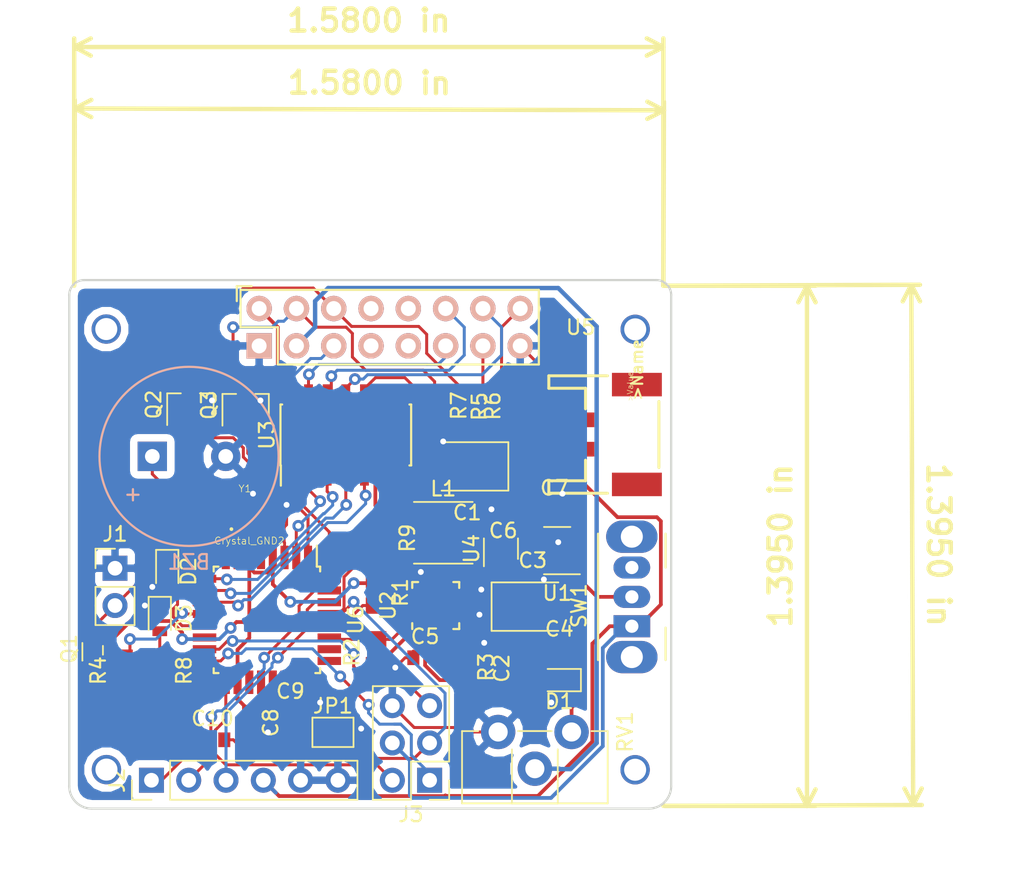
<source format=kicad_pcb>
(kicad_pcb (version 20171130) (host pcbnew 5.0.0-rc2-unknown-fc71fc6~65~ubuntu18.04.1)

  (general
    (thickness 1.6)
    (drawings 12)
    (tracks 569)
    (zones 0)
    (modules 41)
    (nets 40)
  )

  (page A4)
  (layers
    (0 F.Cu signal)
    (31 B.Cu signal)
    (32 B.Adhes user)
    (33 F.Adhes user)
    (34 B.Paste user)
    (35 F.Paste user)
    (36 B.SilkS user)
    (37 F.SilkS user)
    (38 B.Mask user)
    (39 F.Mask user)
    (40 Dwgs.User user)
    (41 Cmts.User user)
    (42 Eco1.User user)
    (43 Eco2.User user)
    (44 Edge.Cuts user)
    (45 Margin user)
    (46 B.CrtYd user)
    (47 F.CrtYd user)
    (48 B.Fab user)
    (49 F.Fab user)
  )

  (setup
    (last_trace_width 0.203)
    (trace_clearance 0.1)
    (zone_clearance 0.508)
    (zone_45_only no)
    (trace_min 0.2)
    (segment_width 0.2)
    (edge_width 0.15)
    (via_size 0.8)
    (via_drill 0.4)
    (via_min_size 0.4)
    (via_min_drill 0.3)
    (uvia_size 0.3)
    (uvia_drill 0.1)
    (uvias_allowed no)
    (uvia_min_size 0.2)
    (uvia_min_drill 0.1)
    (pcb_text_width 0.3)
    (pcb_text_size 1.5 1.5)
    (mod_edge_width 0.15)
    (mod_text_size 1 1)
    (mod_text_width 0.15)
    (pad_size 1.05 1.5)
    (pad_drill 0.8)
    (pad_to_mask_clearance 0.2)
    (aux_axis_origin 0 0)
    (grid_origin 116.225001 122.5)
    (visible_elements FFFFFF7F)
    (pcbplotparams
      (layerselection 0x010fc_ffffffff)
      (usegerberextensions false)
      (usegerberattributes false)
      (usegerberadvancedattributes false)
      (creategerberjobfile false)
      (excludeedgelayer true)
      (linewidth 0.100000)
      (plotframeref false)
      (viasonmask false)
      (mode 1)
      (useauxorigin false)
      (hpglpennumber 1)
      (hpglpenspeed 20)
      (hpglpendiameter 15.000000)
      (psnegative false)
      (psa4output false)
      (plotreference true)
      (plotvalue true)
      (plotinvisibletext false)
      (padsonsilk false)
      (subtractmaskfromsilk false)
      (outputformat 1)
      (mirror false)
      (drillshape 1)
      (scaleselection 1)
      (outputdirectory ""))
  )

  (net 0 "")
  (net 1 Buzzer)
  (net 2 GND)
  (net 3 "Net-(C1-Pad1)")
  (net 4 +3V3)
  (net 5 "Net-(C5-Pad2)")
  (net 6 +5V)
  (net 7 "Net-(C9-Pad1)")
  (net 8 /Ardunio/DTR)
  (net 9 /Ardunio/RESET)
  (net 10 "Net-(D1-Pad2)")
  (net 11 "Net-(D2-Pad1)")
  (net 12 "Net-(D3-Pad2)")
  (net 13 /Ardunio/TX0)
  (net 14 /Ardunio/RX1)
  (net 15 VCC)
  (net 16 /Ardunio/MISO)
  (net 17 /Ardunio/SCK)
  (net 18 /Ardunio/MOSI)
  (net 19 "Net-(L1-Pad2)")
  (net 20 "Net-(Q1-Pad2)")
  (net 21 Display_Enable)
  (net 22 "Net-(Q2-Pad3)")
  (net 23 "Net-(Q3-Pad3)")
  (net 24 RS)
  (net 25 SCL_MPU)
  (net 26 SDA_MPU)
  (net 27 Vibration)
  (net 28 "Net-(R5-Pad2)")
  (net 29 "Net-(RV1-Pad2)")
  (net 30 DB7)
  (net 31 DB6)
  (net 32 DB4)
  (net 33 DB5)
  (net 34 "Net-(U3-Pad10)")
  (net 35 "Net-(U3-Pad11)")
  (net 36 "Net-(U3-Pad12)")
  (net 37 "Net-(U3-Pad13)")
  (net 38 "Net-(U6-Pad7)")
  (net 39 "Net-(U6-Pad8)")

  (net_class Default "This is the default net class."
    (clearance 0.1)
    (trace_width 0.203)
    (via_dia 0.8)
    (via_drill 0.4)
    (uvia_dia 0.3)
    (uvia_drill 0.1)
    (add_net /Ardunio/DTR)
    (add_net /Ardunio/MISO)
    (add_net /Ardunio/MOSI)
    (add_net /Ardunio/RESET)
    (add_net /Ardunio/RX1)
    (add_net /Ardunio/SCK)
    (add_net /Ardunio/TX0)
    (add_net Buzzer)
    (add_net DB4)
    (add_net DB5)
    (add_net DB6)
    (add_net DB7)
    (add_net Display_Enable)
    (add_net GND)
    (add_net "Net-(C5-Pad2)")
    (add_net "Net-(C9-Pad1)")
    (add_net "Net-(D1-Pad2)")
    (add_net "Net-(D2-Pad1)")
    (add_net "Net-(D3-Pad2)")
    (add_net "Net-(L1-Pad2)")
    (add_net "Net-(Q1-Pad2)")
    (add_net "Net-(Q2-Pad3)")
    (add_net "Net-(Q3-Pad3)")
    (add_net "Net-(R5-Pad2)")
    (add_net "Net-(RV1-Pad2)")
    (add_net "Net-(U3-Pad10)")
    (add_net "Net-(U3-Pad11)")
    (add_net "Net-(U3-Pad12)")
    (add_net "Net-(U3-Pad13)")
    (add_net "Net-(U6-Pad7)")
    (add_net "Net-(U6-Pad8)")
    (add_net RS)
    (add_net SCL_MPU)
    (add_net SDA_MPU)
    (add_net Vibration)
  )

  (net_class VCC ""
    (clearance 0.1)
    (trace_width 0.254)
    (via_dia 0.8)
    (via_drill 0.4)
    (uvia_dia 0.3)
    (uvia_drill 0.1)
    (add_net +3V3)
    (add_net +5V)
    (add_net "Net-(C1-Pad1)")
    (add_net VCC)
  )

  (module Inductors_SMD:L_Taiyo-Yuden_NR-40xx (layer F.Cu) (tedit 5990349D) (tstamp 5B97FC38)
    (at 141.701921 103.71404)
    (descr "Inductor, Taiyo Yuden, NR series, Taiyo-Yuden_NR-40xx, 4.0mmx4.0mm")
    (tags "inductor taiyo-yuden nr smd")
    (path /5B14C41D)
    (attr smd)
    (fp_text reference L1 (at 0 -3) (layer F.SilkS)
      (effects (font (size 1 1) (thickness 0.15)))
    )
    (fp_text value 10uH (at 0 3.5) (layer F.Fab)
      (effects (font (size 1 1) (thickness 0.15)))
    )
    (fp_line (start 2.25 -2.25) (end -2.25 -2.25) (layer F.CrtYd) (width 0.05))
    (fp_line (start 2.25 2.25) (end 2.25 -2.25) (layer F.CrtYd) (width 0.05))
    (fp_line (start -2.25 2.25) (end 2.25 2.25) (layer F.CrtYd) (width 0.05))
    (fp_line (start -2.25 -2.25) (end -2.25 2.25) (layer F.CrtYd) (width 0.05))
    (fp_line (start -2 2.1) (end 2 2.1) (layer F.SilkS) (width 0.12))
    (fp_line (start -2 -2.1) (end 2 -2.1) (layer F.SilkS) (width 0.12))
    (fp_line (start -1.25 2) (end 0 2) (layer F.Fab) (width 0.1))
    (fp_line (start -2 1.25) (end -1.25 2) (layer F.Fab) (width 0.1))
    (fp_line (start -2 0) (end -2 1.25) (layer F.Fab) (width 0.1))
    (fp_line (start 1.25 2) (end 0 2) (layer F.Fab) (width 0.1))
    (fp_line (start 2 1.25) (end 1.25 2) (layer F.Fab) (width 0.1))
    (fp_line (start 2 0) (end 2 1.25) (layer F.Fab) (width 0.1))
    (fp_line (start 1.25 -2) (end 0 -2) (layer F.Fab) (width 0.1))
    (fp_line (start 2 -1.25) (end 1.25 -2) (layer F.Fab) (width 0.1))
    (fp_line (start 2 0) (end 2 -1.25) (layer F.Fab) (width 0.1))
    (fp_line (start -1.25 -2) (end 0 -2) (layer F.Fab) (width 0.1))
    (fp_line (start -2 -1.25) (end -1.25 -2) (layer F.Fab) (width 0.1))
    (fp_line (start -2 0) (end -2 -1.25) (layer F.Fab) (width 0.1))
    (fp_text user %R (at 0 0) (layer F.Fab)
      (effects (font (size 1 1) (thickness 0.15)))
    )
    (pad 2 smd rect (at 1.4 0) (size 1.2 3.9) (layers F.Cu F.Paste F.Mask)
      (net 19 "Net-(L1-Pad2)"))
    (pad 1 smd rect (at -1.4 0) (size 1.2 3.9) (layers F.Cu F.Paste F.Mask)
      (net 4 +3V3))
    (model ${KISYS3DMOD}/Inductors_SMD.3dshapes/L_Taiyo-Yuden_NR-40xx.wrl
      (at (xyz 0 0 0))
      (scale (xyz 1 1 1))
      (rotate (xyz 0 0 0))
    )
  )

  (module components:CFAH0802D-YYH-JP (layer F.Cu) (tedit 5B11EC85) (tstamp 5B221826)
    (at 154.775363 89.8575)
    (path /5B11DCE9)
    (fp_text reference U5 (at -3.719548 -0.139356) (layer F.SilkS)
      (effects (font (size 1 1) (thickness 0.15)))
    )
    (fp_text value CFAH0802D-YYH-JP (at -4.064 -3.556) (layer F.Fab)
      (effects (font (size 1 1) (thickness 0.15)))
    )
    (fp_arc (start -33.402361 4.845783) (end -34.002361 4.845783) (angle -90) (layer F.Fab) (width 0.2))
    (fp_arc (start -33.402361 4.845783) (end -33.402361 4.245783) (angle -90) (layer F.Fab) (width 0.2))
    (fp_line (start -4.802361 19.945783) (end -31.202361 19.945783) (layer F.Fab) (width 0.2))
    (fp_line (start -31.202361 19.945783) (end -31.202361 10.045783) (layer F.Fab) (width 0.2))
    (fp_line (start -2.602361 5.445783) (end -33.402361 5.445783) (layer F.Fab) (width 0.2))
    (fp_line (start -18.202361 15.195783) (end -21.152361 15.195783) (layer F.Fab) (width 0.2))
    (fp_line (start -14.452361 15.195783) (end -14.452361 19.945783) (layer F.Fab) (width 0.2))
    (fp_circle (center -36.002361 -0.004217) (end -35.002361 -0.004217) (layer B.Fab) (width 0.2))
    (fp_line (start -7.752361 14.795783) (end -4.802361 14.795783) (layer F.Fab) (width 0.2))
    (fp_line (start -11.102361 15.195783) (end -11.102361 19.945783) (layer F.Fab) (width 0.2))
    (fp_line (start -21.152361 15.195783) (end -21.152361 19.945783) (layer F.Fab) (width 0.2))
    (fp_arc (start -2.602361 4.845783) (end -2.602361 5.445783) (angle -90) (layer F.Fab) (width 0.2))
    (fp_line (start -0.302361 3.395783) (end -35.702361 3.395783) (layer F.Fab) (width 0.2))
    (fp_line (start -38.002361 26.595783) (end -38.002361 29.995783) (layer F.Fab) (width 0.2))
    (fp_arc (start -2.602361 4.845783) (end -2.002361 4.845783) (angle -90) (layer F.Fab) (width 0.2))
    (fp_arc (start -36.002361 29.995783) (end -38.002361 29.995783) (angle -90) (layer F.Fab) (width 0.2))
    (fp_line (start -2.002361 29.995783) (end -2.002361 26.595783) (layer F.Fab) (width 0.2))
    (fp_line (start -21.552361 14.795783) (end -21.552361 10.045783) (layer F.Fab) (width 0.2))
    (fp_line (start -21.152361 14.795783) (end -18.202361 14.795783) (layer F.Fab) (width 0.2))
    (fp_line (start -18.202361 19.945783) (end -18.202361 15.195783) (layer F.Fab) (width 0.2))
    (fp_arc (start -33.402361 25.145783) (end -33.402361 24.545783) (angle -90) (layer F.Fab) (width 0.2))
    (fp_line (start 0.697639 4.395783) (end -0.302361 3.395783) (layer F.Fab) (width 0.2))
    (fp_arc (start -32.702361 21.445783) (end -33.202361 21.445783) (angle -90) (layer F.Fab) (width 0.2))
    (fp_line (start -7.752361 15.195783) (end -7.752361 19.945783) (layer F.Fab) (width 0.2))
    (fp_line (start -8.152361 15.195783) (end -11.102361 15.195783) (layer F.Fab) (width 0.2))
    (fp_line (start -35.702361 3.395783) (end -36.702361 4.395783) (layer F.Fab) (width 0.2))
    (fp_line (start -38.002361 26.095783) (end -38.002361 26.595783) (layer F.Fab) (width 0.2))
    (fp_arc (start -0.002361 29.995783) (end -2.002361 29.995783) (angle -90) (layer F.Fab) (width 0.2))
    (fp_line (start -2.602361 24.545783) (end -33.402361 24.545783) (layer F.Fab) (width 0.2))
    (fp_line (start 0.697639 25.595783) (end 0.697639 4.395783) (layer F.Fab) (width 0.2))
    (fp_arc (start -2.602361 25.145783) (end -2.002361 25.145783) (angle -90) (layer F.Fab) (width 0.2))
    (fp_line (start -24.502361 14.795783) (end -21.552361 14.795783) (layer F.Fab) (width 0.2))
    (fp_line (start -27.852361 10.045783) (end -27.852361 14.795783) (layer F.Fab) (width 0.2))
    (fp_line (start -18.202361 14.795783) (end -18.202361 10.045783) (layer F.Fab) (width 0.2))
    (fp_line (start -27.852361 14.795783) (end -24.902361 14.795783) (layer F.Fab) (width 0.2))
    (fp_line (start -24.902361 14.795783) (end -24.902361 10.045783) (layer F.Fab) (width 0.2))
    (fp_line (start -24.502361 15.195783) (end -24.502361 19.945783) (layer F.Fab) (width 0.2))
    (fp_line (start -28.252361 14.795783) (end -28.252361 10.045783) (layer F.Fab) (width 0.2))
    (fp_line (start -24.902361 15.195783) (end -27.852361 15.195783) (layer F.Fab) (width 0.2))
    (fp_line (start -27.852361 15.195783) (end -27.852361 19.945783) (layer F.Fab) (width 0.2))
    (fp_line (start -28.252361 19.945783) (end -28.252361 15.195783) (layer F.Fab) (width 0.2))
    (fp_line (start 1.997639 26.595783) (end 1.997639 29.995783) (layer F.Fab) (width 0.2))
    (fp_line (start -21.552361 15.195783) (end -24.502361 15.195783) (layer F.Fab) (width 0.2))
    (fp_line (start -21.552361 19.945783) (end -21.552361 15.195783) (layer F.Fab) (width 0.2))
    (fp_arc (start -2.602361 25.145783) (end -2.602361 25.745783) (angle -90) (layer F.Fab) (width 0.2))
    (fp_line (start -24.502361 10.045783) (end -24.502361 14.795783) (layer F.Fab) (width 0.2))
    (fp_line (start -11.102361 10.045783) (end -11.102361 14.795783) (layer F.Fab) (width 0.2))
    (fp_arc (start -3.302361 21.445783) (end -3.302361 21.945783) (angle -90) (layer F.Fab) (width 0.2))
    (fp_line (start -8.152361 14.795783) (end -8.152361 10.045783) (layer F.Fab) (width 0.2))
    (fp_line (start -33.402361 25.745783) (end -2.602361 25.745783) (layer F.Fab) (width 0.2))
    (fp_line (start -31.202361 14.795783) (end -28.252361 14.795783) (layer F.Fab) (width 0.2))
    (fp_line (start -11.502361 15.195783) (end -14.452361 15.195783) (layer F.Fab) (width 0.2))
    (fp_line (start -11.502361 14.795783) (end -11.502361 10.045783) (layer F.Fab) (width 0.2))
    (fp_circle (center -36.002361 -0.004217) (end -34.002361 -0.004217) (layer B.Fab) (width 0.2))
    (fp_line (start -14.452361 14.795783) (end -11.502361 14.795783) (layer F.Fab) (width 0.2))
    (fp_line (start -17.802361 10.045783) (end -17.802361 14.795783) (layer F.Fab) (width 0.2))
    (fp_line (start -38.002361 26.595783) (end 1.997639 26.595783) (layer F.Fab) (width 0.2))
    (fp_line (start -11.502361 19.945783) (end -11.502361 15.195783) (layer F.Fab) (width 0.2))
    (fp_line (start -28.252361 15.195783) (end -31.202361 15.195783) (layer F.Fab) (width 0.2))
    (fp_line (start -17.802361 15.195783) (end -17.802361 19.945783) (layer F.Fab) (width 0.2))
    (fp_circle (center -36.002361 29.995783) (end -35.002361 29.995783) (layer B.Fab) (width 0.2))
    (fp_line (start -14.852361 15.195783) (end -17.802361 15.195783) (layer F.Fab) (width 0.2))
    (fp_line (start -36.202361 26.095783) (end -38.002361 26.095783) (layer F.Fab) (width 0.2))
    (fp_line (start -14.852361 19.945783) (end -14.852361 15.195783) (layer F.Fab) (width 0.2))
    (fp_line (start -21.152361 10.045783) (end -21.152361 14.795783) (layer F.Fab) (width 0.2))
    (fp_circle (center -0.002361 -0.004217) (end 0.997639 -0.004217) (layer B.Fab) (width 0.2))
    (fp_line (start -24.902361 19.945783) (end -24.902361 15.195783) (layer F.Fab) (width 0.2))
    (fp_circle (center -0.002361 29.995783) (end 0.997639 29.995783) (layer B.Fab) (width 0.2))
    (fp_line (start 1.997639 26.595783) (end 1.997639 26.095783) (layer F.Fab) (width 0.2))
    (fp_arc (start 1.497639 25.395783) (end 1.497639 25.895783) (angle -90) (layer F.Fab) (width 0.2))
    (fp_line (start 1.997639 -2.404217) (end 1.997639 25.395783) (layer F.Fab) (width 0.2))
    (fp_line (start 0.997639 -3.404217) (end 1.997639 -2.404217) (layer F.Fab) (width 0.2))
    (fp_line (start -37.002361 -3.404217) (end 0.997639 -3.404217) (layer F.Fab) (width 0.2))
    (fp_line (start -38.002361 -2.404217) (end -37.002361 -3.404217) (layer F.Fab) (width 0.2))
    (fp_line (start -38.002361 25.395783) (end -38.002361 -2.404217) (layer F.Fab) (width 0.2))
    (fp_arc (start -37.502361 25.395783) (end -38.002361 25.395783) (angle -90) (layer F.Fab) (width 0.2))
    (fp_line (start -0.302361 26.595783) (end 0.697639 25.595783) (layer F.Fab) (width 0.2))
    (fp_line (start -33.402361 4.245783) (end -2.602361 4.245783) (layer F.Fab) (width 0.2))
    (fp_line (start -34.002361 29.995783) (end -34.002361 26.595783) (layer F.Fab) (width 0.2))
    (fp_arc (start -32.702361 8.545783) (end -32.702361 8.045783) (angle -90) (layer F.Fab) (width 0.2))
    (fp_line (start -33.202361 8.545783) (end -33.202361 21.445783) (layer F.Fab) (width 0.2))
    (fp_line (start -3.302361 8.045783) (end -32.702361 8.045783) (layer F.Fab) (width 0.2))
    (fp_line (start -35.702361 26.595783) (end -0.302361 26.595783) (layer F.Fab) (width 0.2))
    (fp_line (start 1.497639 25.895783) (end 0.397639 25.895783) (layer F.Fab) (width 0.2))
    (fp_line (start -2.802361 21.445783) (end -2.802361 8.545783) (layer F.Fab) (width 0.2))
    (fp_line (start -36.702361 25.595783) (end -35.702361 26.595783) (layer F.Fab) (width 0.2))
    (fp_arc (start -3.302361 8.545783) (end -2.802361 8.545783) (angle -90) (layer F.Fab) (width 0.2))
    (fp_line (start -31.202361 10.045783) (end -4.802361 10.045783) (layer F.Fab) (width 0.2))
    (fp_line (start -4.802361 10.045783) (end -4.802361 19.945783) (layer F.Fab) (width 0.2))
    (fp_line (start -32.702361 21.945783) (end -3.302361 21.945783) (layer F.Fab) (width 0.2))
    (fp_line (start -36.402361 25.895783) (end -37.502361 25.895783) (layer F.Fab) (width 0.2))
    (fp_arc (start -33.402361 25.145783) (end -34.002361 25.145783) (angle -90) (layer F.Fab) (width 0.2))
    (fp_line (start -36.702361 4.395783) (end -36.702361 25.595783) (layer F.Fab) (width 0.2))
    (fp_line (start 1.997639 26.095783) (end 0.197639 26.095783) (layer F.Fab) (width 0.2))
    (fp_line (start -11.102361 14.795783) (end -8.152361 14.795783) (layer F.Fab) (width 0.2))
    (fp_arc (start -0.002361 29.995783) (end -0.002361 31.995783) (angle -90) (layer F.Fab) (width 0.2))
    (fp_arc (start -36.002361 29.995783) (end -36.002361 31.995783) (angle -90) (layer F.Fab) (width 0.2))
    (fp_circle (center -0.002361 -0.004217) (end 1.997639 -0.004217) (layer B.Fab) (width 0.2))
    (fp_line (start -17.802361 14.795783) (end -14.852361 14.795783) (layer F.Fab) (width 0.2))
    (fp_line (start -14.852361 14.795783) (end -14.852361 10.045783) (layer F.Fab) (width 0.2))
    (fp_line (start -7.752361 10.045783) (end -7.752361 14.795783) (layer F.Fab) (width 0.2))
    (fp_line (start -8.152361 19.945783) (end -8.152361 15.195783) (layer F.Fab) (width 0.2))
    (fp_line (start -4.802361 15.195783) (end -7.752361 15.195783) (layer F.Fab) (width 0.2))
    (fp_line (start -14.452361 10.045783) (end -14.452361 14.795783) (layer F.Fab) (width 0.2))
    (fp_line (start -26.884 -2.687) (end -6.564 -2.687) (layer F.SilkS) (width 0.15))
    (fp_line (start -6.564 2.393) (end -6.564 -2.687) (layer F.SilkS) (width 0.15))
    (fp_line (start -6.564 2.393) (end -24.344 2.393) (layer F.SilkS) (width 0.15))
    (fp_line (start -26.884 -2.687) (end -26.884 -0.147) (layer F.SilkS) (width 0.15))
    (fp_line (start -27.138 -1.925) (end -27.138 -2.941) (layer F.SilkS) (width 0.15))
    (fp_line (start -26.122 -2.941) (end -27.138 -2.941) (layer F.SilkS) (width 0.15))
    (fp_line (start -26.884 -0.147) (end -24.344 -0.147) (layer F.SilkS) (width 0.15))
    (fp_line (start -24.344 2.393) (end -24.344 -0.147) (layer F.SilkS) (width 0.15))
    (pad "" thru_hole circle (at -36.016 29.987) (size 2 2) (drill 1.5) (layers *.Cu *.Mask))
    (pad "" thru_hole circle (at -0.006 29.997) (size 2 2) (drill 1.5) (layers *.Cu *.Mask))
    (pad "" thru_hole circle (at 0 0) (size 2 2) (drill 1.5) (layers *.Cu *.Mask))
    (pad "" thru_hole circle (at -36.028 -0.02) (size 2 2) (drill 1.5) (layers *.Cu *.Mask))
    (pad 1 thru_hole rect (at -25.616787 1.127261) (size 1.7272 1.7272) (drill 1.016) (layers *.Cu B.SilkS F.Mask)
      (net 2 GND))
    (pad 2 thru_hole oval (at -25.614 -1.417) (size 1.7272 1.7272) (drill 1.016) (layers *.Cu B.SilkS F.Mask)
      (net 6 +5V))
    (pad 3 thru_hole oval (at -23.074 1.123) (size 1.7272 1.7272) (drill 1.016) (layers *.Cu B.SilkS F.Mask)
      (net 29 "Net-(RV1-Pad2)"))
    (pad 4 thru_hole oval (at -23.074 -1.417) (size 1.7272 1.7272) (drill 1.016) (layers *.Cu B.SilkS F.Mask)
      (net 23 "Net-(Q3-Pad3)"))
    (pad 5 thru_hole oval (at -20.534 1.123) (size 1.7272 1.7272) (drill 1.016) (layers *.Cu B.SilkS F.Mask)
      (net 2 GND))
    (pad 6 thru_hole oval (at -20.534 -1.417) (size 1.7272 1.7272) (drill 1.016) (layers *.Cu B.SilkS F.Mask)
      (net 22 "Net-(Q2-Pad3)"))
    (pad 7 thru_hole oval (at -17.994 1.123) (size 1.7272 1.7272) (drill 1.016) (layers *.Cu B.SilkS F.Mask))
    (pad 8 thru_hole oval (at -17.994 -1.417) (size 1.7272 1.7272) (drill 1.016) (layers *.Cu B.SilkS F.Mask))
    (pad 9 thru_hole oval (at -15.454 1.123) (size 1.7272 1.7272) (drill 1.016) (layers *.Cu B.SilkS F.Mask))
    (pad 10 thru_hole oval (at -15.454 -1.417) (size 1.7272 1.7272) (drill 1.016) (layers *.Cu B.SilkS F.Mask))
    (pad 11 thru_hole oval (at -12.914 1.123) (size 1.7272 1.7272) (drill 1.016) (layers *.Cu B.SilkS F.Mask)
      (net 37 "Net-(U3-Pad13)"))
    (pad 12 thru_hole oval (at -12.914 -1.417) (size 1.7272 1.7272) (drill 1.016) (layers *.Cu B.SilkS F.Mask)
      (net 36 "Net-(U3-Pad12)"))
    (pad 14 thru_hole oval (at -10.374 1.123) (size 1.7272 1.7272) (drill 1.016) (layers *.Cu B.SilkS F.Mask)
      (net 34 "Net-(U3-Pad10)"))
    (pad 13 thru_hole oval (at -10.374 -1.417) (size 1.7272 1.7272) (drill 1.016) (layers *.Cu B.SilkS F.Mask)
      (net 35 "Net-(U3-Pad11)"))
    (pad 15 thru_hole oval (at -7.834 -1.417) (size 1.7272 1.7272) (drill 1.016) (layers *.Cu B.SilkS F.Mask)
      (net 28 "Net-(R5-Pad2)"))
    (pad 16 thru_hole oval (at -7.834 1.123) (size 1.7272 1.7272) (drill 1.016) (layers *.Cu B.SilkS F.Mask)
      (net 2 GND))
  )

  (module components:PS1240P02BT (layer B.Cu) (tedit 5AC6A6FD) (tstamp 5B22A950)
    (at 124.383363 98.5095)
    (descr "Generic Buzzer, D12mm height 9.5mm with RM7.6mm")
    (tags buzzer)
    (path /5B11588F)
    (fp_text reference BZ1 (at -0.01 7.2) (layer B.SilkS)
      (effects (font (size 1 1) (thickness 0.15)) (justify mirror))
    )
    (fp_text value Buzzer (at -0.01 -7.4) (layer B.Fab)
      (effects (font (size 1 1) (thickness 0.15)) (justify mirror))
    )
    (fp_circle (center 0 0) (end 6.1 0) (layer B.SilkS) (width 0.15))
    (fp_text user + (at -3.82 2.54) (layer B.Fab)
      (effects (font (size 1 1) (thickness 0.15)) (justify mirror))
    )
    (fp_text user + (at -3.82 2.54) (layer B.SilkS)
      (effects (font (size 1 1) (thickness 0.15)) (justify mirror))
    )
    (fp_text user %R (at -0.01 4) (layer B.Fab)
      (effects (font (size 1 1) (thickness 0.15)) (justify mirror))
    )
    (pad 1 thru_hole rect (at -2.5 0) (size 2 2) (drill 1) (layers *.Cu *.Mask)
      (net 1 Buzzer))
    (pad 2 thru_hole circle (at 2.5 0) (size 2 2) (drill 1) (layers *.Cu *.Mask)
      (net 2 GND))
    (model ${KISYS3DMOD}/Buzzer_Beeper.3dshapes/Buzzer_12x9.5RM7.6.wrl
      (at (xyz 0 0 0))
      (scale (xyz 1 1 1))
      (rotate (xyz 0 0 0))
    )
  )

  (module Capacitors_Tantalum_SMD:CP_Tantalum_Case-T_EIA-3528-12_Reflow (layer F.Cu) (tedit 58CC8C08) (tstamp 5B97FD02)
    (at 143.333601 99.19284 180)
    (descr "Tantalum capacitor, Case T, EIA 3528-12, 3.5x2.8x1.2mm, Reflow soldering footprint")
    (tags "capacitor tantalum smd")
    (path /5B1122FA)
    (attr smd)
    (fp_text reference C1 (at 0 -3.15 180) (layer F.SilkS)
      (effects (font (size 1 1) (thickness 0.15)))
    )
    (fp_text value 10uF (at 0 3.15 180) (layer F.Fab)
      (effects (font (size 1 1) (thickness 0.15)))
    )
    (fp_line (start -2.8 -1.65) (end -2.8 1.65) (layer F.SilkS) (width 0.12))
    (fp_line (start -2.8 1.65) (end 1.75 1.65) (layer F.SilkS) (width 0.12))
    (fp_line (start -2.8 -1.65) (end 1.75 -1.65) (layer F.SilkS) (width 0.12))
    (fp_line (start -1.225 -1.4) (end -1.225 1.4) (layer F.Fab) (width 0.1))
    (fp_line (start -1.4 -1.4) (end -1.4 1.4) (layer F.Fab) (width 0.1))
    (fp_line (start 1.75 -1.4) (end -1.75 -1.4) (layer F.Fab) (width 0.1))
    (fp_line (start 1.75 1.4) (end 1.75 -1.4) (layer F.Fab) (width 0.1))
    (fp_line (start -1.75 1.4) (end 1.75 1.4) (layer F.Fab) (width 0.1))
    (fp_line (start -1.75 -1.4) (end -1.75 1.4) (layer F.Fab) (width 0.1))
    (fp_line (start 2.85 -1.75) (end -2.85 -1.75) (layer F.CrtYd) (width 0.05))
    (fp_line (start 2.85 1.75) (end 2.85 -1.75) (layer F.CrtYd) (width 0.05))
    (fp_line (start -2.85 1.75) (end 2.85 1.75) (layer F.CrtYd) (width 0.05))
    (fp_line (start -2.85 -1.75) (end -2.85 1.75) (layer F.CrtYd) (width 0.05))
    (fp_text user %R (at 0 0 180) (layer F.Fab)
      (effects (font (size 0.8 0.8) (thickness 0.12)))
    )
    (pad 2 smd rect (at 1.525 0 180) (size 1.95 2.5) (layers F.Cu F.Paste F.Mask)
      (net 2 GND))
    (pad 1 smd rect (at -1.525 0 180) (size 1.95 2.5) (layers F.Cu F.Paste F.Mask)
      (net 3 "Net-(C1-Pad1)"))
    (model Capacitors_Tantalum_SMD.3dshapes/CP_Tantalum_Case-T_EIA-3528-12.wrl
      (at (xyz 0 0 0))
      (scale (xyz 1 1 1))
      (rotate (xyz 0 0 0))
    )
  )

  (module Capacitor_SMD:C_0603_1608Metric (layer F.Cu) (tedit 5AC5DB74) (tstamp 5B218EE1)
    (at 144.235363 112.9495 270)
    (descr "Capacitor SMD 0603 (1608 Metric), square (rectangular) end terminal, IPC_7351 nominal, (Body size source: http://www.tortai-tech.com/upload/download/2011102023233369053.pdf), generated with kicad-footprint-generator")
    (tags capacitor)
    (path /5B15238F)
    (attr smd)
    (fp_text reference C2 (at 0 -1.45 270) (layer F.SilkS)
      (effects (font (size 1 1) (thickness 0.15)))
    )
    (fp_text value 10nF (at 0 1.45 270) (layer F.Fab)
      (effects (font (size 1 1) (thickness 0.15)))
    )
    (fp_line (start -0.8 0.4) (end -0.8 -0.4) (layer F.Fab) (width 0.1))
    (fp_line (start -0.8 -0.4) (end 0.8 -0.4) (layer F.Fab) (width 0.1))
    (fp_line (start 0.8 -0.4) (end 0.8 0.4) (layer F.Fab) (width 0.1))
    (fp_line (start 0.8 0.4) (end -0.8 0.4) (layer F.Fab) (width 0.1))
    (fp_line (start -1.46 0.75) (end -1.46 -0.75) (layer F.CrtYd) (width 0.05))
    (fp_line (start -1.46 -0.75) (end 1.46 -0.75) (layer F.CrtYd) (width 0.05))
    (fp_line (start 1.46 -0.75) (end 1.46 0.75) (layer F.CrtYd) (width 0.05))
    (fp_line (start 1.46 0.75) (end -1.46 0.75) (layer F.CrtYd) (width 0.05))
    (fp_text user %R (at 0 0 270) (layer F.Fab)
      (effects (font (size 0.4 0.4) (thickness 0.06)))
    )
    (pad 1 smd rect (at -0.8 0 270) (size 0.82 1) (layers F.Cu F.Paste F.Mask)
      (net 2 GND))
    (pad 2 smd rect (at 0.8 0 270) (size 0.82 1) (layers F.Cu F.Paste F.Mask)
      (net 4 +3V3))
    (model ${KISYS3DMOD}/Capacitor_SMD.3dshapes/C_0603_1608Metric.wrl
      (at (xyz 0 0 0))
      (scale (xyz 1 1 1))
      (rotate (xyz 0 0 0))
    )
  )

  (module Capacitors_Tantalum_SMD:CP_Tantalum_Case-B_EIA-3528-21_Reflow (layer F.Cu) (tedit 58CC8C08) (tstamp 5B9800E9)
    (at 147.792363 108.74324)
    (descr "Tantalum capacitor, Case B, EIA 3528-21, 3.5x2.8x1.9mm, Reflow soldering footprint")
    (tags "capacitor tantalum smd")
    (path /5B1126CD)
    (attr smd)
    (fp_text reference C3 (at 0 -3.15) (layer F.SilkS)
      (effects (font (size 1 1) (thickness 0.15)))
    )
    (fp_text value 10uF (at 0 3.15) (layer F.Fab)
      (effects (font (size 1 1) (thickness 0.15)))
    )
    (fp_line (start -2.8 -1.65) (end -2.8 1.65) (layer F.SilkS) (width 0.12))
    (fp_line (start -2.8 1.65) (end 1.75 1.65) (layer F.SilkS) (width 0.12))
    (fp_line (start -2.8 -1.65) (end 1.75 -1.65) (layer F.SilkS) (width 0.12))
    (fp_line (start -1.225 -1.4) (end -1.225 1.4) (layer F.Fab) (width 0.1))
    (fp_line (start -1.4 -1.4) (end -1.4 1.4) (layer F.Fab) (width 0.1))
    (fp_line (start 1.75 -1.4) (end -1.75 -1.4) (layer F.Fab) (width 0.1))
    (fp_line (start 1.75 1.4) (end 1.75 -1.4) (layer F.Fab) (width 0.1))
    (fp_line (start -1.75 1.4) (end 1.75 1.4) (layer F.Fab) (width 0.1))
    (fp_line (start -1.75 -1.4) (end -1.75 1.4) (layer F.Fab) (width 0.1))
    (fp_line (start 2.85 -1.75) (end -2.85 -1.75) (layer F.CrtYd) (width 0.05))
    (fp_line (start 2.85 1.75) (end 2.85 -1.75) (layer F.CrtYd) (width 0.05))
    (fp_line (start -2.85 1.75) (end 2.85 1.75) (layer F.CrtYd) (width 0.05))
    (fp_line (start -2.85 -1.75) (end -2.85 1.75) (layer F.CrtYd) (width 0.05))
    (fp_text user %R (at 0 0) (layer F.Fab)
      (effects (font (size 0.8 0.8) (thickness 0.12)))
    )
    (pad 2 smd rect (at 1.525 0) (size 1.95 2.5) (layers F.Cu F.Paste F.Mask)
      (net 2 GND))
    (pad 1 smd rect (at -1.525 0) (size 1.95 2.5) (layers F.Cu F.Paste F.Mask)
      (net 4 +3V3))
    (model Capacitors_Tantalum_SMD.3dshapes/CP_Tantalum_Case-B_EIA-3528-21.wrl
      (at (xyz 0 0 0))
      (scale (xyz 1 1 1))
      (rotate (xyz 0 0 0))
    )
  )

  (module Capacitor_SMD:C_0603_1608Metric (layer F.Cu) (tedit 5AC5DB74) (tstamp 5B98011D)
    (at 149.607363 111.7175)
    (descr "Capacitor SMD 0603 (1608 Metric), square (rectangular) end terminal, IPC_7351 nominal, (Body size source: http://www.tortai-tech.com/upload/download/2011102023233369053.pdf), generated with kicad-footprint-generator")
    (tags capacitor)
    (path /5B112765)
    (attr smd)
    (fp_text reference C4 (at 0 -1.45) (layer F.SilkS)
      (effects (font (size 1 1) (thickness 0.15)))
    )
    (fp_text value .1uF (at 0 1.45) (layer F.Fab)
      (effects (font (size 1 1) (thickness 0.15)))
    )
    (fp_text user %R (at 0 0) (layer F.Fab)
      (effects (font (size 0.4 0.4) (thickness 0.06)))
    )
    (fp_line (start 1.46 0.75) (end -1.46 0.75) (layer F.CrtYd) (width 0.05))
    (fp_line (start 1.46 -0.75) (end 1.46 0.75) (layer F.CrtYd) (width 0.05))
    (fp_line (start -1.46 -0.75) (end 1.46 -0.75) (layer F.CrtYd) (width 0.05))
    (fp_line (start -1.46 0.75) (end -1.46 -0.75) (layer F.CrtYd) (width 0.05))
    (fp_line (start 0.8 0.4) (end -0.8 0.4) (layer F.Fab) (width 0.1))
    (fp_line (start 0.8 -0.4) (end 0.8 0.4) (layer F.Fab) (width 0.1))
    (fp_line (start -0.8 -0.4) (end 0.8 -0.4) (layer F.Fab) (width 0.1))
    (fp_line (start -0.8 0.4) (end -0.8 -0.4) (layer F.Fab) (width 0.1))
    (pad 2 smd rect (at 0.8 0) (size 0.82 1) (layers F.Cu F.Paste F.Mask)
      (net 2 GND))
    (pad 1 smd rect (at -0.8 0) (size 0.82 1) (layers F.Cu F.Paste F.Mask)
      (net 4 +3V3))
    (model ${KISYS3DMOD}/Capacitor_SMD.3dshapes/C_0603_1608Metric.wrl
      (at (xyz 0 0 0))
      (scale (xyz 1 1 1))
      (rotate (xyz 0 0 0))
    )
  )

  (module Capacitor_SMD:C_0603_1608Metric (layer F.Cu) (tedit 5AC5DB74) (tstamp 5B9801AD)
    (at 140.463363 112.2255)
    (descr "Capacitor SMD 0603 (1608 Metric), square (rectangular) end terminal, IPC_7351 nominal, (Body size source: http://www.tortai-tech.com/upload/download/2011102023233369053.pdf), generated with kicad-footprint-generator")
    (tags capacitor)
    (path /5B15204E)
    (attr smd)
    (fp_text reference C5 (at 0 -1.45) (layer F.SilkS)
      (effects (font (size 1 1) (thickness 0.15)))
    )
    (fp_text value .1uF (at 0 1.45) (layer F.Fab)
      (effects (font (size 1 1) (thickness 0.15)))
    )
    (fp_text user %R (at 0 0) (layer F.Fab)
      (effects (font (size 0.4 0.4) (thickness 0.06)))
    )
    (fp_line (start 1.46 0.75) (end -1.46 0.75) (layer F.CrtYd) (width 0.05))
    (fp_line (start 1.46 -0.75) (end 1.46 0.75) (layer F.CrtYd) (width 0.05))
    (fp_line (start -1.46 -0.75) (end 1.46 -0.75) (layer F.CrtYd) (width 0.05))
    (fp_line (start -1.46 0.75) (end -1.46 -0.75) (layer F.CrtYd) (width 0.05))
    (fp_line (start 0.8 0.4) (end -0.8 0.4) (layer F.Fab) (width 0.1))
    (fp_line (start 0.8 -0.4) (end 0.8 0.4) (layer F.Fab) (width 0.1))
    (fp_line (start -0.8 -0.4) (end 0.8 -0.4) (layer F.Fab) (width 0.1))
    (fp_line (start -0.8 0.4) (end -0.8 -0.4) (layer F.Fab) (width 0.1))
    (pad 2 smd rect (at 0.8 0) (size 0.82 1) (layers F.Cu F.Paste F.Mask)
      (net 5 "Net-(C5-Pad2)"))
    (pad 1 smd rect (at -0.8 0) (size 0.82 1) (layers F.Cu F.Paste F.Mask)
      (net 2 GND))
    (model ${KISYS3DMOD}/Capacitor_SMD.3dshapes/C_0603_1608Metric.wrl
      (at (xyz 0 0 0))
      (scale (xyz 1 1 1))
      (rotate (xyz 0 0 0))
    )
  )

  (module Capacitor_SMD:C_0603_1608Metric (layer F.Cu) (tedit 5AC5DB74) (tstamp 5B97FF79)
    (at 145.783801 102.11384 180)
    (descr "Capacitor SMD 0603 (1608 Metric), square (rectangular) end terminal, IPC_7351 nominal, (Body size source: http://www.tortai-tech.com/upload/download/2011102023233369053.pdf), generated with kicad-footprint-generator")
    (tags capacitor)
    (path /5B14CD18)
    (attr smd)
    (fp_text reference C6 (at 0 -1.45 180) (layer F.SilkS)
      (effects (font (size 1 1) (thickness 0.15)))
    )
    (fp_text value 1uF (at 0 1.45 180) (layer F.Fab)
      (effects (font (size 1 1) (thickness 0.15)))
    )
    (fp_text user %R (at 0 0 180) (layer F.Fab)
      (effects (font (size 0.4 0.4) (thickness 0.06)))
    )
    (fp_line (start 1.46 0.75) (end -1.46 0.75) (layer F.CrtYd) (width 0.05))
    (fp_line (start 1.46 -0.75) (end 1.46 0.75) (layer F.CrtYd) (width 0.05))
    (fp_line (start -1.46 -0.75) (end 1.46 -0.75) (layer F.CrtYd) (width 0.05))
    (fp_line (start -1.46 0.75) (end -1.46 -0.75) (layer F.CrtYd) (width 0.05))
    (fp_line (start 0.8 0.4) (end -0.8 0.4) (layer F.Fab) (width 0.1))
    (fp_line (start 0.8 -0.4) (end 0.8 0.4) (layer F.Fab) (width 0.1))
    (fp_line (start -0.8 -0.4) (end 0.8 -0.4) (layer F.Fab) (width 0.1))
    (fp_line (start -0.8 0.4) (end -0.8 -0.4) (layer F.Fab) (width 0.1))
    (pad 2 smd rect (at 0.8 0 180) (size 0.82 1) (layers F.Cu F.Paste F.Mask)
      (net 2 GND))
    (pad 1 smd rect (at -0.8 0 180) (size 0.82 1) (layers F.Cu F.Paste F.Mask)
      (net 4 +3V3))
    (model ${KISYS3DMOD}/Capacitor_SMD.3dshapes/C_0603_1608Metric.wrl
      (at (xyz 0 0 0))
      (scale (xyz 1 1 1))
      (rotate (xyz 0 0 0))
    )
  )

  (module Capacitor_SMD:C_0603_1608Metric (layer F.Cu) (tedit 5AC5DB74) (tstamp 5B97FD36)
    (at 149.276201 102.10876)
    (descr "Capacitor SMD 0603 (1608 Metric), square (rectangular) end terminal, IPC_7351 nominal, (Body size source: http://www.tortai-tech.com/upload/download/2011102023233369053.pdf), generated with kicad-footprint-generator")
    (tags capacitor)
    (path /5B14CEEA)
    (attr smd)
    (fp_text reference C7 (at 0 -1.45) (layer F.SilkS)
      (effects (font (size 1 1) (thickness 0.15)))
    )
    (fp_text value 10uF (at 0 1.45) (layer F.Fab)
      (effects (font (size 1 1) (thickness 0.15)))
    )
    (fp_line (start -0.8 0.4) (end -0.8 -0.4) (layer F.Fab) (width 0.1))
    (fp_line (start -0.8 -0.4) (end 0.8 -0.4) (layer F.Fab) (width 0.1))
    (fp_line (start 0.8 -0.4) (end 0.8 0.4) (layer F.Fab) (width 0.1))
    (fp_line (start 0.8 0.4) (end -0.8 0.4) (layer F.Fab) (width 0.1))
    (fp_line (start -1.46 0.75) (end -1.46 -0.75) (layer F.CrtYd) (width 0.05))
    (fp_line (start -1.46 -0.75) (end 1.46 -0.75) (layer F.CrtYd) (width 0.05))
    (fp_line (start 1.46 -0.75) (end 1.46 0.75) (layer F.CrtYd) (width 0.05))
    (fp_line (start 1.46 0.75) (end -1.46 0.75) (layer F.CrtYd) (width 0.05))
    (fp_text user %R (at 0 0) (layer F.Fab)
      (effects (font (size 0.4 0.4) (thickness 0.06)))
    )
    (pad 1 smd rect (at -0.8 0) (size 0.82 1) (layers F.Cu F.Paste F.Mask)
      (net 6 +5V))
    (pad 2 smd rect (at 0.8 0) (size 0.82 1) (layers F.Cu F.Paste F.Mask)
      (net 2 GND))
    (model ${KISYS3DMOD}/Capacitor_SMD.3dshapes/C_0603_1608Metric.wrl
      (at (xyz 0 0 0))
      (scale (xyz 1 1 1))
      (rotate (xyz 0 0 0))
    )
  )

  (module Capacitor_SMD:C_0603_1608Metric (layer F.Cu) (tedit 5AC5DB74) (tstamp 5B9802CA)
    (at 128.499001 116.65016 270)
    (descr "Capacitor SMD 0603 (1608 Metric), square (rectangular) end terminal, IPC_7351 nominal, (Body size source: http://www.tortai-tech.com/upload/download/2011102023233369053.pdf), generated with kicad-footprint-generator")
    (tags capacitor)
    (path /5B10C25E/5B120CF2)
    (attr smd)
    (fp_text reference C8 (at 0 -1.45 270) (layer F.SilkS)
      (effects (font (size 1 1) (thickness 0.15)))
    )
    (fp_text value .1uf (at 0 1.45 270) (layer F.Fab)
      (effects (font (size 1 1) (thickness 0.15)))
    )
    (fp_line (start -0.8 0.4) (end -0.8 -0.4) (layer F.Fab) (width 0.1))
    (fp_line (start -0.8 -0.4) (end 0.8 -0.4) (layer F.Fab) (width 0.1))
    (fp_line (start 0.8 -0.4) (end 0.8 0.4) (layer F.Fab) (width 0.1))
    (fp_line (start 0.8 0.4) (end -0.8 0.4) (layer F.Fab) (width 0.1))
    (fp_line (start -1.46 0.75) (end -1.46 -0.75) (layer F.CrtYd) (width 0.05))
    (fp_line (start -1.46 -0.75) (end 1.46 -0.75) (layer F.CrtYd) (width 0.05))
    (fp_line (start 1.46 -0.75) (end 1.46 0.75) (layer F.CrtYd) (width 0.05))
    (fp_line (start 1.46 0.75) (end -1.46 0.75) (layer F.CrtYd) (width 0.05))
    (fp_text user %R (at 0 0 270) (layer F.Fab)
      (effects (font (size 0.4 0.4) (thickness 0.06)))
    )
    (pad 1 smd rect (at -0.8 0 270) (size 0.82 1) (layers F.Cu F.Paste F.Mask)
      (net 4 +3V3))
    (pad 2 smd rect (at 0.8 0 270) (size 0.82 1) (layers F.Cu F.Paste F.Mask)
      (net 2 GND))
    (model ${KISYS3DMOD}/Capacitor_SMD.3dshapes/C_0603_1608Metric.wrl
      (at (xyz 0 0 0))
      (scale (xyz 1 1 1))
      (rotate (xyz 0 0 0))
    )
  )

  (module Capacitor_SMD:C_0603_1608Metric (layer F.Cu) (tedit 5AC5DB74) (tstamp 5B98035D)
    (at 131.290561 115.95684)
    (descr "Capacitor SMD 0603 (1608 Metric), square (rectangular) end terminal, IPC_7351 nominal, (Body size source: http://www.tortai-tech.com/upload/download/2011102023233369053.pdf), generated with kicad-footprint-generator")
    (tags capacitor)
    (path /5B10C25E/5B120C1B)
    (attr smd)
    (fp_text reference C9 (at 0 -1.45) (layer F.SilkS)
      (effects (font (size 1 1) (thickness 0.15)))
    )
    (fp_text value .1uf (at 0 1.45) (layer F.Fab)
      (effects (font (size 1 1) (thickness 0.15)))
    )
    (fp_text user %R (at 0 0) (layer F.Fab)
      (effects (font (size 0.4 0.4) (thickness 0.06)))
    )
    (fp_line (start 1.46 0.75) (end -1.46 0.75) (layer F.CrtYd) (width 0.05))
    (fp_line (start 1.46 -0.75) (end 1.46 0.75) (layer F.CrtYd) (width 0.05))
    (fp_line (start -1.46 -0.75) (end 1.46 -0.75) (layer F.CrtYd) (width 0.05))
    (fp_line (start -1.46 0.75) (end -1.46 -0.75) (layer F.CrtYd) (width 0.05))
    (fp_line (start 0.8 0.4) (end -0.8 0.4) (layer F.Fab) (width 0.1))
    (fp_line (start 0.8 -0.4) (end 0.8 0.4) (layer F.Fab) (width 0.1))
    (fp_line (start -0.8 -0.4) (end 0.8 -0.4) (layer F.Fab) (width 0.1))
    (fp_line (start -0.8 0.4) (end -0.8 -0.4) (layer F.Fab) (width 0.1))
    (pad 2 smd rect (at 0.8 0) (size 0.82 1) (layers F.Cu F.Paste F.Mask)
      (net 2 GND))
    (pad 1 smd rect (at -0.8 0) (size 0.82 1) (layers F.Cu F.Paste F.Mask)
      (net 7 "Net-(C9-Pad1)"))
    (model ${KISYS3DMOD}/Capacitor_SMD.3dshapes/C_0603_1608Metric.wrl
      (at (xyz 0 0 0))
      (scale (xyz 1 1 1))
      (rotate (xyz 0 0 0))
    )
  )

  (module Capacitor_SMD:C_0603_1608Metric (layer F.Cu) (tedit 5AC5DB74) (tstamp 5B97FBC8)
    (at 125.985363 117.8135)
    (descr "Capacitor SMD 0603 (1608 Metric), square (rectangular) end terminal, IPC_7351 nominal, (Body size source: http://www.tortai-tech.com/upload/download/2011102023233369053.pdf), generated with kicad-footprint-generator")
    (tags capacitor)
    (path /5B10C25E/5B1212E7)
    (attr smd)
    (fp_text reference C10 (at 0 -1.45) (layer F.SilkS)
      (effects (font (size 1 1) (thickness 0.15)))
    )
    (fp_text value .1uf (at 0 1.45) (layer F.Fab)
      (effects (font (size 1 1) (thickness 0.15)))
    )
    (fp_line (start -0.8 0.4) (end -0.8 -0.4) (layer F.Fab) (width 0.1))
    (fp_line (start -0.8 -0.4) (end 0.8 -0.4) (layer F.Fab) (width 0.1))
    (fp_line (start 0.8 -0.4) (end 0.8 0.4) (layer F.Fab) (width 0.1))
    (fp_line (start 0.8 0.4) (end -0.8 0.4) (layer F.Fab) (width 0.1))
    (fp_line (start -1.46 0.75) (end -1.46 -0.75) (layer F.CrtYd) (width 0.05))
    (fp_line (start -1.46 -0.75) (end 1.46 -0.75) (layer F.CrtYd) (width 0.05))
    (fp_line (start 1.46 -0.75) (end 1.46 0.75) (layer F.CrtYd) (width 0.05))
    (fp_line (start 1.46 0.75) (end -1.46 0.75) (layer F.CrtYd) (width 0.05))
    (fp_text user %R (at 0 0) (layer F.Fab)
      (effects (font (size 0.4 0.4) (thickness 0.06)))
    )
    (pad 1 smd rect (at -0.8 0) (size 0.82 1) (layers F.Cu F.Paste F.Mask)
      (net 8 /Ardunio/DTR))
    (pad 2 smd rect (at 0.8 0) (size 0.82 1) (layers F.Cu F.Paste F.Mask)
      (net 9 /Ardunio/RESET))
    (model ${KISYS3DMOD}/Capacitor_SMD.3dshapes/C_0603_1608Metric.wrl
      (at (xyz 0 0 0))
      (scale (xyz 1 1 1))
      (rotate (xyz 0 0 0))
    )
  )

  (module LED_SMD:LED_0603_1608Metric (layer F.Cu) (tedit 5AC5DB75) (tstamp 5B980421)
    (at 149.607363 113.7495 180)
    (descr "LED SMD 0603 (1608 Metric), square (rectangular) end terminal, IPC_7351 nominal, (Body size source: http://www.tortai-tech.com/upload/download/2011102023233369053.pdf), generated with kicad-footprint-generator")
    (tags diode)
    (path /5B112A67)
    (attr smd)
    (fp_text reference D1 (at 0 -1.45 180) (layer F.SilkS)
      (effects (font (size 1 1) (thickness 0.15)))
    )
    (fp_text value LED (at 0 1.45 180) (layer F.Fab)
      (effects (font (size 1 1) (thickness 0.15)))
    )
    (fp_line (start 0.8 -0.4) (end -0.5 -0.4) (layer F.Fab) (width 0.1))
    (fp_line (start -0.5 -0.4) (end -0.8 -0.1) (layer F.Fab) (width 0.1))
    (fp_line (start -0.8 -0.1) (end -0.8 0.4) (layer F.Fab) (width 0.1))
    (fp_line (start -0.8 0.4) (end 0.8 0.4) (layer F.Fab) (width 0.1))
    (fp_line (start 0.8 0.4) (end 0.8 -0.4) (layer F.Fab) (width 0.1))
    (fp_line (start 0.8 -0.76) (end -1.47 -0.76) (layer F.SilkS) (width 0.12))
    (fp_line (start -1.47 -0.76) (end -1.47 0.76) (layer F.SilkS) (width 0.12))
    (fp_line (start -1.47 0.76) (end 0.8 0.76) (layer F.SilkS) (width 0.12))
    (fp_line (start -1.46 0.75) (end -1.46 -0.75) (layer F.CrtYd) (width 0.05))
    (fp_line (start -1.46 -0.75) (end 1.46 -0.75) (layer F.CrtYd) (width 0.05))
    (fp_line (start 1.46 -0.75) (end 1.46 0.75) (layer F.CrtYd) (width 0.05))
    (fp_line (start 1.46 0.75) (end -1.46 0.75) (layer F.CrtYd) (width 0.05))
    (fp_text user %R (at 0 0 180) (layer F.Fab)
      (effects (font (size 0.4 0.4) (thickness 0.06)))
    )
    (pad 1 smd rect (at -0.8 0 180) (size 0.82 1) (layers F.Cu F.Paste F.Mask)
      (net 2 GND))
    (pad 2 smd rect (at 0.8 0 180) (size 0.82 1) (layers F.Cu F.Paste F.Mask)
      (net 10 "Net-(D1-Pad2)"))
    (model ${KISYS3DMOD}/LED_SMD.3dshapes/LED_0603_1608Metric.wrl
      (at (xyz 0 0 0))
      (scale (xyz 1 1 1))
      (rotate (xyz 0 0 0))
    )
  )

  (module Diode_SMD:D_0603_1608Metric (layer F.Cu) (tedit 5AC5DB75) (tstamp 5B22AACC)
    (at 122.899363 106.3455 270)
    (descr "Diode SMD 0603 (1608 Metric), square (rectangular) end terminal, IPC_7351 nominal, (Body size source: http://www.tortai-tech.com/upload/download/2011102023233369053.pdf), generated with kicad-footprint-generator")
    (tags diode)
    (path /5B1160C6)
    (attr smd)
    (fp_text reference D2 (at 0 -1.45 270) (layer F.SilkS)
      (effects (font (size 1 1) (thickness 0.15)))
    )
    (fp_text value D (at 0 1.45 270) (layer F.Fab)
      (effects (font (size 1 1) (thickness 0.15)))
    )
    (fp_line (start 0.8 -0.4) (end -0.5 -0.4) (layer F.Fab) (width 0.1))
    (fp_line (start -0.5 -0.4) (end -0.8 -0.1) (layer F.Fab) (width 0.1))
    (fp_line (start -0.8 -0.1) (end -0.8 0.4) (layer F.Fab) (width 0.1))
    (fp_line (start -0.8 0.4) (end 0.8 0.4) (layer F.Fab) (width 0.1))
    (fp_line (start 0.8 0.4) (end 0.8 -0.4) (layer F.Fab) (width 0.1))
    (fp_line (start 0.8 -0.76) (end -1.47 -0.76) (layer F.SilkS) (width 0.12))
    (fp_line (start -1.47 -0.76) (end -1.47 0.76) (layer F.SilkS) (width 0.12))
    (fp_line (start -1.47 0.76) (end 0.8 0.76) (layer F.SilkS) (width 0.12))
    (fp_line (start -1.46 0.75) (end -1.46 -0.75) (layer F.CrtYd) (width 0.05))
    (fp_line (start -1.46 -0.75) (end 1.46 -0.75) (layer F.CrtYd) (width 0.05))
    (fp_line (start 1.46 -0.75) (end 1.46 0.75) (layer F.CrtYd) (width 0.05))
    (fp_line (start 1.46 0.75) (end -1.46 0.75) (layer F.CrtYd) (width 0.05))
    (fp_text user %R (at 0 0 270) (layer F.Fab)
      (effects (font (size 0.4 0.4) (thickness 0.06)))
    )
    (pad 1 smd rect (at -0.8 0 270) (size 0.82 1) (layers F.Cu F.Paste F.Mask)
      (net 11 "Net-(D2-Pad1)"))
    (pad 2 smd rect (at 0.8 0 270) (size 0.82 1) (layers F.Cu F.Paste F.Mask)
      (net 2 GND))
    (model ${KISYS3DMOD}/Diode_SMD.3dshapes/D_0603_1608Metric.wrl
      (at (xyz 0 0 0))
      (scale (xyz 1 1 1))
      (rotate (xyz 0 0 0))
    )
  )

  (module Connector_PinHeader_2.54mm:PinHeader_1x02_P2.54mm_Vertical (layer F.Cu) (tedit 59FED5CC) (tstamp 5B22293A)
    (at 119.343363 106.1295)
    (descr "Through hole straight pin header, 1x02, 2.54mm pitch, single row")
    (tags "Through hole pin header THT 1x02 2.54mm single row")
    (path /5B11C658)
    (fp_text reference J1 (at 0 -2.33) (layer F.SilkS)
      (effects (font (size 1 1) (thickness 0.15)))
    )
    (fp_text value Conn_01x02 (at 0 4.87) (layer F.Fab)
      (effects (font (size 1 1) (thickness 0.15)))
    )
    (fp_line (start -0.635 -1.27) (end 1.27 -1.27) (layer F.Fab) (width 0.1))
    (fp_line (start 1.27 -1.27) (end 1.27 3.81) (layer F.Fab) (width 0.1))
    (fp_line (start 1.27 3.81) (end -1.27 3.81) (layer F.Fab) (width 0.1))
    (fp_line (start -1.27 3.81) (end -1.27 -0.635) (layer F.Fab) (width 0.1))
    (fp_line (start -1.27 -0.635) (end -0.635 -1.27) (layer F.Fab) (width 0.1))
    (fp_line (start -1.33 3.87) (end 1.33 3.87) (layer F.SilkS) (width 0.12))
    (fp_line (start -1.33 1.27) (end -1.33 3.87) (layer F.SilkS) (width 0.12))
    (fp_line (start 1.33 1.27) (end 1.33 3.87) (layer F.SilkS) (width 0.12))
    (fp_line (start -1.33 1.27) (end 1.33 1.27) (layer F.SilkS) (width 0.12))
    (fp_line (start -1.33 0) (end -1.33 -1.33) (layer F.SilkS) (width 0.12))
    (fp_line (start -1.33 -1.33) (end 0 -1.33) (layer F.SilkS) (width 0.12))
    (fp_line (start -1.8 -1.8) (end -1.8 4.35) (layer F.CrtYd) (width 0.05))
    (fp_line (start -1.8 4.35) (end 1.8 4.35) (layer F.CrtYd) (width 0.05))
    (fp_line (start 1.8 4.35) (end 1.8 -1.8) (layer F.CrtYd) (width 0.05))
    (fp_line (start 1.8 -1.8) (end -1.8 -1.8) (layer F.CrtYd) (width 0.05))
    (fp_text user %R (at 0 1.27 -270) (layer F.Fab)
      (effects (font (size 1 1) (thickness 0.15)))
    )
    (pad 1 thru_hole rect (at 0 0) (size 1.7 1.7) (drill 1) (layers *.Cu *.Mask)
      (net 2 GND))
    (pad 2 thru_hole oval (at 0 2.54) (size 1.7 1.7) (drill 1) (layers *.Cu *.Mask)
      (net 11 "Net-(D2-Pad1)"))
    (model ${KISYS3DMOD}/Connector_PinHeader_2.54mm.3dshapes/PinHeader_1x02_P2.54mm_Vertical.wrl
      (at (xyz 0 0 0))
      (scale (xyz 1 1 1))
      (rotate (xyz 0 0 0))
    )
  )

  (module Connector_PinHeader_2.54mm:PinHeader_1x06_P2.54mm_Vertical (layer F.Cu) (tedit 59FED5CC) (tstamp 5B97FFAE)
    (at 121.823881 120.56948 90)
    (descr "Through hole straight pin header, 1x06, 2.54mm pitch, single row")
    (tags "Through hole pin header THT 1x06 2.54mm single row")
    (path /5B10C25E/5B121F07)
    (fp_text reference J2 (at 0 -2.33 90) (layer F.SilkS)
      (effects (font (size 1 1) (thickness 0.15)))
    )
    (fp_text value Conn_01x06 (at 0 15.03 90) (layer F.Fab)
      (effects (font (size 1 1) (thickness 0.15)))
    )
    (fp_line (start -0.635 -1.27) (end 1.27 -1.27) (layer F.Fab) (width 0.1))
    (fp_line (start 1.27 -1.27) (end 1.27 13.97) (layer F.Fab) (width 0.1))
    (fp_line (start 1.27 13.97) (end -1.27 13.97) (layer F.Fab) (width 0.1))
    (fp_line (start -1.27 13.97) (end -1.27 -0.635) (layer F.Fab) (width 0.1))
    (fp_line (start -1.27 -0.635) (end -0.635 -1.27) (layer F.Fab) (width 0.1))
    (fp_line (start -1.33 14.03) (end 1.33 14.03) (layer F.SilkS) (width 0.12))
    (fp_line (start -1.33 1.27) (end -1.33 14.03) (layer F.SilkS) (width 0.12))
    (fp_line (start 1.33 1.27) (end 1.33 14.03) (layer F.SilkS) (width 0.12))
    (fp_line (start -1.33 1.27) (end 1.33 1.27) (layer F.SilkS) (width 0.12))
    (fp_line (start -1.33 0) (end -1.33 -1.33) (layer F.SilkS) (width 0.12))
    (fp_line (start -1.33 -1.33) (end 0 -1.33) (layer F.SilkS) (width 0.12))
    (fp_line (start -1.8 -1.8) (end -1.8 14.5) (layer F.CrtYd) (width 0.05))
    (fp_line (start -1.8 14.5) (end 1.8 14.5) (layer F.CrtYd) (width 0.05))
    (fp_line (start 1.8 14.5) (end 1.8 -1.8) (layer F.CrtYd) (width 0.05))
    (fp_line (start 1.8 -1.8) (end -1.8 -1.8) (layer F.CrtYd) (width 0.05))
    (fp_text user %R (at 0 6.35 180) (layer F.Fab)
      (effects (font (size 1 1) (thickness 0.15)))
    )
    (pad 1 thru_hole rect (at 0 0 90) (size 1.7 1.7) (drill 1) (layers *.Cu *.Mask)
      (net 8 /Ardunio/DTR))
    (pad 2 thru_hole oval (at 0 2.54 90) (size 1.7 1.7) (drill 1) (layers *.Cu *.Mask)
      (net 13 /Ardunio/TX0))
    (pad 3 thru_hole oval (at 0 5.08 90) (size 1.7 1.7) (drill 1) (layers *.Cu *.Mask)
      (net 14 /Ardunio/RX1))
    (pad 4 thru_hole oval (at 0 7.62 90) (size 1.7 1.7) (drill 1) (layers *.Cu *.Mask)
      (net 15 VCC))
    (pad 5 thru_hole oval (at 0 10.16 90) (size 1.7 1.7) (drill 1) (layers *.Cu *.Mask)
      (net 2 GND))
    (pad 6 thru_hole oval (at 0 12.7 90) (size 1.7 1.7) (drill 1) (layers *.Cu *.Mask)
      (net 2 GND))
    (model ${KISYS3DMOD}/Connector_PinHeader_2.54mm.3dshapes/PinHeader_1x06_P2.54mm_Vertical.wrl
      (at (xyz 0 0 0))
      (scale (xyz 1 1 1))
      (rotate (xyz 0 0 0))
    )
  )

  (module Connector_PinHeader_2.54mm:PinHeader_2x03_P2.54mm_Vertical (layer F.Cu) (tedit 59FED5CC) (tstamp 5B219C06)
    (at 140.772281 120.56948 180)
    (descr "Through hole straight pin header, 2x03, 2.54mm pitch, double rows")
    (tags "Through hole pin header THT 2x03 2.54mm double row")
    (path /5B10C25E/5B121CDB)
    (fp_text reference J3 (at 1.27 -2.33 180) (layer F.SilkS)
      (effects (font (size 1 1) (thickness 0.15)))
    )
    (fp_text value ISP (at 1.27 7.41 180) (layer F.Fab)
      (effects (font (size 1 1) (thickness 0.15)))
    )
    (fp_line (start 0 -1.27) (end 3.81 -1.27) (layer F.Fab) (width 0.1))
    (fp_line (start 3.81 -1.27) (end 3.81 6.35) (layer F.Fab) (width 0.1))
    (fp_line (start 3.81 6.35) (end -1.27 6.35) (layer F.Fab) (width 0.1))
    (fp_line (start -1.27 6.35) (end -1.27 0) (layer F.Fab) (width 0.1))
    (fp_line (start -1.27 0) (end 0 -1.27) (layer F.Fab) (width 0.1))
    (fp_line (start -1.33 6.41) (end 3.87 6.41) (layer F.SilkS) (width 0.12))
    (fp_line (start -1.33 1.27) (end -1.33 6.41) (layer F.SilkS) (width 0.12))
    (fp_line (start 3.87 -1.33) (end 3.87 6.41) (layer F.SilkS) (width 0.12))
    (fp_line (start -1.33 1.27) (end 1.27 1.27) (layer F.SilkS) (width 0.12))
    (fp_line (start 1.27 1.27) (end 1.27 -1.33) (layer F.SilkS) (width 0.12))
    (fp_line (start 1.27 -1.33) (end 3.87 -1.33) (layer F.SilkS) (width 0.12))
    (fp_line (start -1.33 0) (end -1.33 -1.33) (layer F.SilkS) (width 0.12))
    (fp_line (start -1.33 -1.33) (end 0 -1.33) (layer F.SilkS) (width 0.12))
    (fp_line (start -1.8 -1.8) (end -1.8 6.85) (layer F.CrtYd) (width 0.05))
    (fp_line (start -1.8 6.85) (end 4.35 6.85) (layer F.CrtYd) (width 0.05))
    (fp_line (start 4.35 6.85) (end 4.35 -1.8) (layer F.CrtYd) (width 0.05))
    (fp_line (start 4.35 -1.8) (end -1.8 -1.8) (layer F.CrtYd) (width 0.05))
    (fp_text user %R (at 1.27 2.54 -90) (layer F.Fab)
      (effects (font (size 1 1) (thickness 0.15)))
    )
    (pad 1 thru_hole rect (at 0 0 180) (size 1.7 1.7) (drill 1) (layers *.Cu *.Mask)
      (net 16 /Ardunio/MISO))
    (pad 2 thru_hole oval (at 2.54 0 180) (size 1.7 1.7) (drill 1) (layers *.Cu *.Mask)
      (net 17 /Ardunio/SCK))
    (pad 3 thru_hole oval (at 0 2.54 180) (size 1.7 1.7) (drill 1) (layers *.Cu *.Mask)
      (net 9 /Ardunio/RESET))
    (pad 4 thru_hole oval (at 2.54 2.54 180) (size 1.7 1.7) (drill 1) (layers *.Cu *.Mask)
      (net 15 VCC))
    (pad 5 thru_hole oval (at 0 5.08 180) (size 1.7 1.7) (drill 1) (layers *.Cu *.Mask)
      (net 18 /Ardunio/MOSI))
    (pad 6 thru_hole oval (at 2.54 5.08 180) (size 1.7 1.7) (drill 1) (layers *.Cu *.Mask)
      (net 2 GND))
    (model ${KISYS3DMOD}/Connector_PinHeader_2.54mm.3dshapes/PinHeader_2x03_P2.54mm_Vertical.wrl
      (at (xyz 0 0 0))
      (scale (xyz 1 1 1))
      (rotate (xyz 0 0 0))
    )
  )

  (module Jumper:SolderJumper-2_P1.3mm_Open_Pad1.0x1.5mm (layer F.Cu) (tedit 5A3EABFC) (tstamp 5B227DA0)
    (at 134.187363 117.3055)
    (descr "SMD Solder Jumper, 1x1.5mm Pads, 0.3mm gap, open")
    (tags "solder jumper open")
    (path /5B10C25E/5B12181A)
    (attr virtual)
    (fp_text reference JP1 (at 0 -1.8) (layer F.SilkS)
      (effects (font (size 1 1) (thickness 0.15)))
    )
    (fp_text value Jumper_NO_Small (at 0 1.9) (layer F.Fab)
      (effects (font (size 1 1) (thickness 0.15)))
    )
    (fp_line (start -1.4 1) (end -1.4 -1) (layer F.SilkS) (width 0.12))
    (fp_line (start 1.4 1) (end -1.4 1) (layer F.SilkS) (width 0.12))
    (fp_line (start 1.4 -1) (end 1.4 1) (layer F.SilkS) (width 0.12))
    (fp_line (start -1.4 -1) (end 1.4 -1) (layer F.SilkS) (width 0.12))
    (fp_line (start -1.65 -1.25) (end 1.65 -1.25) (layer F.CrtYd) (width 0.05))
    (fp_line (start -1.65 -1.25) (end -1.65 1.25) (layer F.CrtYd) (width 0.05))
    (fp_line (start 1.65 1.25) (end 1.65 -1.25) (layer F.CrtYd) (width 0.05))
    (fp_line (start 1.65 1.25) (end -1.65 1.25) (layer F.CrtYd) (width 0.05))
    (pad 2 smd rect (at 0.65 0) (size 1 1.5) (layers F.Cu F.Mask)
      (net 2 GND))
    (pad 1 smd rect (at -0.65 0) (size 1 1.5) (layers F.Cu F.Mask)
      (net 9 /Ardunio/RESET))
  )

  (module Package_TO_SOT_SMD:SOT-723 (layer F.Cu) (tedit 5A29D5F9) (tstamp 5B98022E)
    (at 117.819363 111.7175 90)
    (descr http://toshiba.semicon-storage.com/info/docget.jsp?did=5879&prodName=RN1104MFV)
    (tags "sot 723")
    (path /5B115DAD)
    (attr smd)
    (fp_text reference Q1 (at 0.1 -1.6 90) (layer F.SilkS)
      (effects (font (size 1 1) (thickness 0.15)))
    )
    (fp_text value 2N2219 (at 0 1.75 90) (layer F.Fab)
      (effects (font (size 1 1) (thickness 0.15)))
    )
    (fp_line (start 0.4 -0.6) (end 0.4 0.6) (layer F.Fab) (width 0.1))
    (fp_line (start 0.4 0.6) (end -0.4 0.6) (layer F.Fab) (width 0.1))
    (fp_line (start -0.4 0.6) (end -0.4 -0.3) (layer F.Fab) (width 0.1))
    (fp_line (start -0.4 -0.3) (end -0.1 -0.6) (layer F.Fab) (width 0.1))
    (fp_line (start -0.1 -0.6) (end 0.4 -0.6) (layer F.Fab) (width 0.1))
    (fp_text user %R (at 0 0 -180) (layer F.Fab)
      (effects (font (size 0.2 0.2) (thickness 0.03)))
    )
    (fp_line (start 0.5 -0.7) (end -0.7 -0.7) (layer F.SilkS) (width 0.12))
    (fp_line (start -0.7 -0.7) (end -0.7 -0.7) (layer F.SilkS) (width 0.12))
    (fp_line (start 0.3 0.7) (end -0.3 0.7) (layer F.SilkS) (width 0.12))
    (fp_line (start -0.9 -0.9) (end 0.9 -0.9) (layer F.CrtYd) (width 0.05))
    (fp_line (start 0.9 -0.9) (end 0.9 0.9) (layer F.CrtYd) (width 0.05))
    (fp_line (start 0.9 0.9) (end -0.9 0.9) (layer F.CrtYd) (width 0.05))
    (fp_line (start -0.9 0.9) (end -0.9 -0.9) (layer F.CrtYd) (width 0.05))
    (fp_line (start -0.9 -0.9) (end -0.9 -0.9) (layer F.CrtYd) (width 0.05))
    (pad 1 smd rect (at -0.575 -0.4 90) (size 0.45 0.4) (layers F.Cu F.Paste F.Mask)
      (net 11 "Net-(D2-Pad1)"))
    (pad 2 smd rect (at -0.575 0.4 90) (size 0.45 0.4) (layers F.Cu F.Paste F.Mask)
      (net 20 "Net-(Q1-Pad2)"))
    (pad 3 smd rect (at 0.575 0 90) (size 0.45 0.5) (layers F.Cu F.Paste F.Mask)
      (net 4 +3V3))
    (model ${KISYS3DMOD}/Package_TO_SOT_SMD.3dshapes/SOT-723.wrl
      (at (xyz 0 0 0))
      (scale (xyz 1 1 1))
      (rotate (xyz 0 0 0))
    )
  )

  (module Package_TO_SOT_SMD:SOT-23 (layer F.Cu) (tedit 5A02FF57) (tstamp 5B2228DA)
    (at 124.475641 94.97644 90)
    (descr "SOT-23, Standard")
    (tags SOT-23)
    (path /5B1230C8)
    (attr smd)
    (fp_text reference Q2 (at 0 -2.5 90) (layer F.SilkS)
      (effects (font (size 1 1) (thickness 0.15)))
    )
    (fp_text value BSS138 (at 0 2.5 90) (layer F.Fab)
      (effects (font (size 1 1) (thickness 0.15)))
    )
    (fp_text user %R (at 0 0 180) (layer F.Fab)
      (effects (font (size 0.5 0.5) (thickness 0.075)))
    )
    (fp_line (start -0.7 -0.95) (end -0.7 1.5) (layer F.Fab) (width 0.1))
    (fp_line (start -0.15 -1.52) (end 0.7 -1.52) (layer F.Fab) (width 0.1))
    (fp_line (start -0.7 -0.95) (end -0.15 -1.52) (layer F.Fab) (width 0.1))
    (fp_line (start 0.7 -1.52) (end 0.7 1.52) (layer F.Fab) (width 0.1))
    (fp_line (start -0.7 1.52) (end 0.7 1.52) (layer F.Fab) (width 0.1))
    (fp_line (start 0.76 1.58) (end 0.76 0.65) (layer F.SilkS) (width 0.12))
    (fp_line (start 0.76 -1.58) (end 0.76 -0.65) (layer F.SilkS) (width 0.12))
    (fp_line (start -1.7 -1.75) (end 1.7 -1.75) (layer F.CrtYd) (width 0.05))
    (fp_line (start 1.7 -1.75) (end 1.7 1.75) (layer F.CrtYd) (width 0.05))
    (fp_line (start 1.7 1.75) (end -1.7 1.75) (layer F.CrtYd) (width 0.05))
    (fp_line (start -1.7 1.75) (end -1.7 -1.75) (layer F.CrtYd) (width 0.05))
    (fp_line (start 0.76 -1.58) (end -1.4 -1.58) (layer F.SilkS) (width 0.12))
    (fp_line (start 0.76 1.58) (end -0.7 1.58) (layer F.SilkS) (width 0.12))
    (pad 1 smd rect (at -1 -0.95 90) (size 0.9 0.8) (layers F.Cu F.Paste F.Mask)
      (net 21 Display_Enable))
    (pad 2 smd rect (at -1 0.95 90) (size 0.9 0.8) (layers F.Cu F.Paste F.Mask)
      (net 2 GND))
    (pad 3 smd rect (at 1 0 90) (size 0.9 0.8) (layers F.Cu F.Paste F.Mask)
      (net 22 "Net-(Q2-Pad3)"))
    (model ${KISYS3DMOD}/Package_TO_SOT_SMD.3dshapes/SOT-23.wrl
      (at (xyz 0 0 0))
      (scale (xyz 1 1 1))
      (rotate (xyz 0 0 0))
    )
  )

  (module Package_TO_SOT_SMD:SOT-23 (layer F.Cu) (tedit 5A02FF57) (tstamp 5B98014D)
    (at 128.239921 95.01632 90)
    (descr "SOT-23, Standard")
    (tags SOT-23)
    (path /5B140897)
    (attr smd)
    (fp_text reference Q3 (at 0 -2.5 90) (layer F.SilkS)
      (effects (font (size 1 1) (thickness 0.15)))
    )
    (fp_text value BSS138 (at 0 2.5 90) (layer F.Fab)
      (effects (font (size 1 1) (thickness 0.15)))
    )
    (fp_line (start 0.76 1.58) (end -0.7 1.58) (layer F.SilkS) (width 0.12))
    (fp_line (start 0.76 -1.58) (end -1.4 -1.58) (layer F.SilkS) (width 0.12))
    (fp_line (start -1.7 1.75) (end -1.7 -1.75) (layer F.CrtYd) (width 0.05))
    (fp_line (start 1.7 1.75) (end -1.7 1.75) (layer F.CrtYd) (width 0.05))
    (fp_line (start 1.7 -1.75) (end 1.7 1.75) (layer F.CrtYd) (width 0.05))
    (fp_line (start -1.7 -1.75) (end 1.7 -1.75) (layer F.CrtYd) (width 0.05))
    (fp_line (start 0.76 -1.58) (end 0.76 -0.65) (layer F.SilkS) (width 0.12))
    (fp_line (start 0.76 1.58) (end 0.76 0.65) (layer F.SilkS) (width 0.12))
    (fp_line (start -0.7 1.52) (end 0.7 1.52) (layer F.Fab) (width 0.1))
    (fp_line (start 0.7 -1.52) (end 0.7 1.52) (layer F.Fab) (width 0.1))
    (fp_line (start -0.7 -0.95) (end -0.15 -1.52) (layer F.Fab) (width 0.1))
    (fp_line (start -0.15 -1.52) (end 0.7 -1.52) (layer F.Fab) (width 0.1))
    (fp_line (start -0.7 -0.95) (end -0.7 1.5) (layer F.Fab) (width 0.1))
    (fp_text user %R (at 0 0 180) (layer F.Fab)
      (effects (font (size 0.5 0.5) (thickness 0.075)))
    )
    (pad 3 smd rect (at 1 0 90) (size 0.9 0.8) (layers F.Cu F.Paste F.Mask)
      (net 23 "Net-(Q3-Pad3)"))
    (pad 2 smd rect (at -1 0.95 90) (size 0.9 0.8) (layers F.Cu F.Paste F.Mask)
      (net 2 GND))
    (pad 1 smd rect (at -1 -0.95 90) (size 0.9 0.8) (layers F.Cu F.Paste F.Mask)
      (net 24 RS))
    (model ${KISYS3DMOD}/Package_TO_SOT_SMD.3dshapes/SOT-23.wrl
      (at (xyz 0 0 0))
      (scale (xyz 1 1 1))
      (rotate (xyz 0 0 0))
    )
  )

  (module Resistor_SMD:R_0805_2012Metric (layer F.Cu) (tedit 5AC5DB74) (tstamp 5B222BC1)
    (at 137.123363 107.7895 270)
    (descr "Resistor SMD 0805 (2012 Metric), square (rectangular) end terminal, IPC_7351 nominal, (Body size source: http://www.tortai-tech.com/upload/download/2011102023233369053.pdf), generated with kicad-footprint-generator")
    (tags resistor)
    (path /5B14ECE4)
    (attr smd)
    (fp_text reference R1 (at 0 -1.65 270) (layer F.SilkS)
      (effects (font (size 1 1) (thickness 0.15)))
    )
    (fp_text value 10k (at 0 1.65 270) (layer F.Fab)
      (effects (font (size 1 1) (thickness 0.15)))
    )
    (fp_line (start -1 0.6) (end -1 -0.6) (layer F.Fab) (width 0.1))
    (fp_line (start -1 -0.6) (end 1 -0.6) (layer F.Fab) (width 0.1))
    (fp_line (start 1 -0.6) (end 1 0.6) (layer F.Fab) (width 0.1))
    (fp_line (start 1 0.6) (end -1 0.6) (layer F.Fab) (width 0.1))
    (fp_line (start -1.69 0.95) (end -1.69 -0.95) (layer F.CrtYd) (width 0.05))
    (fp_line (start -1.69 -0.95) (end 1.69 -0.95) (layer F.CrtYd) (width 0.05))
    (fp_line (start 1.69 -0.95) (end 1.69 0.95) (layer F.CrtYd) (width 0.05))
    (fp_line (start 1.69 0.95) (end -1.69 0.95) (layer F.CrtYd) (width 0.05))
    (fp_text user %R (at 0 0 270) (layer F.Fab)
      (effects (font (size 0.5 0.5) (thickness 0.08)))
    )
    (pad 1 smd rect (at -0.88 0 270) (size 1.12 1.4) (layers F.Cu F.Paste F.Mask)
      (net 4 +3V3))
    (pad 2 smd rect (at 0.88 0 270) (size 1.12 1.4) (layers F.Cu F.Paste F.Mask)
      (net 25 SCL_MPU))
    (model ${KISYS3DMOD}/Resistor_SMD.3dshapes/R_0805_2012Metric.wrl
      (at (xyz 0 0 0))
      (scale (xyz 1 1 1))
      (rotate (xyz 0 0 0))
    )
  )

  (module Resistor_SMD:R_0805_2012Metric (layer F.Cu) (tedit 5AC5DB74) (tstamp 5B2235DC)
    (at 137.123363 111.8535 90)
    (descr "Resistor SMD 0805 (2012 Metric), square (rectangular) end terminal, IPC_7351 nominal, (Body size source: http://www.tortai-tech.com/upload/download/2011102023233369053.pdf), generated with kicad-footprint-generator")
    (tags resistor)
    (path /5B14EDA1)
    (attr smd)
    (fp_text reference R2 (at 0 -1.65 90) (layer F.SilkS)
      (effects (font (size 1 1) (thickness 0.15)))
    )
    (fp_text value 10k (at 0 1.65 90) (layer F.Fab)
      (effects (font (size 1 1) (thickness 0.15)))
    )
    (fp_line (start -1 0.6) (end -1 -0.6) (layer F.Fab) (width 0.1))
    (fp_line (start -1 -0.6) (end 1 -0.6) (layer F.Fab) (width 0.1))
    (fp_line (start 1 -0.6) (end 1 0.6) (layer F.Fab) (width 0.1))
    (fp_line (start 1 0.6) (end -1 0.6) (layer F.Fab) (width 0.1))
    (fp_line (start -1.69 0.95) (end -1.69 -0.95) (layer F.CrtYd) (width 0.05))
    (fp_line (start -1.69 -0.95) (end 1.69 -0.95) (layer F.CrtYd) (width 0.05))
    (fp_line (start 1.69 -0.95) (end 1.69 0.95) (layer F.CrtYd) (width 0.05))
    (fp_line (start 1.69 0.95) (end -1.69 0.95) (layer F.CrtYd) (width 0.05))
    (fp_text user %R (at 0 0 90) (layer F.Fab)
      (effects (font (size 0.5 0.5) (thickness 0.08)))
    )
    (pad 1 smd rect (at -0.88 0 90) (size 1.12 1.4) (layers F.Cu F.Paste F.Mask)
      (net 4 +3V3))
    (pad 2 smd rect (at 0.88 0 90) (size 1.12 1.4) (layers F.Cu F.Paste F.Mask)
      (net 26 SDA_MPU))
    (model ${KISYS3DMOD}/Resistor_SMD.3dshapes/R_0805_2012Metric.wrl
      (at (xyz 0 0 0))
      (scale (xyz 1 1 1))
      (rotate (xyz 0 0 0))
    )
  )

  (module Resistor_SMD:R_0805_2012Metric (layer F.Cu) (tedit 5AC5DB74) (tstamp 5B9800BA)
    (at 146.267363 112.8695 90)
    (descr "Resistor SMD 0805 (2012 Metric), square (rectangular) end terminal, IPC_7351 nominal, (Body size source: http://www.tortai-tech.com/upload/download/2011102023233369053.pdf), generated with kicad-footprint-generator")
    (tags resistor)
    (path /5B11289D)
    (attr smd)
    (fp_text reference R3 (at 0 -1.65 90) (layer F.SilkS)
      (effects (font (size 1 1) (thickness 0.15)))
    )
    (fp_text value 10k (at 0 1.65 90) (layer F.Fab)
      (effects (font (size 1 1) (thickness 0.15)))
    )
    (fp_text user %R (at 0 0 90) (layer F.Fab)
      (effects (font (size 0.5 0.5) (thickness 0.08)))
    )
    (fp_line (start 1.69 0.95) (end -1.69 0.95) (layer F.CrtYd) (width 0.05))
    (fp_line (start 1.69 -0.95) (end 1.69 0.95) (layer F.CrtYd) (width 0.05))
    (fp_line (start -1.69 -0.95) (end 1.69 -0.95) (layer F.CrtYd) (width 0.05))
    (fp_line (start -1.69 0.95) (end -1.69 -0.95) (layer F.CrtYd) (width 0.05))
    (fp_line (start 1 0.6) (end -1 0.6) (layer F.Fab) (width 0.1))
    (fp_line (start 1 -0.6) (end 1 0.6) (layer F.Fab) (width 0.1))
    (fp_line (start -1 -0.6) (end 1 -0.6) (layer F.Fab) (width 0.1))
    (fp_line (start -1 0.6) (end -1 -0.6) (layer F.Fab) (width 0.1))
    (pad 2 smd rect (at 0.88 0 90) (size 1.12 1.4) (layers F.Cu F.Paste F.Mask)
      (net 4 +3V3))
    (pad 1 smd rect (at -0.88 0 90) (size 1.12 1.4) (layers F.Cu F.Paste F.Mask)
      (net 10 "Net-(D1-Pad2)"))
    (model ${KISYS3DMOD}/Resistor_SMD.3dshapes/R_0805_2012Metric.wrl
      (at (xyz 0 0 0))
      (scale (xyz 1 1 1))
      (rotate (xyz 0 0 0))
    )
  )

  (module Resistor_SMD:R_0805_2012Metric (layer F.Cu) (tedit 5AC5DB74) (tstamp 5B97FB9E)
    (at 119.851363 113.1055 90)
    (descr "Resistor SMD 0805 (2012 Metric), square (rectangular) end terminal, IPC_7351 nominal, (Body size source: http://www.tortai-tech.com/upload/download/2011102023233369053.pdf), generated with kicad-footprint-generator")
    (tags resistor)
    (path /5B115E26)
    (attr smd)
    (fp_text reference R4 (at 0 -1.65 90) (layer F.SilkS)
      (effects (font (size 1 1) (thickness 0.15)))
    )
    (fp_text value 1K (at 0 1.65 90) (layer F.Fab)
      (effects (font (size 1 1) (thickness 0.15)))
    )
    (fp_line (start -1 0.6) (end -1 -0.6) (layer F.Fab) (width 0.1))
    (fp_line (start -1 -0.6) (end 1 -0.6) (layer F.Fab) (width 0.1))
    (fp_line (start 1 -0.6) (end 1 0.6) (layer F.Fab) (width 0.1))
    (fp_line (start 1 0.6) (end -1 0.6) (layer F.Fab) (width 0.1))
    (fp_line (start -1.69 0.95) (end -1.69 -0.95) (layer F.CrtYd) (width 0.05))
    (fp_line (start -1.69 -0.95) (end 1.69 -0.95) (layer F.CrtYd) (width 0.05))
    (fp_line (start 1.69 -0.95) (end 1.69 0.95) (layer F.CrtYd) (width 0.05))
    (fp_line (start 1.69 0.95) (end -1.69 0.95) (layer F.CrtYd) (width 0.05))
    (fp_text user %R (at 0 0 90) (layer F.Fab)
      (effects (font (size 0.5 0.5) (thickness 0.08)))
    )
    (pad 1 smd rect (at -0.88 0 90) (size 1.12 1.4) (layers F.Cu F.Paste F.Mask)
      (net 20 "Net-(Q1-Pad2)"))
    (pad 2 smd rect (at 0.88 0 90) (size 1.12 1.4) (layers F.Cu F.Paste F.Mask)
      (net 27 Vibration))
    (model ${KISYS3DMOD}/Resistor_SMD.3dshapes/R_0805_2012Metric.wrl
      (at (xyz 0 0 0))
      (scale (xyz 1 1 1))
      (rotate (xyz 0 0 0))
    )
  )

  (module Resistor_SMD:R_0805_2012Metric (layer F.Cu) (tedit 5AC5DB74) (tstamp 5B97FB35)
    (at 145.826881 95.11244 90)
    (descr "Resistor SMD 0805 (2012 Metric), square (rectangular) end terminal, IPC_7351 nominal, (Body size source: http://www.tortai-tech.com/upload/download/2011102023233369053.pdf), generated with kicad-footprint-generator")
    (tags resistor)
    (path /5B1151FC)
    (attr smd)
    (fp_text reference R5 (at 0 -1.65 90) (layer F.SilkS)
      (effects (font (size 1 1) (thickness 0.15)))
    )
    (fp_text value 220 (at 0 1.65 90) (layer F.Fab)
      (effects (font (size 1 1) (thickness 0.15)))
    )
    (fp_text user %R (at 0 0 90) (layer F.Fab)
      (effects (font (size 0.5 0.5) (thickness 0.08)))
    )
    (fp_line (start 1.69 0.95) (end -1.69 0.95) (layer F.CrtYd) (width 0.05))
    (fp_line (start 1.69 -0.95) (end 1.69 0.95) (layer F.CrtYd) (width 0.05))
    (fp_line (start -1.69 -0.95) (end 1.69 -0.95) (layer F.CrtYd) (width 0.05))
    (fp_line (start -1.69 0.95) (end -1.69 -0.95) (layer F.CrtYd) (width 0.05))
    (fp_line (start 1 0.6) (end -1 0.6) (layer F.Fab) (width 0.1))
    (fp_line (start 1 -0.6) (end 1 0.6) (layer F.Fab) (width 0.1))
    (fp_line (start -1 -0.6) (end 1 -0.6) (layer F.Fab) (width 0.1))
    (fp_line (start -1 0.6) (end -1 -0.6) (layer F.Fab) (width 0.1))
    (pad 2 smd rect (at 0.88 0 90) (size 1.12 1.4) (layers F.Cu F.Paste F.Mask)
      (net 28 "Net-(R5-Pad2)"))
    (pad 1 smd rect (at -0.88 0 90) (size 1.12 1.4) (layers F.Cu F.Paste F.Mask)
      (net 6 +5V))
    (model ${KISYS3DMOD}/Resistor_SMD.3dshapes/R_0805_2012Metric.wrl
      (at (xyz 0 0 0))
      (scale (xyz 1 1 1))
      (rotate (xyz 0 0 0))
    )
  )

  (module Resistor_SMD:R_0805_2012Metric (layer F.Cu) (tedit 5AC5DB74) (tstamp 5B980042)
    (at 143.424041 95.08196 270)
    (descr "Resistor SMD 0805 (2012 Metric), square (rectangular) end terminal, IPC_7351 nominal, (Body size source: http://www.tortai-tech.com/upload/download/2011102023233369053.pdf), generated with kicad-footprint-generator")
    (tags resistor)
    (path /5B142958)
    (attr smd)
    (fp_text reference R6 (at 0 -1.65 270) (layer F.SilkS)
      (effects (font (size 1 1) (thickness 0.15)))
    )
    (fp_text value 10k (at 0 1.65 270) (layer F.Fab)
      (effects (font (size 1 1) (thickness 0.15)))
    )
    (fp_text user %R (at 0 0 270) (layer F.Fab)
      (effects (font (size 0.5 0.5) (thickness 0.08)))
    )
    (fp_line (start 1.69 0.95) (end -1.69 0.95) (layer F.CrtYd) (width 0.05))
    (fp_line (start 1.69 -0.95) (end 1.69 0.95) (layer F.CrtYd) (width 0.05))
    (fp_line (start -1.69 -0.95) (end 1.69 -0.95) (layer F.CrtYd) (width 0.05))
    (fp_line (start -1.69 0.95) (end -1.69 -0.95) (layer F.CrtYd) (width 0.05))
    (fp_line (start 1 0.6) (end -1 0.6) (layer F.Fab) (width 0.1))
    (fp_line (start 1 -0.6) (end 1 0.6) (layer F.Fab) (width 0.1))
    (fp_line (start -1 -0.6) (end 1 -0.6) (layer F.Fab) (width 0.1))
    (fp_line (start -1 0.6) (end -1 -0.6) (layer F.Fab) (width 0.1))
    (pad 2 smd rect (at 0.88 0 270) (size 1.12 1.4) (layers F.Cu F.Paste F.Mask)
      (net 6 +5V))
    (pad 1 smd rect (at -0.88 0 270) (size 1.12 1.4) (layers F.Cu F.Paste F.Mask)
      (net 22 "Net-(Q2-Pad3)"))
    (model ${KISYS3DMOD}/Resistor_SMD.3dshapes/R_0805_2012Metric.wrl
      (at (xyz 0 0 0))
      (scale (xyz 1 1 1))
      (rotate (xyz 0 0 0))
    )
  )

  (module Resistor_SMD:R_0805_2012Metric (layer F.Cu) (tedit 5AC5DB74) (tstamp 5B97FFEE)
    (at 141.112641 95.05888 270)
    (descr "Resistor SMD 0805 (2012 Metric), square (rectangular) end terminal, IPC_7351 nominal, (Body size source: http://www.tortai-tech.com/upload/download/2011102023233369053.pdf), generated with kicad-footprint-generator")
    (tags resistor)
    (path /5B1429B4)
    (attr smd)
    (fp_text reference R7 (at 0 -1.65 270) (layer F.SilkS)
      (effects (font (size 1 1) (thickness 0.15)))
    )
    (fp_text value 10k (at 0 1.65 270) (layer F.Fab)
      (effects (font (size 1 1) (thickness 0.15)))
    )
    (fp_line (start -1 0.6) (end -1 -0.6) (layer F.Fab) (width 0.1))
    (fp_line (start -1 -0.6) (end 1 -0.6) (layer F.Fab) (width 0.1))
    (fp_line (start 1 -0.6) (end 1 0.6) (layer F.Fab) (width 0.1))
    (fp_line (start 1 0.6) (end -1 0.6) (layer F.Fab) (width 0.1))
    (fp_line (start -1.69 0.95) (end -1.69 -0.95) (layer F.CrtYd) (width 0.05))
    (fp_line (start -1.69 -0.95) (end 1.69 -0.95) (layer F.CrtYd) (width 0.05))
    (fp_line (start 1.69 -0.95) (end 1.69 0.95) (layer F.CrtYd) (width 0.05))
    (fp_line (start 1.69 0.95) (end -1.69 0.95) (layer F.CrtYd) (width 0.05))
    (fp_text user %R (at 0 0 270) (layer F.Fab)
      (effects (font (size 0.5 0.5) (thickness 0.08)))
    )
    (pad 1 smd rect (at -0.88 0 270) (size 1.12 1.4) (layers F.Cu F.Paste F.Mask)
      (net 23 "Net-(Q3-Pad3)"))
    (pad 2 smd rect (at 0.88 0 270) (size 1.12 1.4) (layers F.Cu F.Paste F.Mask)
      (net 6 +5V))
    (model ${KISYS3DMOD}/Resistor_SMD.3dshapes/R_0805_2012Metric.wrl
      (at (xyz 0 0 0))
      (scale (xyz 1 1 1))
      (rotate (xyz 0 0 0))
    )
  )

  (module Resistor_SMD:R_0805_2012Metric (layer F.Cu) (tedit 5AC5DB74) (tstamp 5B980183)
    (at 122.391363 113.1055 270)
    (descr "Resistor SMD 0805 (2012 Metric), square (rectangular) end terminal, IPC_7351 nominal, (Body size source: http://www.tortai-tech.com/upload/download/2011102023233369053.pdf), generated with kicad-footprint-generator")
    (tags resistor)
    (path /5B10C25E/5B120EB8)
    (attr smd)
    (fp_text reference R8 (at 0 -1.65 270) (layer F.SilkS)
      (effects (font (size 1 1) (thickness 0.15)))
    )
    (fp_text value 330 (at 0 1.65 270) (layer F.Fab)
      (effects (font (size 1 1) (thickness 0.15)))
    )
    (fp_line (start -1 0.6) (end -1 -0.6) (layer F.Fab) (width 0.1))
    (fp_line (start -1 -0.6) (end 1 -0.6) (layer F.Fab) (width 0.1))
    (fp_line (start 1 -0.6) (end 1 0.6) (layer F.Fab) (width 0.1))
    (fp_line (start 1 0.6) (end -1 0.6) (layer F.Fab) (width 0.1))
    (fp_line (start -1.69 0.95) (end -1.69 -0.95) (layer F.CrtYd) (width 0.05))
    (fp_line (start -1.69 -0.95) (end 1.69 -0.95) (layer F.CrtYd) (width 0.05))
    (fp_line (start 1.69 -0.95) (end 1.69 0.95) (layer F.CrtYd) (width 0.05))
    (fp_line (start 1.69 0.95) (end -1.69 0.95) (layer F.CrtYd) (width 0.05))
    (fp_text user %R (at 0 0 270) (layer F.Fab)
      (effects (font (size 0.5 0.5) (thickness 0.08)))
    )
    (pad 1 smd rect (at -0.88 0 270) (size 1.12 1.4) (layers F.Cu F.Paste F.Mask)
      (net 12 "Net-(D3-Pad2)"))
    (pad 2 smd rect (at 0.88 0 270) (size 1.12 1.4) (layers F.Cu F.Paste F.Mask)
      (net 17 /Ardunio/SCK))
    (model ${KISYS3DMOD}/Resistor_SMD.3dshapes/R_0805_2012Metric.wrl
      (at (xyz 0 0 0))
      (scale (xyz 1 1 1))
      (rotate (xyz 0 0 0))
    )
  )

  (module Resistor_SMD:R_0805_2012Metric (layer F.Cu) (tedit 5AC5DB74) (tstamp 5B97FCD3)
    (at 137.607441 104.07472 270)
    (descr "Resistor SMD 0805 (2012 Metric), square (rectangular) end terminal, IPC_7351 nominal, (Body size source: http://www.tortai-tech.com/upload/download/2011102023233369053.pdf), generated with kicad-footprint-generator")
    (tags resistor)
    (path /5B10C25E/5B1213F8)
    (attr smd)
    (fp_text reference R9 (at 0 -1.65 270) (layer F.SilkS)
      (effects (font (size 1 1) (thickness 0.15)))
    )
    (fp_text value 10k (at 0 1.65 270) (layer F.Fab)
      (effects (font (size 1 1) (thickness 0.15)))
    )
    (fp_text user %R (at 0 0 270) (layer F.Fab)
      (effects (font (size 0.5 0.5) (thickness 0.08)))
    )
    (fp_line (start 1.69 0.95) (end -1.69 0.95) (layer F.CrtYd) (width 0.05))
    (fp_line (start 1.69 -0.95) (end 1.69 0.95) (layer F.CrtYd) (width 0.05))
    (fp_line (start -1.69 -0.95) (end 1.69 -0.95) (layer F.CrtYd) (width 0.05))
    (fp_line (start -1.69 0.95) (end -1.69 -0.95) (layer F.CrtYd) (width 0.05))
    (fp_line (start 1 0.6) (end -1 0.6) (layer F.Fab) (width 0.1))
    (fp_line (start 1 -0.6) (end 1 0.6) (layer F.Fab) (width 0.1))
    (fp_line (start -1 -0.6) (end 1 -0.6) (layer F.Fab) (width 0.1))
    (fp_line (start -1 0.6) (end -1 -0.6) (layer F.Fab) (width 0.1))
    (pad 2 smd rect (at 0.88 0 270) (size 1.12 1.4) (layers F.Cu F.Paste F.Mask)
      (net 9 /Ardunio/RESET))
    (pad 1 smd rect (at -0.88 0 270) (size 1.12 1.4) (layers F.Cu F.Paste F.Mask)
      (net 4 +3V3))
    (model ${KISYS3DMOD}/Resistor_SMD.3dshapes/R_0805_2012Metric.wrl
      (at (xyz 0 0 0))
      (scale (xyz 1 1 1))
      (rotate (xyz 0 0 0))
    )
  )

  (module Potentiometers:Potentiometer_Trimmer_ACP_CA9h2.5_Vertical_Px2.5mm_Py5.0mm (layer F.Cu) (tedit 58826B0A) (tstamp 5B227792)
    (at 150.439521 117.28272 270)
    (descr "Potentiometer, vertically mounted, Omeg PC16PU, Omeg PC16PU, Omeg PC16PU, Vishay/Spectrol 248GJ/249GJ Single, Vishay/Spectrol 248GJ/249GJ Single, Vishay/Spectrol 248GJ/249GJ Single, Vishay/Spectrol 248GH/249GH Single, Vishay/Spectrol 148/149 Single, Vishay/Spectrol 148/149 Single, Vishay/Spectrol 148/149 Single, Vishay/Spectrol 148A/149A Single with mounting plates, Vishay/Spectrol 148/149 Double, Vishay/Spectrol 148A/149A Double with mounting plates, Piher PC-16 Single, Piher PC-16 Single, Piher PC-16 Single, Piher PC-16SV Single, Piher PC-16 Double, Piher PC-16 Triple, Piher T16H Single, Piher T16L Single, Piher T16H Double, Alps RK163 Single, Alps RK163 Double, Alps RK097 Single, Alps RK097 Double, Bourns PTV09A-2 Single with mounting sleve Single, Bourns PTV09A-1 with mounting sleve Single, Bourns PRS11S Single, Alps RK09K Single with mounting sleve Single, Alps RK09K with mounting sleve Single, Alps RK09L Single, Alps RK09L Single, Alps RK09L Double, Alps RK09L Double, Alps RK09Y Single, Bourns 3339S Single, Bourns 3339S Single, Bourns 3339P Single, Bourns 3339H Single, Vishay T7YA Single, Suntan TSR-3386H Single, Suntan TSR-3386H Single, Suntan TSR-3386P Single, Vishay T73XX Single, Vishay T73XX Single, Vishay T73YP Single, Piher PT-6h Single, Piher PT-6v Single, Piher PT-6v Single, Piher PT-10h2.5 Single, Piher PT-10h5 Single, Piher PT-101h3.8 Single, Piher PT-10v10 Single, Piher PT-10v10 Single, Piher PT-10v5 Single, Piher PT-15h5 Single, Piher PT-15h2.5 Single, Piher PT-15B Single, Piher PT-15hc5 Single, Piher PT-15v12.5 Single, Piher PT-15v12.5 Single, Piher PT-15v15 Single, Piher PT-15v15 Single, ACP CA6h Single, ACP CA6v Single, ACP CA6v Single, ACP CA6VSMD Single, ACP CA6VSMD Single, ACP CA9h2.5 Single, http://www.acptechnologies.com/wp-content/uploads/2016/12/ACP-CAT%C3%81LOGO-ENTERO-2016.pdf")
    (tags "Potentiometer vertical  Omeg PC16PU  Omeg PC16PU  Omeg PC16PU  Vishay/Spectrol 248GJ/249GJ Single  Vishay/Spectrol 248GJ/249GJ Single  Vishay/Spectrol 248GJ/249GJ Single  Vishay/Spectrol 248GH/249GH Single  Vishay/Spectrol 148/149 Single  Vishay/Spectrol 148/149 Single  Vishay/Spectrol 148/149 Single  Vishay/Spectrol 148A/149A Single with mounting plates  Vishay/Spectrol 148/149 Double  Vishay/Spectrol 148A/149A Double with mounting plates  Piher PC-16 Single  Piher PC-16 Single  Piher PC-16 Single  Piher PC-16SV Single  Piher PC-16 Double  Piher PC-16 Triple  Piher T16H Single  Piher T16L Single  Piher T16H Double  Alps RK163 Single  Alps RK163 Double  Alps RK097 Single  Alps RK097 Double  Bourns PTV09A-2 Single with mounting sleve Single  Bourns PTV09A-1 with mounting sleve Single  Bourns PRS11S Single  Alps RK09K Single with mounting sleve Single  Alps RK09K with mounting sleve Single  Alps RK09L Single  Alps RK09L Single  Alps RK09L Double  Alps RK09L Double  Alps RK09Y Single  Bourns 3339S Single  Bourns 3339S Single  Bourns 3339P Single  Bourns 3339H Single  Vishay T7YA Single  Suntan TSR-3386H Single  Suntan TSR-3386H Single  Suntan TSR-3386P Single  Vishay T73XX Single  Vishay T73XX Single  Vishay T73YP Single  Piher PT-6h Single  Piher PT-6v Single  Piher PT-6v Single  Piher PT-10h2.5 Single  Piher PT-10h5 Single  Piher PT-101h3.8 Single  Piher PT-10v10 Single  Piher PT-10v10 Single  Piher PT-10v5 Single  Piher PT-15h5 Single  Piher PT-15h2.5 Single  Piher PT-15B Single  Piher PT-15hc5 Single  Piher PT-15v12.5 Single  Piher PT-15v12.5 Single  Piher PT-15v15 Single  Piher PT-15v15 Single  ACP CA6h Single  ACP CA6v Single  ACP CA6v Single  ACP CA6VSMD Single  ACP CA6VSMD Single  ACP CA9h2.5 Single")
    (path /5B164460)
    (fp_text reference RV1 (at 0 -3.65 270) (layer F.SilkS)
      (effects (font (size 1 1) (thickness 0.15)))
    )
    (fp_text value 10K (at 0 8.65 270) (layer F.Fab)
      (effects (font (size 1 1) (thickness 0.15)))
    )
    (fp_line (start 5.05 -2.7) (end -1.45 -2.7) (layer F.CrtYd) (width 0.05))
    (fp_line (start 5.05 7.65) (end 5.05 -2.7) (layer F.CrtYd) (width 0.05))
    (fp_line (start -1.45 7.65) (end 5.05 7.65) (layer F.CrtYd) (width 0.05))
    (fp_line (start -1.45 -2.7) (end -1.45 7.65) (layer F.CrtYd) (width 0.05))
    (fp_line (start 4.86 0.94) (end 4.86 4.061) (layer F.SilkS) (width 0.12))
    (fp_line (start -0.061 1.365) (end -0.061 3.635) (layer F.SilkS) (width 0.12))
    (fp_line (start 1.185 4.061) (end 4.86 4.061) (layer F.SilkS) (width 0.12))
    (fp_line (start 1.185 0.94) (end 4.86 0.94) (layer F.SilkS) (width 0.12))
    (fp_line (start -0.061 1.365) (end -0.061 3.635) (layer F.SilkS) (width 0.12))
    (fp_line (start -0.061 -2.461) (end -0.061 -1.365) (layer F.SilkS) (width 0.12))
    (fp_line (start -0.061 6.365) (end -0.061 7.46) (layer F.SilkS) (width 0.12))
    (fp_line (start 4.86 -2.461) (end 4.86 7.46) (layer F.SilkS) (width 0.12))
    (fp_line (start -0.061 7.46) (end 4.86 7.46) (layer F.SilkS) (width 0.12))
    (fp_line (start -0.061 -2.461) (end 4.86 -2.461) (layer F.SilkS) (width 0.12))
    (fp_line (start 4.8 1) (end 0 1) (layer F.Fab) (width 0.1))
    (fp_line (start 4.8 4) (end 4.8 1) (layer F.Fab) (width 0.1))
    (fp_line (start 0 4) (end 4.8 4) (layer F.Fab) (width 0.1))
    (fp_line (start 0 1) (end 0 4) (layer F.Fab) (width 0.1))
    (fp_line (start 0 -2.4) (end 4.8 -2.4) (layer F.Fab) (width 0.1))
    (fp_line (start 0 7.4) (end 0 -2.4) (layer F.Fab) (width 0.1))
    (fp_line (start 4.8 7.4) (end 0 7.4) (layer F.Fab) (width 0.1))
    (fp_line (start 4.8 -2.4) (end 4.8 7.4) (layer F.Fab) (width 0.1))
    (pad 1 thru_hole circle (at 0 0 270) (size 2.34 2.34) (drill 1.3) (layers *.Cu *.Mask)
      (net 6 +5V))
    (pad 2 thru_hole circle (at 2.5 2.5 270) (size 2.34 2.34) (drill 1.3) (layers *.Cu *.Mask)
      (net 29 "Net-(RV1-Pad2)"))
    (pad 3 thru_hole circle (at 0 5 270) (size 2.34 2.34) (drill 1.3) (layers *.Cu *.Mask)
      (net 2 GND))
    (model Potentiometers.3dshapes/Potentiometer_Trimmer_ACP_CA9h2.5_Vertical_Px2.5mm_Py5.0mm.wrl
      (at (xyz 0 0 0))
      (scale (xyz 0.393701 0.393701 0.393701))
      (rotate (xyz 0 0 0))
    )
  )

  (module components:SW_CuK_OS102011MA1QN1_SPDT_Angled (layer F.Cu) (tedit 59AFFC74) (tstamp 5BAA8DD4)
    (at 154.544161 110.07928 90)
    (descr "CuK miniature slide switch, OS series, SPDT, right angle, http://www.ckswitches.com/media/1428/os.pdf")
    (tags "switch SPDT")
    (path /5B11C540)
    (fp_text reference SW1 (at 1.4 -3.6 90) (layer F.SilkS)
      (effects (font (size 1 1) (thickness 0.15)))
    )
    (fp_text value SW_SPST (at 1.7 7.7 90) (layer F.Fab)
      (effects (font (size 1 1) (thickness 0.15)))
    )
    (fp_line (start -3.7 -2.7) (end 7.7 -2.7) (layer F.CrtYd) (width 0.05))
    (fp_line (start -3.7 6.7) (end -3.7 -2.7) (layer F.CrtYd) (width 0.05))
    (fp_line (start 7.7 6.7) (end -3.7 6.7) (layer F.CrtYd) (width 0.05))
    (fp_line (start 7.7 -2.7) (end 7.7 6.7) (layer F.CrtYd) (width 0.05))
    (fp_line (start 4 2.3) (end 6.3 2.3) (layer F.SilkS) (width 0.15))
    (fp_line (start -2.3 2.3) (end -0.1 2.3) (layer F.SilkS) (width 0.15))
    (fp_line (start -2.3 -2.3) (end 6.3 -2.3) (layer F.SilkS) (width 0.15))
    (fp_line (start 0 6.2) (end 0 2.2) (layer F.Fab) (width 0.1))
    (fp_line (start 2 6.2) (end 0 6.2) (layer F.Fab) (width 0.1))
    (fp_line (start 2 2.2) (end 2 6.2) (layer F.Fab) (width 0.1))
    (fp_line (start 6.3 2.2) (end 6.3 -2.2) (layer F.Fab) (width 0.1))
    (fp_line (start -2.3 2.2) (end 6.3 2.2) (layer F.Fab) (width 0.1))
    (fp_line (start -2.3 -2.2) (end -2.3 2.2) (layer F.Fab) (width 0.1))
    (fp_line (start -2.3 -2.2) (end 6.3 -2.2) (layer F.Fab) (width 0.1))
    (fp_text user %R (at 2.3 1.7 90) (layer F.Fab)
      (effects (font (size 0.5 0.5) (thickness 0.1)))
    )
    (pad "" thru_hole oval (at 6.1 0 90) (size 2.2 3.5) (drill 1.5) (layers *.Cu *.Mask))
    (pad "" thru_hole oval (at -2.1 0 90) (size 2.2 3.5) (drill 1.5) (layers *.Cu *.Mask))
    (pad 3 thru_hole oval (at 4 0 90) (size 1.5 2.5) (drill 0.9) (layers *.Cu *.Mask))
    (pad 2 thru_hole oval (at 2 0 90) (size 1.5 2.5) (drill 0.9) (layers *.Cu *.Mask)
      (net 3 "Net-(C1-Pad1)"))
    (pad 1 thru_hole rect (at 0 0 90) (size 1.5 2.5) (drill 0.9) (layers *.Cu *.Mask)
      (net 15 VCC))
    (model ${KISYS3DMOD}/Buttons_Switches_THT.3dshapes/SW_CuK_OS102011MA1QN1_SPDT_Angled.wrl
      (at (xyz 0 0 0))
      (scale (xyz 1 1 1))
      (rotate (xyz 0 0 0))
    )
  )

  (module Package_TO_SOT_SMD:SOT-23-5 (layer F.Cu) (tedit 5A02FF57) (tstamp 5B97FDBA)
    (at 149.459081 104.92816 180)
    (descr "5-pin SOT23 package")
    (tags SOT-23-5)
    (path /5B11C18F)
    (attr smd)
    (fp_text reference U1 (at 0 -2.9 180) (layer F.SilkS)
      (effects (font (size 1 1) (thickness 0.15)))
    )
    (fp_text value MIC5205-3.3 (at 0 2.9 180) (layer F.Fab)
      (effects (font (size 1 1) (thickness 0.15)))
    )
    (fp_text user %R (at 0 0 270) (layer F.Fab)
      (effects (font (size 0.5 0.5) (thickness 0.075)))
    )
    (fp_line (start -0.9 1.61) (end 0.9 1.61) (layer F.SilkS) (width 0.12))
    (fp_line (start 0.9 -1.61) (end -1.55 -1.61) (layer F.SilkS) (width 0.12))
    (fp_line (start -1.9 -1.8) (end 1.9 -1.8) (layer F.CrtYd) (width 0.05))
    (fp_line (start 1.9 -1.8) (end 1.9 1.8) (layer F.CrtYd) (width 0.05))
    (fp_line (start 1.9 1.8) (end -1.9 1.8) (layer F.CrtYd) (width 0.05))
    (fp_line (start -1.9 1.8) (end -1.9 -1.8) (layer F.CrtYd) (width 0.05))
    (fp_line (start -0.9 -0.9) (end -0.25 -1.55) (layer F.Fab) (width 0.1))
    (fp_line (start 0.9 -1.55) (end -0.25 -1.55) (layer F.Fab) (width 0.1))
    (fp_line (start -0.9 -0.9) (end -0.9 1.55) (layer F.Fab) (width 0.1))
    (fp_line (start 0.9 1.55) (end -0.9 1.55) (layer F.Fab) (width 0.1))
    (fp_line (start 0.9 -1.55) (end 0.9 1.55) (layer F.Fab) (width 0.1))
    (pad 1 smd rect (at -1.1 -0.95 180) (size 1.06 0.65) (layers F.Cu F.Paste F.Mask)
      (net 3 "Net-(C1-Pad1)"))
    (pad 2 smd rect (at -1.1 0 180) (size 1.06 0.65) (layers F.Cu F.Paste F.Mask)
      (net 2 GND))
    (pad 3 smd rect (at -1.1 0.95 180) (size 1.06 0.65) (layers F.Cu F.Paste F.Mask)
      (net 3 "Net-(C1-Pad1)"))
    (pad 4 smd rect (at 1.1 0.95 180) (size 1.06 0.65) (layers F.Cu F.Paste F.Mask))
    (pad 5 smd rect (at 1.1 -0.95 180) (size 1.06 0.65) (layers F.Cu F.Paste F.Mask)
      (net 4 +3V3))
    (model ${KISYS3DMOD}/Package_TO_SOT_SMD.3dshapes/SOT-23-5.wrl
      (at (xyz 0 0 0))
      (scale (xyz 1 1 1))
      (rotate (xyz 0 0 0))
    )
  )

  (module Package_DFN_QFN:QFN-24-1EP_3x3mm_P0.4mm_EP1.75x1.6mm (layer F.Cu) (tedit 5A650B51) (tstamp 5B97FAC5)
    (at 141.187363 108.6695 90)
    (descr "24-Lead Plastic QFN (3mm x 3mm); Pitch 0.4mm")
    (tags "QFN 0.4")
    (path /5B14EB31)
    (attr smd)
    (fp_text reference U2 (at 0 -3.25 90) (layer F.SilkS)
      (effects (font (size 1 1) (thickness 0.15)))
    )
    (fp_text value MPU-9250 (at 0 3.25 90) (layer F.Fab)
      (effects (font (size 1 1) (thickness 0.15)))
    )
    (fp_text user %R (at 0 0 90) (layer F.Fab)
      (effects (font (size 0.7 0.7) (thickness 0.105)))
    )
    (fp_line (start -0.5 -1.5) (end 1.5 -1.5) (layer F.Fab) (width 0.15))
    (fp_line (start 1.5 -1.5) (end 1.5 1.5) (layer F.Fab) (width 0.15))
    (fp_line (start 1.5 1.5) (end -1.5 1.5) (layer F.Fab) (width 0.15))
    (fp_line (start -1.5 1.5) (end -1.5 -0.5) (layer F.Fab) (width 0.15))
    (fp_line (start -1.5 -0.5) (end -0.5 -1.5) (layer F.Fab) (width 0.15))
    (fp_line (start 2.03 -2.03) (end 2.03 2.03) (layer F.CrtYd) (width 0.05))
    (fp_line (start 2.03 2.03) (end -2.03 2.03) (layer F.CrtYd) (width 0.05))
    (fp_line (start -2.03 2.03) (end -2.03 -2.03) (layer F.CrtYd) (width 0.05))
    (fp_line (start -2.03 -2.03) (end 2.03 -2.03) (layer F.CrtYd) (width 0.05))
    (fp_line (start -1.6 1.6) (end -1.6 1.2) (layer F.SilkS) (width 0.15))
    (fp_line (start -1.6 1.6) (end -1.2 1.6) (layer F.SilkS) (width 0.15))
    (fp_line (start 1.6 1.6) (end 1.6 1.2) (layer F.SilkS) (width 0.15))
    (fp_line (start 1.6 1.6) (end 1.2 1.6) (layer F.SilkS) (width 0.15))
    (fp_line (start 1.6 -1.6) (end 1.6 -1.2) (layer F.SilkS) (width 0.15))
    (fp_line (start 1.6 -1.6) (end 1.2 -1.6) (layer F.SilkS) (width 0.15))
    (fp_line (start -1.6 -1.6) (end -1.2 -1.6) (layer F.SilkS) (width 0.15))
    (pad 1 smd rect (at -1.5 -1 90) (size 0.55 0.2) (layers F.Cu F.Paste F.Mask)
      (net 4 +3V3))
    (pad 2 smd rect (at -1.5 -0.6 90) (size 0.55 0.2) (layers F.Cu F.Paste F.Mask))
    (pad 3 smd rect (at -1.5 -0.2 90) (size 0.55 0.2) (layers F.Cu F.Paste F.Mask))
    (pad 4 smd rect (at -1.5 0.2 90) (size 0.55 0.2) (layers F.Cu F.Paste F.Mask))
    (pad 5 smd rect (at -1.5 0.6 90) (size 0.55 0.2) (layers F.Cu F.Paste F.Mask))
    (pad 6 smd rect (at -1.5 1 90) (size 0.55 0.2) (layers F.Cu F.Paste F.Mask))
    (pad 7 smd rect (at -1 1.5 180) (size 0.55 0.2) (layers F.Cu F.Paste F.Mask))
    (pad 8 smd rect (at -0.6 1.5 180) (size 0.55 0.2) (layers F.Cu F.Paste F.Mask)
      (net 4 +3V3))
    (pad 9 smd rect (at -0.2 1.5 180) (size 0.55 0.2) (layers F.Cu F.Paste F.Mask)
      (net 2 GND))
    (pad 10 smd rect (at 0.2 1.5 180) (size 0.55 0.2) (layers F.Cu F.Paste F.Mask)
      (net 5 "Net-(C5-Pad2)"))
    (pad 11 smd rect (at 0.6 1.5 180) (size 0.55 0.2) (layers F.Cu F.Paste F.Mask)
      (net 2 GND))
    (pad 12 smd rect (at 1 1.5 180) (size 0.55 0.2) (layers F.Cu F.Paste F.Mask))
    (pad 13 smd rect (at 1.5 1 90) (size 0.55 0.2) (layers F.Cu F.Paste F.Mask)
      (net 4 +3V3))
    (pad 14 smd rect (at 1.5 0.6 90) (size 0.55 0.2) (layers F.Cu F.Paste F.Mask))
    (pad 15 smd rect (at 1.5 0.2 90) (size 0.55 0.2) (layers F.Cu F.Paste F.Mask))
    (pad 16 smd rect (at 1.5 -0.2 90) (size 0.55 0.2) (layers F.Cu F.Paste F.Mask))
    (pad 17 smd rect (at 1.5 -0.6 90) (size 0.55 0.2) (layers F.Cu F.Paste F.Mask))
    (pad 18 smd rect (at 1.5 -1 90) (size 0.55 0.2) (layers F.Cu F.Paste F.Mask)
      (net 2 GND))
    (pad 19 smd rect (at 1 -1.5 180) (size 0.55 0.2) (layers F.Cu F.Paste F.Mask))
    (pad 20 smd rect (at 0.6 -1.5 180) (size 0.55 0.2) (layers F.Cu F.Paste F.Mask)
      (net 2 GND))
    (pad 21 smd rect (at 0.2 -1.5 180) (size 0.55 0.2) (layers F.Cu F.Paste F.Mask))
    (pad 22 smd rect (at -0.2 -1.5 180) (size 0.55 0.2) (layers F.Cu F.Paste F.Mask)
      (net 4 +3V3))
    (pad 23 smd rect (at -0.6 -1.5 180) (size 0.55 0.2) (layers F.Cu F.Paste F.Mask)
      (net 25 SCL_MPU))
    (pad 24 smd rect (at -1 -1.5 180) (size 0.55 0.2) (layers F.Cu F.Paste F.Mask)
      (net 26 SDA_MPU))
    (pad "" smd rect (at -0.435 0.4 90) (size 0.7 0.65) (layers F.Paste))
    (pad 25 smd rect (at 0 0 90) (size 1.75 1.6) (layers F.Cu F.Mask))
    (pad "" smd rect (at 0.435 0.4 90) (size 0.7 0.65) (layers F.Paste))
    (pad "" smd rect (at 0.435 -0.4 90) (size 0.7 0.65) (layers F.Paste))
    (pad "" smd rect (at -0.435 -0.4 90) (size 0.7 0.65) (layers F.Paste))
    (model ${KISYS3DMOD}/Package_DFN_QFN.3dshapes/QFN-24-1EP_3x3mm_P0.4mm_EP1.75x1.6mm.wrl
      (at (xyz 0 0 0))
      (scale (xyz 1 1 1))
      (rotate (xyz 0 0 0))
    )
  )

  (module Package_SO:SOIC-14_3.9x8.7mm_P1.27mm (layer F.Cu) (tedit 5A02F2D3) (tstamp 5B980278)
    (at 135.062361 97.05164 90)
    (descr "14-Lead Plastic Small Outline (SL) - Narrow, 3.90 mm Body [SOIC] (see Microchip Packaging Specification 00000049BS.pdf)")
    (tags "SOIC 1.27")
    (path /5B135A84)
    (attr smd)
    (fp_text reference U3 (at 0 -5.375 90) (layer F.SilkS)
      (effects (font (size 1 1) (thickness 0.15)))
    )
    (fp_text value TXB0104D (at 0 5.375 90) (layer F.Fab)
      (effects (font (size 1 1) (thickness 0.15)))
    )
    (fp_text user %R (at 0 0 90) (layer F.Fab)
      (effects (font (size 0.9 0.9) (thickness 0.135)))
    )
    (fp_line (start -0.95 -4.35) (end 1.95 -4.35) (layer F.Fab) (width 0.15))
    (fp_line (start 1.95 -4.35) (end 1.95 4.35) (layer F.Fab) (width 0.15))
    (fp_line (start 1.95 4.35) (end -1.95 4.35) (layer F.Fab) (width 0.15))
    (fp_line (start -1.95 4.35) (end -1.95 -3.35) (layer F.Fab) (width 0.15))
    (fp_line (start -1.95 -3.35) (end -0.95 -4.35) (layer F.Fab) (width 0.15))
    (fp_line (start -3.7 -4.65) (end -3.7 4.65) (layer F.CrtYd) (width 0.05))
    (fp_line (start 3.7 -4.65) (end 3.7 4.65) (layer F.CrtYd) (width 0.05))
    (fp_line (start -3.7 -4.65) (end 3.7 -4.65) (layer F.CrtYd) (width 0.05))
    (fp_line (start -3.7 4.65) (end 3.7 4.65) (layer F.CrtYd) (width 0.05))
    (fp_line (start -2.075 -4.45) (end -2.075 -4.425) (layer F.SilkS) (width 0.15))
    (fp_line (start 2.075 -4.45) (end 2.075 -4.335) (layer F.SilkS) (width 0.15))
    (fp_line (start 2.075 4.45) (end 2.075 4.335) (layer F.SilkS) (width 0.15))
    (fp_line (start -2.075 4.45) (end -2.075 4.335) (layer F.SilkS) (width 0.15))
    (fp_line (start -2.075 -4.45) (end 2.075 -4.45) (layer F.SilkS) (width 0.15))
    (fp_line (start -2.075 4.45) (end 2.075 4.45) (layer F.SilkS) (width 0.15))
    (fp_line (start -2.075 -4.425) (end -3.45 -4.425) (layer F.SilkS) (width 0.15))
    (pad 1 smd rect (at -2.7 -3.81 90) (size 1.5 0.6) (layers F.Cu F.Paste F.Mask)
      (net 4 +3V3))
    (pad 2 smd rect (at -2.7 -2.54 90) (size 1.5 0.6) (layers F.Cu F.Paste F.Mask)
      (net 30 DB7))
    (pad 3 smd rect (at -2.7 -1.27 90) (size 1.5 0.6) (layers F.Cu F.Paste F.Mask)
      (net 31 DB6))
    (pad 4 smd rect (at -2.7 0 90) (size 1.5 0.6) (layers F.Cu F.Paste F.Mask)
      (net 32 DB4))
    (pad 5 smd rect (at -2.7 1.27 90) (size 1.5 0.6) (layers F.Cu F.Paste F.Mask)
      (net 33 DB5))
    (pad 6 smd rect (at -2.7 2.54 90) (size 1.5 0.6) (layers F.Cu F.Paste F.Mask))
    (pad 7 smd rect (at -2.7 3.81 90) (size 1.5 0.6) (layers F.Cu F.Paste F.Mask)
      (net 2 GND))
    (pad 8 smd rect (at 2.7 3.81 90) (size 1.5 0.6) (layers F.Cu F.Paste F.Mask))
    (pad 9 smd rect (at 2.7 2.54 90) (size 1.5 0.6) (layers F.Cu F.Paste F.Mask))
    (pad 10 smd rect (at 2.7 1.27 90) (size 1.5 0.6) (layers F.Cu F.Paste F.Mask)
      (net 34 "Net-(U3-Pad10)"))
    (pad 11 smd rect (at 2.7 0 90) (size 1.5 0.6) (layers F.Cu F.Paste F.Mask)
      (net 35 "Net-(U3-Pad11)"))
    (pad 12 smd rect (at 2.7 -1.27 90) (size 1.5 0.6) (layers F.Cu F.Paste F.Mask)
      (net 36 "Net-(U3-Pad12)"))
    (pad 13 smd rect (at 2.7 -2.54 90) (size 1.5 0.6) (layers F.Cu F.Paste F.Mask)
      (net 37 "Net-(U3-Pad13)"))
    (pad 14 smd rect (at 2.7 -3.81 90) (size 1.5 0.6) (layers F.Cu F.Paste F.Mask)
      (net 6 +5V))
    (model ${KISYS3DMOD}/Package_SO.3dshapes/SOIC-14_3.9x8.7mm_P1.27mm.wrl
      (at (xyz 0 0 0))
      (scale (xyz 1 1 1))
      (rotate (xyz 0 0 0))
    )
  )

  (module Package_TO_SOT_SMD:SOT-363_SC-70-6 (layer F.Cu) (tedit 5A02FF57) (tstamp 5B980325)
    (at 145.628761 104.79608 90)
    (descr "SOT-363, SC-70-6")
    (tags "SOT-363 SC-70-6")
    (path /5B14C20B)
    (attr smd)
    (fp_text reference U4 (at 0 -2 90) (layer F.SilkS)
      (effects (font (size 1 1) (thickness 0.15)))
    )
    (fp_text value LTC3525-5 (at 0 2 270) (layer F.Fab)
      (effects (font (size 1 1) (thickness 0.15)))
    )
    (fp_text user %R (at 0 0 180) (layer F.Fab)
      (effects (font (size 0.5 0.5) (thickness 0.075)))
    )
    (fp_line (start 0.7 -1.16) (end -1.2 -1.16) (layer F.SilkS) (width 0.12))
    (fp_line (start -0.7 1.16) (end 0.7 1.16) (layer F.SilkS) (width 0.12))
    (fp_line (start 1.6 1.4) (end 1.6 -1.4) (layer F.CrtYd) (width 0.05))
    (fp_line (start -1.6 -1.4) (end -1.6 1.4) (layer F.CrtYd) (width 0.05))
    (fp_line (start -1.6 -1.4) (end 1.6 -1.4) (layer F.CrtYd) (width 0.05))
    (fp_line (start 0.675 -1.1) (end -0.175 -1.1) (layer F.Fab) (width 0.1))
    (fp_line (start -0.675 -0.6) (end -0.675 1.1) (layer F.Fab) (width 0.1))
    (fp_line (start -1.6 1.4) (end 1.6 1.4) (layer F.CrtYd) (width 0.05))
    (fp_line (start 0.675 -1.1) (end 0.675 1.1) (layer F.Fab) (width 0.1))
    (fp_line (start 0.675 1.1) (end -0.675 1.1) (layer F.Fab) (width 0.1))
    (fp_line (start -0.175 -1.1) (end -0.675 -0.6) (layer F.Fab) (width 0.1))
    (pad 1 smd rect (at -0.95 -0.65 90) (size 0.65 0.4) (layers F.Cu F.Paste F.Mask)
      (net 4 +3V3))
    (pad 3 smd rect (at -0.95 0.65 90) (size 0.65 0.4) (layers F.Cu F.Paste F.Mask)
      (net 4 +3V3))
    (pad 5 smd rect (at 0.95 0 90) (size 0.65 0.4) (layers F.Cu F.Paste F.Mask)
      (net 2 GND))
    (pad 2 smd rect (at -0.95 0 90) (size 0.65 0.4) (layers F.Cu F.Paste F.Mask)
      (net 2 GND))
    (pad 4 smd rect (at 0.95 0.65 90) (size 0.65 0.4) (layers F.Cu F.Paste F.Mask)
      (net 6 +5V))
    (pad 6 smd rect (at 0.95 -0.65 90) (size 0.65 0.4) (layers F.Cu F.Paste F.Mask)
      (net 19 "Net-(L1-Pad2)"))
    (model ${KISYS3DMOD}/Package_TO_SOT_SMD.3dshapes/SOT-363_SC-70-6.wrl
      (at (xyz 0 0 0))
      (scale (xyz 1 1 1))
      (rotate (xyz 0 0 0))
    )
  )

  (module components:OSC_CSTCE8M00G55-R0 (layer F.Cu) (tedit 0) (tstamp 5B980386)
    (at 128.970321 102.46436)
    (path /5B10C25E/5B1211F2)
    (attr smd)
    (fp_text reference Y1 (at -0.782158 -1.75785) (layer F.SilkS)
      (effects (font (size 0.480833 0.480833) (thickness 0.05)))
    )
    (fp_text value Crystal_GND2 (at -0.477074 1.79926) (layer F.SilkS)
      (effects (font (size 0.481085 0.481085) (thickness 0.05)))
    )
    (fp_circle (center -1.7 1) (end -1.573 1) (layer F.SilkS) (width 0))
    (fp_line (start -1.95 1.35) (end -1.95 -1.35) (layer Dwgs.User) (width 0.127))
    (fp_line (start 1.95 1.35) (end -1.95 1.35) (layer Dwgs.User) (width 0.127))
    (fp_line (start 1.95 -1.35) (end 1.95 1.35) (layer Dwgs.User) (width 0.127))
    (fp_line (start -1.95 -1.35) (end 1.95 -1.35) (layer Dwgs.User) (width 0.127))
    (fp_line (start 1.6 0.65) (end -1.6 0.65) (layer Dwgs.User) (width 0.127))
    (fp_line (start -1.6 -0.65) (end 1.6 -0.65) (layer Dwgs.User) (width 0.127))
    (pad 3 smd rect (at 1.2 0) (size 0.4 2) (layers F.Cu F.Paste F.Mask)
      (net 38 "Net-(U6-Pad7)"))
    (pad 2 smd rect (at 0 0) (size 0.4 2) (layers F.Cu F.Paste F.Mask)
      (net 2 GND))
    (pad 1 smd rect (at -1.2 0) (size 0.4 2) (layers F.Cu F.Paste F.Mask)
      (net 39 "Net-(U6-Pad8)"))
  )

  (module LED_SMD:LED_0603_1608Metric_Pad0.67x1.00mm_HandSolder (layer F.Cu) (tedit 5A00A67C) (tstamp 5B22ACC6)
    (at 122.391363 109.5445 270)
    (descr "LED SMD 0603 (1608 Metric), square (rectangular) end terminal, IPC_7351 nominal, (Body size source: http://www.tortai-tech.com/upload/download/2011102023233369053.pdf), generated with kicad-footprint-generator")
    (tags "LED handsolder")
    (path /5B10C25E/5B12106B)
    (attr smd)
    (fp_text reference D3 (at 0 -1.65 270) (layer F.SilkS)
      (effects (font (size 1 1) (thickness 0.15)))
    )
    (fp_text value LD271 (at 0 1.65 270) (layer F.Fab)
      (effects (font (size 1 1) (thickness 0.15)))
    )
    (fp_line (start 0.8 -0.4) (end -0.5 -0.4) (layer F.Fab) (width 0.1))
    (fp_line (start -0.5 -0.4) (end -0.8 -0.1) (layer F.Fab) (width 0.1))
    (fp_line (start -0.8 -0.1) (end -0.8 0.4) (layer F.Fab) (width 0.1))
    (fp_line (start -0.8 0.4) (end 0.8 0.4) (layer F.Fab) (width 0.1))
    (fp_line (start 0.8 0.4) (end 0.8 -0.4) (layer F.Fab) (width 0.1))
    (fp_line (start 0.8 -0.76) (end -1.47 -0.76) (layer F.SilkS) (width 0.12))
    (fp_line (start -1.47 -0.76) (end -1.47 0.76) (layer F.SilkS) (width 0.12))
    (fp_line (start -1.47 0.76) (end 0.8 0.76) (layer F.SilkS) (width 0.12))
    (fp_line (start -1.46 0.75) (end -1.46 -0.75) (layer F.CrtYd) (width 0.05))
    (fp_line (start -1.46 -0.75) (end 1.46 -0.75) (layer F.CrtYd) (width 0.05))
    (fp_line (start 1.46 -0.75) (end 1.46 0.75) (layer F.CrtYd) (width 0.05))
    (fp_line (start 1.46 0.75) (end -1.46 0.75) (layer F.CrtYd) (width 0.05))
    (fp_text user %R (at 0 0 270) (layer F.Fab)
      (effects (font (size 0.5 0.5) (thickness 0.08)))
    )
    (pad 1 smd rect (at -0.875 0 270) (size 0.67 1) (layers F.Cu F.Paste F.Mask)
      (net 2 GND))
    (pad 2 smd rect (at 0.875 0 270) (size 0.67 1) (layers F.Cu F.Paste F.Mask)
      (net 12 "Net-(D3-Pad2)"))
    (model ${KISYS3DMOD}/LED_SMD.3dshapes/LED_0603_1608Metric.wrl
      (at (xyz 0 0 0))
      (scale (xyz 1 1 1))
      (rotate (xyz 0 0 0))
    )
  )

  (module components:JSTPH2 (layer F.Cu) (tedit 0) (tstamp 5B22C757)
    (at 153.389601 97.02008 270)
    (descr "2-Pin JST PH Series Right-Angle Connector (+/- for batteries)")
    (path /5B1687D8)
    (fp_text reference J4 (at 0 0 270) (layer F.SilkS) hide
      (effects (font (size 1.27 1.27) (thickness 0.15)))
    )
    (fp_text value Conn_01x02 (at 0 0 270) (layer F.SilkS) hide
      (effects (font (size 1.27 1.27) (thickness 0.15)))
    )
    (fp_line (start -4 -3) (end 4 -3) (layer F.Fab) (width 0.2032))
    (fp_line (start 4 -3) (end 4 4.5) (layer F.Fab) (width 0.2032))
    (fp_line (start -4 4.5) (end -4 -3) (layer F.Fab) (width 0.2032))
    (fp_line (start 3.2 2) (end -3.2 2) (layer F.Fab) (width 0.2032))
    (fp_line (start -3.2 2) (end -3.2 4.5) (layer F.Fab) (width 0.2032))
    (fp_line (start -3.2 4.5) (end -4 4.5) (layer F.Fab) (width 0.2032))
    (fp_line (start 4 4.5) (end 3.2 4.5) (layer F.Fab) (width 0.2032))
    (fp_line (start 3.2 4.5) (end 3.2 2) (layer F.Fab) (width 0.2032))
    (fp_line (start -2.25 -3) (end 2.25 -3) (layer F.SilkS) (width 0.2032))
    (fp_line (start 4 0.5) (end 4 4.5) (layer F.SilkS) (width 0.2032))
    (fp_line (start 4 4.5) (end 3.15 4.5) (layer F.SilkS) (width 0.2032))
    (fp_line (start 3.15 4.5) (end 3.15 2) (layer F.SilkS) (width 0.2032))
    (fp_line (start 3.15 2) (end 1.75 2) (layer F.SilkS) (width 0.2032))
    (fp_line (start -1.75 2) (end -3.15 2) (layer F.SilkS) (width 0.2032))
    (fp_line (start -3.15 2) (end -3.15 4.5) (layer F.SilkS) (width 0.2032))
    (fp_line (start -3.15 4.5) (end -4 4.5) (layer F.SilkS) (width 0.2032))
    (fp_line (start -4 4.5) (end -4 0.5) (layer F.SilkS) (width 0.2032))
    (fp_text user >Name (at -2.2225 -1.9685 270) (layer F.SilkS)
      (effects (font (size 0.77216 0.77216) (thickness 0.146304)) (justify left bottom))
    )
    (fp_text user >Value (at -2.2225 -1.27 270) (layer F.SilkS)
      (effects (font (size 0.38608 0.38608) (thickness 0.04064)) (justify left bottom))
    )
    (pad 1 smd rect (at -1 3.7 270) (size 1 4.6) (layers F.Cu F.Paste F.Mask)
      (net 2 GND) (solder_mask_margin 0.1016))
    (pad 2 smd rect (at 1 3.7 270) (size 1 4.6) (layers F.Cu F.Paste F.Mask)
      (net 15 VCC) (solder_mask_margin 0.1016))
    (pad NC1 smd rect (at -3.4 -1.5) (size 3.4 1.6) (layers F.Cu F.Paste F.Mask)
      (solder_mask_margin 0.1016))
    (pad NC2 smd rect (at 3.4 -1.5) (size 3.4 1.6) (layers F.Cu F.Paste F.Mask)
      (solder_mask_margin 0.1016))
  )

  (module Housings_QFP:TQFP-32_7x7mm_Pitch0.8mm (layer F.Cu) (tedit 58CC9A48) (tstamp 5B21A829)
    (at 129.689363 109.64392 270)
    (descr "32-Lead Plastic Thin Quad Flatpack (PT) - 7x7x1.0 mm Body, 2.00 mm [TQFP] (see Microchip Packaging Specification 00000049BS.pdf)")
    (tags "QFP 0.8")
    (path /5B10C25E/5B11F80F)
    (attr smd)
    (fp_text reference U6 (at 0 -6.05 270) (layer F.SilkS)
      (effects (font (size 1 1) (thickness 0.15)))
    )
    (fp_text value ATMEGA328-AU (at 0 6.05 270) (layer F.Fab)
      (effects (font (size 1 1) (thickness 0.15)))
    )
    (fp_line (start -3.625 -3.4) (end -5.05 -3.4) (layer F.SilkS) (width 0.15))
    (fp_line (start 3.625 -3.625) (end 3.3 -3.625) (layer F.SilkS) (width 0.15))
    (fp_line (start 3.625 3.625) (end 3.3 3.625) (layer F.SilkS) (width 0.15))
    (fp_line (start -3.625 3.625) (end -3.3 3.625) (layer F.SilkS) (width 0.15))
    (fp_line (start -3.625 -3.625) (end -3.3 -3.625) (layer F.SilkS) (width 0.15))
    (fp_line (start -3.625 3.625) (end -3.625 3.3) (layer F.SilkS) (width 0.15))
    (fp_line (start 3.625 3.625) (end 3.625 3.3) (layer F.SilkS) (width 0.15))
    (fp_line (start 3.625 -3.625) (end 3.625 -3.3) (layer F.SilkS) (width 0.15))
    (fp_line (start -3.625 -3.625) (end -3.625 -3.4) (layer F.SilkS) (width 0.15))
    (fp_line (start -5.3 5.3) (end 5.3 5.3) (layer F.CrtYd) (width 0.05))
    (fp_line (start -5.3 -5.3) (end 5.3 -5.3) (layer F.CrtYd) (width 0.05))
    (fp_line (start 5.3 -5.3) (end 5.3 5.3) (layer F.CrtYd) (width 0.05))
    (fp_line (start -5.3 -5.3) (end -5.3 5.3) (layer F.CrtYd) (width 0.05))
    (fp_line (start -3.5 -2.5) (end -2.5 -3.5) (layer F.Fab) (width 0.15))
    (fp_line (start -3.5 3.5) (end -3.5 -2.5) (layer F.Fab) (width 0.15))
    (fp_line (start 3.5 3.5) (end -3.5 3.5) (layer F.Fab) (width 0.15))
    (fp_line (start 3.5 -3.5) (end 3.5 3.5) (layer F.Fab) (width 0.15))
    (fp_line (start -2.5 -3.5) (end 3.5 -3.5) (layer F.Fab) (width 0.15))
    (fp_text user %R (at 0 0 270) (layer F.Fab)
      (effects (font (size 1 1) (thickness 0.15)))
    )
    (pad 32 smd rect (at -2.8 -4.25) (size 1.6 0.55) (layers F.Cu F.Paste F.Mask)
      (net 24 RS))
    (pad 31 smd rect (at -2 -4.25) (size 1.6 0.55) (layers F.Cu F.Paste F.Mask)
      (net 13 /Ardunio/TX0))
    (pad 30 smd rect (at -1.2 -4.25) (size 1.6 0.55) (layers F.Cu F.Paste F.Mask)
      (net 14 /Ardunio/RX1))
    (pad 29 smd rect (at -0.4 -4.25) (size 1.6 0.55) (layers F.Cu F.Paste F.Mask)
      (net 9 /Ardunio/RESET))
    (pad 28 smd rect (at 0.4 -4.25) (size 1.6 0.55) (layers F.Cu F.Paste F.Mask)
      (net 25 SCL_MPU))
    (pad 27 smd rect (at 1.2 -4.25) (size 1.6 0.55) (layers F.Cu F.Paste F.Mask)
      (net 26 SDA_MPU))
    (pad 26 smd rect (at 2 -4.25) (size 1.6 0.55) (layers F.Cu F.Paste F.Mask))
    (pad 25 smd rect (at 2.8 -4.25) (size 1.6 0.55) (layers F.Cu F.Paste F.Mask))
    (pad 24 smd rect (at 4.25 -2.8 270) (size 1.6 0.55) (layers F.Cu F.Paste F.Mask))
    (pad 23 smd rect (at 4.25 -2 270) (size 1.6 0.55) (layers F.Cu F.Paste F.Mask))
    (pad 22 smd rect (at 4.25 -1.2 270) (size 1.6 0.55) (layers F.Cu F.Paste F.Mask))
    (pad 21 smd rect (at 4.25 -0.4 270) (size 1.6 0.55) (layers F.Cu F.Paste F.Mask)
      (net 2 GND))
    (pad 20 smd rect (at 4.25 0.4 270) (size 1.6 0.55) (layers F.Cu F.Paste F.Mask)
      (net 7 "Net-(C9-Pad1)"))
    (pad 19 smd rect (at 4.25 1.2 270) (size 1.6 0.55) (layers F.Cu F.Paste F.Mask))
    (pad 18 smd rect (at 4.25 2 270) (size 1.6 0.55) (layers F.Cu F.Paste F.Mask)
      (net 4 +3V3))
    (pad 17 smd rect (at 4.25 2.8 270) (size 1.6 0.55) (layers F.Cu F.Paste F.Mask)
      (net 17 /Ardunio/SCK))
    (pad 16 smd rect (at 2.8 4.25) (size 1.6 0.55) (layers F.Cu F.Paste F.Mask)
      (net 16 /Ardunio/MISO))
    (pad 15 smd rect (at 2 4.25) (size 1.6 0.55) (layers F.Cu F.Paste F.Mask)
      (net 18 /Ardunio/MOSI))
    (pad 14 smd rect (at 1.2 4.25) (size 1.6 0.55) (layers F.Cu F.Paste F.Mask))
    (pad 13 smd rect (at 0.4 4.25) (size 1.6 0.55) (layers F.Cu F.Paste F.Mask)
      (net 1 Buzzer))
    (pad 12 smd rect (at -0.4 4.25) (size 1.6 0.55) (layers F.Cu F.Paste F.Mask)
      (net 27 Vibration))
    (pad 11 smd rect (at -1.2 4.25) (size 1.6 0.55) (layers F.Cu F.Paste F.Mask)
      (net 33 DB5))
    (pad 10 smd rect (at -2 4.25) (size 1.6 0.55) (layers F.Cu F.Paste F.Mask)
      (net 32 DB4))
    (pad 9 smd rect (at -2.8 4.25) (size 1.6 0.55) (layers F.Cu F.Paste F.Mask)
      (net 31 DB6))
    (pad 8 smd rect (at -4.25 2.8 270) (size 1.6 0.55) (layers F.Cu F.Paste F.Mask)
      (net 39 "Net-(U6-Pad8)"))
    (pad 7 smd rect (at -4.25 2 270) (size 1.6 0.55) (layers F.Cu F.Paste F.Mask)
      (net 38 "Net-(U6-Pad7)"))
    (pad 6 smd rect (at -4.25 1.2 270) (size 1.6 0.55) (layers F.Cu F.Paste F.Mask)
      (net 4 +3V3))
    (pad 5 smd rect (at -4.25 0.4 270) (size 1.6 0.55) (layers F.Cu F.Paste F.Mask)
      (net 2 GND))
    (pad 4 smd rect (at -4.25 -0.4 270) (size 1.6 0.55) (layers F.Cu F.Paste F.Mask)
      (net 4 +3V3))
    (pad 3 smd rect (at -4.25 -1.2 270) (size 1.6 0.55) (layers F.Cu F.Paste F.Mask)
      (net 2 GND))
    (pad 2 smd rect (at -4.25 -2 270) (size 1.6 0.55) (layers F.Cu F.Paste F.Mask)
      (net 30 DB7))
    (pad 1 smd rect (at -4.25 -2.8 270) (size 1.6 0.55) (layers F.Cu F.Paste F.Mask)
      (net 21 Display_Enable))
    (model ${KISYS3DMOD}/Housings_QFP.3dshapes/TQFP-32_7x7mm_Pitch0.8mm.wrl
      (at (xyz 0 0 0))
      (scale (xyz 1 1 1))
      (rotate (xyz 0 0 0))
    )
  )

  (gr_arc (start 117.749001 120.976) (end 116.225001 120.976) (angle -90) (layer Edge.Cuts) (width 0.15) (tstamp 5B22C5E4))
  (gr_arc (start 155.701001 120.976) (end 155.701001 122.5) (angle -90) (layer Edge.Cuts) (width 0.15))
  (gr_arc (start 156.209001 87.516) (end 157.225001 87.516) (angle -90) (layer Edge.Cuts) (width 0.15))
  (gr_arc (start 117.241001 87.516) (end 117.241001 86.5) (angle -90) (layer Edge.Cuts) (width 0.15))
  (gr_line (start 116.225001 120.976) (end 116.225001 87.516) (layer Edge.Cuts) (width 0.15))
  (gr_line (start 155.701001 122.5) (end 117.749001 122.5) (layer Edge.Cuts) (width 0.15))
  (gr_line (start 157.225001 87.516) (end 157.225001 120.976) (layer Edge.Cuts) (width 0.15))
  (gr_line (start 117.241001 86.5) (end 156.209001 86.5) (layer Edge.Cuts) (width 0.15))
  (dimension 40.132201 (width 0.3) (layer F.SilkS)
    (gr_text "1.5800 in" (at 136.671449 72.774995 -0.1813151527) (layer F.SilkS)
      (effects (font (size 1.5 1.5) (thickness 0.3)))
    )
    (feature1 (pts (xy 116.561001 86.757) (xy 116.600659 74.225066)))
    (feature2 (pts (xy 156.693001 86.884) (xy 156.732659 74.352066)))
    (crossbar (pts (xy 156.730803 74.938484) (xy 116.598803 74.811484)))
    (arrow1a (pts (xy 116.598803 74.811484) (xy 117.727157 74.228631)))
    (arrow1b (pts (xy 116.598803 74.811484) (xy 117.723445 75.401467)))
    (arrow2a (pts (xy 156.730803 74.938484) (xy 155.606161 74.348501)))
    (arrow2b (pts (xy 156.730803 74.938484) (xy 155.602449 75.521337)))
  )
  (dimension 35.433 (width 0.3) (layer F.SilkS)
    (gr_text "1.3950 in" (at 168.572001 104.6005 270) (layer F.SilkS)
      (effects (font (size 1.5 1.5) (thickness 0.3)))
    )
    (feature1 (pts (xy 156.693001 122.317) (xy 167.058422 122.317)))
    (feature2 (pts (xy 156.693001 86.884) (xy 167.058422 86.884)))
    (crossbar (pts (xy 166.472001 86.884) (xy 166.472001 122.317)))
    (arrow1a (pts (xy 166.472001 122.317) (xy 165.88558 121.190496)))
    (arrow1b (pts (xy 166.472001 122.317) (xy 167.058422 121.190496)))
    (arrow2a (pts (xy 166.472001 86.884) (xy 165.88558 88.010504)))
    (arrow2b (pts (xy 166.472001 86.884) (xy 167.058422 88.010504)))
  )
  (dimension 35.433228 (width 0.3) (layer F.SilkS)
    (gr_text "35.433 mm" (at 175.74454 104.532442 270.2053603) (layer F.SilkS)
      (effects (font (size 1.5 1.5) (thickness 0.3)))
    )
    (feature1 (pts (xy 156.820001 122.317) (xy 174.294469 122.254367)))
    (feature2 (pts (xy 156.693001 86.884) (xy 174.167469 86.821367)))
    (crossbar (pts (xy 173.581053 86.823469) (xy 173.708053 122.256469)))
    (arrow1a (pts (xy 173.708053 122.256469) (xy 173.117598 121.132074)))
    (arrow1b (pts (xy 173.708053 122.256469) (xy 174.290432 121.127871)))
    (arrow2a (pts (xy 173.581053 86.823469) (xy 172.998674 87.952067)))
    (arrow2b (pts (xy 173.581053 86.823469) (xy 174.171508 87.947864)))
  )
  (dimension 40.132 (width 0.3) (layer F.SilkS)
    (gr_text "40.132 mm" (at 136.627001 68.528) (layer F.SilkS)
      (effects (font (size 1.5 1.5) (thickness 0.3)))
    )
    (feature1 (pts (xy 156.693001 86.884) (xy 156.693001 70.041579)))
    (feature2 (pts (xy 116.561001 86.884) (xy 116.561001 70.041579)))
    (crossbar (pts (xy 116.561001 70.628) (xy 156.693001 70.628)))
    (arrow1a (pts (xy 156.693001 70.628) (xy 155.566497 71.214421)))
    (arrow1b (pts (xy 156.693001 70.628) (xy 155.566497 70.041579)))
    (arrow2a (pts (xy 116.561001 70.628) (xy 117.687505 71.214421)))
    (arrow2b (pts (xy 116.561001 70.628) (xy 117.687505 70.041579)))
  )

  (segment (start 125.439363 110.04392) (end 123.908505 110.04392) (width 0.203) (layer F.Cu) (net 1))
  (segment (start 123.600864 101.430001) (end 121.883363 99.7125) (width 0.203) (layer F.Cu) (net 1))
  (segment (start 123.908505 110.04392) (end 123.313861 109.449276) (width 0.203) (layer F.Cu) (net 1))
  (segment (start 121.883363 99.7125) (end 121.883363 98.5095) (width 0.203) (layer F.Cu) (net 1))
  (segment (start 123.600864 108.601775) (end 123.600864 101.430001) (width 0.203) (layer F.Cu) (net 1))
  (segment (start 123.313861 108.888778) (end 123.600864 108.601775) (width 0.203) (layer F.Cu) (net 1))
  (segment (start 123.313861 109.449276) (end 123.313861 108.888778) (width 0.203) (layer F.Cu) (net 1))
  (segment (start 134.837363 117.5555) (end 134.837363 117.3055) (width 0.203) (layer F.Cu) (net 2) (status 30))
  (via (at 125.947363 94.6995) (size 0.8) (drill 0.4) (layers F.Cu B.Cu) (net 2))
  (segment (start 125.425641 95.97644) (end 125.425641 95.221222) (width 0.203) (layer F.Cu) (net 2) (status 10))
  (segment (start 125.425641 95.221222) (end 125.947363 94.6995) (width 0.203) (layer F.Cu) (net 2))
  (via (at 129.249363 94.6995) (size 0.8) (drill 0.4) (layers F.Cu B.Cu) (net 2))
  (segment (start 129.189921 96.01632) (end 129.189921 94.758942) (width 0.203) (layer F.Cu) (net 2) (status 10))
  (segment (start 129.189921 94.758942) (end 129.249363 94.6995) (width 0.203) (layer F.Cu) (net 2))
  (segment (start 141.249801 99.75164) (end 141.808601 99.19284) (width 0.203) (layer F.Cu) (net 2) (status 30))
  (segment (start 138.872361 99.75164) (end 141.249801 99.75164) (width 0.203) (layer F.Cu) (net 2) (status 30))
  (segment (start 141.808601 99.19284) (end 141.808601 97.606738) (width 0.203) (layer F.Cu) (net 2) (status 10))
  (via (at 141.695363 97.4935) (size 0.8) (drill 0.4) (layers F.Cu B.Cu) (net 2))
  (segment (start 141.808601 97.606738) (end 141.695363 97.4935) (width 0.203) (layer F.Cu) (net 2))
  (segment (start 149.689601 93.728738) (end 146.941363 90.9805) (width 0.203) (layer F.Cu) (net 2) (status 20))
  (segment (start 149.689601 96.02008) (end 149.689601 93.728738) (width 0.203) (layer F.Cu) (net 2) (status 10))
  (via (at 149.53182 104.355447) (size 0.8) (drill 0.4) (layers F.Cu B.Cu) (net 2))
  (segment (start 150.559081 104.92816) (end 150.104533 104.92816) (width 0.203) (layer F.Cu) (net 2) (status 30))
  (segment (start 150.104533 104.92816) (end 149.53182 104.355447) (width 0.203) (layer F.Cu) (net 2) (status 10))
  (via (at 149.823363 101.0495) (size 0.8) (drill 0.4) (layers F.Cu B.Cu) (net 2))
  (segment (start 150.076201 102.10876) (end 150.076201 101.302338) (width 0.203) (layer F.Cu) (net 2) (status 10))
  (segment (start 150.076201 101.302338) (end 149.823363 101.0495) (width 0.203) (layer F.Cu) (net 2))
  (via (at 144.983801 102.11384) (size 0.8) (drill 0.4) (layers F.Cu B.Cu) (net 2) (status 30))
  (segment (start 145.591292 102.721331) (end 144.983801 102.11384) (width 0.203) (layer F.Cu) (net 2) (status 20))
  (segment (start 145.591292 103.003913) (end 145.591292 102.721331) (width 0.203) (layer F.Cu) (net 2))
  (segment (start 145.628761 103.041382) (end 145.591292 103.003913) (width 0.203) (layer F.Cu) (net 2))
  (segment (start 145.628761 103.84608) (end 145.628761 103.041382) (width 0.203) (layer F.Cu) (net 2) (status 10))
  (segment (start 145.628761 105.74608) (end 145.628761 103.84608) (width 0.203) (layer F.Cu) (net 2) (status 30))
  (segment (start 139.449661 107.1695) (end 139.155363 107.463798) (width 0.203) (layer F.Cu) (net 2))
  (segment (start 140.187363 107.1695) (end 139.449661 107.1695) (width 0.203) (layer F.Cu) (net 2) (status 10))
  (segment (start 139.209363 108.0695) (end 139.687363 108.0695) (width 0.203) (layer F.Cu) (net 2) (status 20))
  (segment (start 139.155363 108.0155) (end 139.209363 108.0695) (width 0.203) (layer F.Cu) (net 2))
  (segment (start 139.155363 107.463798) (end 139.155363 108.0155) (width 0.203) (layer F.Cu) (net 2))
  (via (at 140.171363 106.3835) (size 0.8) (drill 0.4) (layers F.Cu B.Cu) (net 2))
  (segment (start 140.187363 107.1695) (end 140.187363 106.3995) (width 0.203) (layer F.Cu) (net 2) (status 10))
  (segment (start 140.187363 106.3995) (end 140.171363 106.3835) (width 0.203) (layer F.Cu) (net 2))
  (segment (start 144.235363 112.1495) (end 144.235363 111.4635) (width 0.203) (layer F.Cu) (net 2) (status 10))
  (via (at 144.489363 111.2095) (size 0.8) (drill 0.4) (layers F.Cu B.Cu) (net 2))
  (segment (start 144.235363 111.4635) (end 144.489363 111.2095) (width 0.203) (layer F.Cu) (net 2))
  (via (at 148.553363 106.8915) (size 0.8) (drill 0.4) (layers F.Cu B.Cu) (net 2))
  (segment (start 148.918623 106.8915) (end 148.553363 106.8915) (width 0.203) (layer F.Cu) (net 2))
  (segment (start 149.317363 108.74324) (end 149.317363 107.29024) (width 0.203) (layer F.Cu) (net 2) (status 10))
  (segment (start 149.317363 107.29024) (end 148.918623 106.8915) (width 0.203) (layer F.Cu) (net 2))
  (segment (start 149.794363 111.0145) (end 150.407363 111.6275) (width 0.203) (layer F.Cu) (net 2) (status 20))
  (segment (start 149.704363 111.0145) (end 149.794363 111.0145) (width 0.203) (layer F.Cu) (net 2))
  (segment (start 150.407363 111.6275) (end 150.407363 111.7175) (width 0.203) (layer F.Cu) (net 2) (status 30))
  (segment (start 149.317363 110.6275) (end 149.704363 111.0145) (width 0.203) (layer F.Cu) (net 2))
  (segment (start 149.317363 108.74324) (end 149.317363 110.6275) (width 0.203) (layer F.Cu) (net 2) (status 10))
  (segment (start 150.407363 111.7175) (end 150.407363 113.7495) (width 0.203) (layer F.Cu) (net 2) (status 30))
  (via (at 149.061363 115.2735) (size 0.8) (drill 0.4) (layers F.Cu B.Cu) (net 2))
  (segment (start 150.407363 113.7495) (end 150.407363 113.8395) (width 0.203) (layer F.Cu) (net 2) (status 30))
  (segment (start 149.061363 115.1855) (end 149.061363 115.2735) (width 0.203) (layer F.Cu) (net 2))
  (segment (start 150.407363 113.8395) (end 149.061363 115.1855) (width 0.203) (layer F.Cu) (net 2) (status 10))
  (segment (start 132.090561 115.86684) (end 132.090561 115.95684) (width 0.203) (layer F.Cu) (net 2) (status 30))
  (segment (start 131.119142 114.895421) (end 132.090561 115.86684) (width 0.203) (layer F.Cu) (net 2) (status 20))
  (segment (start 130.453162 114.895421) (end 131.119142 114.895421) (width 0.203) (layer F.Cu) (net 2))
  (segment (start 130.089363 114.531622) (end 130.453162 114.895421) (width 0.203) (layer F.Cu) (net 2) (status 10))
  (segment (start 130.089363 113.89392) (end 130.089363 114.531622) (width 0.203) (layer F.Cu) (net 2) (status 30))
  (segment (start 134.837363 116.3525) (end 134.837363 117.3055) (width 0.203) (layer F.Cu) (net 2) (status 20))
  (segment (start 134.441703 115.95684) (end 134.837363 116.3525) (width 0.203) (layer F.Cu) (net 2))
  (segment (start 132.090561 115.95684) (end 134.441703 115.95684) (width 0.203) (layer F.Cu) (net 2) (status 10))
  (via (at 133.313363 115.2735) (size 0.8) (drill 0.4) (layers F.Cu B.Cu) (net 2))
  (segment (start 132.090561 115.95684) (end 132.630023 115.95684) (width 0.203) (layer F.Cu) (net 2) (status 10))
  (segment (start 132.630023 115.95684) (end 133.313363 115.2735) (width 0.203) (layer F.Cu) (net 2))
  (via (at 129.757363 117.3055) (size 0.8) (drill 0.4) (layers F.Cu B.Cu) (net 2))
  (segment (start 128.499001 117.45016) (end 129.612703 117.45016) (width 0.203) (layer F.Cu) (net 2) (status 10))
  (segment (start 129.612703 117.45016) (end 129.757363 117.3055) (width 0.203) (layer F.Cu) (net 2))
  (segment (start 122.899363 107.1455) (end 122.137363 107.1455) (width 0.203) (layer F.Cu) (net 2) (status 10))
  (via (at 121.883363 107.3995) (size 0.8) (drill 0.4) (layers F.Cu B.Cu) (net 2))
  (segment (start 122.137363 107.1455) (end 121.883363 107.3995) (width 0.203) (layer F.Cu) (net 2))
  (via (at 121.375363 108.6695) (size 0.8) (drill 0.4) (layers F.Cu B.Cu) (net 2))
  (segment (start 122.391363 108.6695) (end 121.375363 108.6695) (width 0.203) (layer F.Cu) (net 2) (status 10))
  (segment (start 129.289363 105.39392) (end 129.289363 104.756218) (width 0.203) (layer F.Cu) (net 2) (status 30))
  (via (at 128.741363 101.0495) (size 0.8) (drill 0.4) (layers F.Cu B.Cu) (net 2))
  (segment (start 128.970321 102.46436) (end 128.970321 101.278458) (width 0.203) (layer F.Cu) (net 2) (status 10))
  (segment (start 128.970321 101.278458) (end 128.741363 101.0495) (width 0.203) (layer F.Cu) (net 2))
  (segment (start 129.711417 103.968866) (end 130.228517 103.968866) (width 0.203) (layer F.Cu) (net 2))
  (segment (start 129.289363 105.39392) (end 129.289363 104.39092) (width 0.203) (layer F.Cu) (net 2) (status 10))
  (segment (start 129.289363 104.39092) (end 129.711417 103.968866) (width 0.203) (layer F.Cu) (net 2))
  (via (at 131.027363 101.8115) (size 0.8) (drill 0.4) (layers F.Cu B.Cu) (net 2))
  (segment (start 131.027363 103.17002) (end 131.027363 101.8115) (width 0.203) (layer F.Cu) (net 2))
  (segment (start 130.889363 104.39092) (end 130.861883 104.36344) (width 0.203) (layer F.Cu) (net 2))
  (segment (start 130.889363 105.39392) (end 130.889363 104.39092) (width 0.203) (layer F.Cu) (net 2) (status 10))
  (segment (start 130.861883 104.36344) (end 130.861883 103.3355) (width 0.203) (layer F.Cu) (net 2))
  (segment (start 130.228517 103.968866) (end 130.861883 103.3355) (width 0.203) (layer F.Cu) (net 2))
  (segment (start 130.861883 103.3355) (end 131.027363 103.17002) (width 0.203) (layer F.Cu) (net 2))
  (segment (start 143.784892 117.28272) (end 145.439521 117.28272) (width 0.203) (layer F.Cu) (net 2) (status 20))
  (segment (start 143.480151 116.977979) (end 143.784892 117.28272) (width 0.203) (layer F.Cu) (net 2))
  (segment (start 139.72078 116.977979) (end 143.480151 116.977979) (width 0.203) (layer F.Cu) (net 2))
  (segment (start 138.232281 115.48948) (end 139.72078 116.977979) (width 0.203) (layer F.Cu) (net 2) (status 10))
  (via (at 136.107363 117.0515) (size 0.8) (drill 0.4) (layers F.Cu B.Cu) (net 2))
  (segment (start 134.837363 117.3055) (end 135.853363 117.3055) (width 0.203) (layer F.Cu) (net 2) (status 10))
  (segment (start 135.853363 117.3055) (end 136.107363 117.0515) (width 0.203) (layer F.Cu) (net 2))
  (segment (start 139.663363 112.2255) (end 139.663363 111.770245) (width 0.203) (layer F.Cu) (net 2) (status 30))
  (segment (start 139.663363 112.2255) (end 139.296071 112.2255) (width 0.203) (layer F.Cu) (net 2) (status 30))
  (segment (start 129.815048 94.6995) (end 129.249363 94.6995) (width 0.203) (layer B.Cu) (net 2))
  (segment (start 132.670449 91.844099) (end 129.815048 94.6995) (width 0.203) (layer B.Cu) (net 2))
  (segment (start 133.377764 91.844099) (end 132.670449 91.844099) (width 0.203) (layer B.Cu) (net 2) (status 10))
  (segment (start 134.241363 90.9805) (end 133.377764 91.844099) (width 0.203) (layer B.Cu) (net 2) (status 30))
  (via (at 138.432363 112.893501) (size 0.8) (drill 0.4) (layers F.Cu B.Cu) (net 2))
  (segment (start 139.663363 112.2255) (end 139.100364 112.2255) (width 0.203) (layer F.Cu) (net 2))
  (segment (start 139.100364 112.2255) (end 138.432363 112.893501) (width 0.203) (layer F.Cu) (net 2))
  (segment (start 142.687363 108.0695) (end 143.052755 108.0695) (width 0.203) (layer F.Cu) (net 2))
  (segment (start 143.541267 107.580988) (end 143.724939 107.580988) (width 0.203) (layer F.Cu) (net 2))
  (via (at 144.290624 107.580988) (size 0.8) (drill 0.4) (layers F.Cu B.Cu) (net 2))
  (segment (start 143.052755 108.0695) (end 143.541267 107.580988) (width 0.203) (layer F.Cu) (net 2))
  (segment (start 143.724939 107.580988) (end 144.290624 107.580988) (width 0.203) (layer F.Cu) (net 2))
  (via (at 144.165001 109.292) (size 0.8) (drill 0.4) (layers F.Cu B.Cu) (net 2))
  (segment (start 143.765002 108.892001) (end 144.165001 109.292) (width 0.203) (layer F.Cu) (net 2))
  (segment (start 143.742501 108.8695) (end 143.765002 108.892001) (width 0.203) (layer F.Cu) (net 2))
  (segment (start 142.687363 108.8695) (end 143.742501 108.8695) (width 0.203) (layer F.Cu) (net 2))
  (segment (start 150.559081 106.45716) (end 150.559081 105.87816) (width 0.254) (layer F.Cu) (net 3) (status 20))
  (segment (start 152.181201 108.07928) (end 150.559081 106.45716) (width 0.254) (layer F.Cu) (net 3))
  (segment (start 154.544161 108.07928) (end 152.181201 108.07928) (width 0.254) (layer F.Cu) (net 3) (status 10))
  (segment (start 150.354081 103.97816) (end 150.559081 103.97816) (width 0.254) (layer F.Cu) (net 3) (status 30))
  (segment (start 149.4392 103.063279) (end 150.354081 103.97816) (width 0.254) (layer F.Cu) (net 3) (status 20))
  (segment (start 149.4392 101.753157) (end 149.4392 103.063279) (width 0.254) (layer F.Cu) (net 3))
  (segment (start 146.878883 99.19284) (end 149.4392 101.753157) (width 0.254) (layer F.Cu) (net 3))
  (segment (start 144.858601 99.19284) (end 146.878883 99.19284) (width 0.254) (layer F.Cu) (net 3) (status 10))
  (segment (start 150.872683 105.87816) (end 150.559081 105.87816) (width 0.254) (layer F.Cu) (net 3) (status 30))
  (segment (start 151.316082 104.421559) (end 151.316082 105.434761) (width 0.254) (layer F.Cu) (net 3))
  (segment (start 151.316082 105.434761) (end 150.872683 105.87816) (width 0.254) (layer F.Cu) (net 3) (status 20))
  (segment (start 150.872683 103.97816) (end 151.316082 104.421559) (width 0.254) (layer F.Cu) (net 3) (status 10))
  (segment (start 150.559081 103.97816) (end 150.872683 103.97816) (width 0.254) (layer F.Cu) (net 3) (status 30))
  (segment (start 137.263363 106.9095) (end 137.123363 106.9095) (width 0.254) (layer F.Cu) (net 4) (status 30))
  (segment (start 138.077363 107.7235) (end 137.263363 106.9095) (width 0.254) (layer F.Cu) (net 4) (status 20))
  (segment (start 138.077363 107.8635) (end 138.077363 107.7235) (width 0.254) (layer F.Cu) (net 4))
  (segment (start 139.083363 108.8695) (end 138.077363 107.8635) (width 0.254) (layer F.Cu) (net 4))
  (segment (start 139.687363 108.8695) (end 139.083363 108.8695) (width 0.254) (layer F.Cu) (net 4) (status 10))
  (segment (start 144.978761 105.87108) (end 144.978761 105.74608) (width 0.254) (layer F.Cu) (net 4) (status 30))
  (segment (start 143.680341 107.1695) (end 144.978761 105.87108) (width 0.254) (layer F.Cu) (net 4) (status 20))
  (segment (start 142.187363 107.1695) (end 143.680341 107.1695) (width 0.254) (layer F.Cu) (net 4) (status 10))
  (segment (start 144.978761 106.029682) (end 144.978761 105.74608) (width 0.254) (layer F.Cu) (net 4) (status 30))
  (segment (start 145.24716 106.298081) (end 144.978761 106.029682) (width 0.254) (layer F.Cu) (net 4) (status 20))
  (segment (start 146.010362 106.298081) (end 145.24716 106.298081) (width 0.254) (layer F.Cu) (net 4))
  (segment (start 146.278761 106.029682) (end 146.010362 106.298081) (width 0.254) (layer F.Cu) (net 4) (status 10))
  (segment (start 146.278761 105.74608) (end 146.278761 106.029682) (width 0.254) (layer F.Cu) (net 4) (status 30))
  (segment (start 148.227001 105.74608) (end 148.359081 105.87816) (width 0.254) (layer F.Cu) (net 4) (status 30))
  (segment (start 146.278761 105.74608) (end 148.227001 105.74608) (width 0.254) (layer F.Cu) (net 4) (status 30))
  (segment (start 146.267363 108.74324) (end 146.267363 111.9895) (width 0.254) (layer F.Cu) (net 4) (status 30))
  (segment (start 148.535363 111.9895) (end 148.807363 111.7175) (width 0.254) (layer F.Cu) (net 4) (status 30))
  (segment (start 146.267363 111.9895) (end 148.535363 111.9895) (width 0.254) (layer F.Cu) (net 4) (status 30))
  (segment (start 144.325363 113.7495) (end 144.235363 113.7495) (width 0.254) (layer F.Cu) (net 4) (status 30))
  (segment (start 146.085363 111.9895) (end 144.325363 113.7495) (width 0.254) (layer F.Cu) (net 4) (status 30))
  (segment (start 146.267363 111.9895) (end 146.085363 111.9895) (width 0.254) (layer F.Cu) (net 4) (status 30))
  (segment (start 139.827363 110.1695) (end 140.187363 110.1695) (width 0.254) (layer F.Cu) (net 4) (status 20))
  (segment (start 137.123363 112.7335) (end 137.263363 112.7335) (width 0.254) (layer F.Cu) (net 4) (status 30))
  (segment (start 127.689363 115.040522) (end 127.689363 113.89392) (width 0.254) (layer F.Cu) (net 4) (status 20))
  (segment (start 128.499001 115.85016) (end 127.689363 115.040522) (width 0.254) (layer F.Cu) (net 4) (status 10))
  (segment (start 130.089363 106.077522) (end 130.089363 105.39392) (width 0.254) (layer F.Cu) (net 4) (status 30))
  (segment (start 129.745964 106.420921) (end 130.089363 106.077522) (width 0.254) (layer F.Cu) (net 4) (status 20))
  (segment (start 128.832762 106.420921) (end 129.745964 106.420921) (width 0.254) (layer F.Cu) (net 4))
  (segment (start 128.489363 106.077522) (end 128.832762 106.420921) (width 0.254) (layer F.Cu) (net 4) (status 10))
  (segment (start 128.489363 105.39392) (end 128.489363 106.077522) (width 0.254) (layer F.Cu) (net 4) (status 30))
  (segment (start 139.782601 103.19472) (end 140.301921 103.71404) (width 0.254) (layer F.Cu) (net 4) (status 30))
  (segment (start 137.607441 103.19472) (end 139.782601 103.19472) (width 0.254) (layer F.Cu) (net 4) (status 30))
  (segment (start 138.456461 106.9095) (end 137.123363 106.9095) (width 0.254) (layer F.Cu) (net 4) (status 20))
  (segment (start 140.301921 105.06404) (end 138.456461 106.9095) (width 0.254) (layer F.Cu) (net 4) (status 10))
  (via (at 135.599363 107.1455) (size 0.8) (drill 0.4) (layers F.Cu B.Cu) (net 4))
  (segment (start 136.887363 107.1455) (end 137.123363 106.9095) (width 0.254) (layer F.Cu) (net 4) (status 30))
  (segment (start 135.599363 107.1455) (end 136.887363 107.1455) (width 0.254) (layer F.Cu) (net 4) (status 20))
  (segment (start 146.583801 102.11384) (end 146.583801 102.20384) (width 0.254) (layer F.Cu) (net 4) (status 30))
  (segment (start 127.689363 114.94792) (end 127.689363 113.89392) (width 0.254) (layer F.Cu) (net 4) (status 20))
  (segment (start 127.617783 115.0195) (end 127.689363 114.94792) (width 0.254) (layer F.Cu) (net 4))
  (via (at 123.915363 110.9555) (size 0.8) (drill 0.4) (layers F.Cu B.Cu) (net 4))
  (via (at 127.217363 110.1935) (size 0.8) (drill 0.4) (layers F.Cu B.Cu) (net 4))
  (segment (start 123.915363 110.9555) (end 126.455363 110.9555) (width 0.254) (layer B.Cu) (net 4))
  (segment (start 127.689363 111.67316) (end 128.489363 110.87316) (width 0.254) (layer F.Cu) (net 4))
  (segment (start 128.489363 109.4315) (end 128.489363 105.39392) (width 0.254) (layer F.Cu) (net 4) (status 20))
  (segment (start 126.455363 110.9555) (end 127.217363 110.1935) (width 0.254) (layer B.Cu) (net 4))
  (segment (start 127.689363 113.89392) (end 127.689363 111.67316) (width 0.254) (layer F.Cu) (net 4) (status 10))
  (segment (start 127.617362 109.793501) (end 128.127362 109.793501) (width 0.254) (layer F.Cu) (net 4))
  (segment (start 127.217363 110.1935) (end 127.617362 109.793501) (width 0.254) (layer F.Cu) (net 4))
  (segment (start 128.489363 110.87316) (end 128.489363 109.4315) (width 0.254) (layer F.Cu) (net 4))
  (segment (start 128.127362 109.793501) (end 128.489363 109.4315) (width 0.254) (layer F.Cu) (net 4))
  (segment (start 137.607441 102.38072) (end 137.607441 103.19472) (width 0.254) (layer F.Cu) (net 4) (status 20))
  (segment (start 137.07536 101.848639) (end 137.607441 102.38072) (width 0.254) (layer F.Cu) (net 4))
  (segment (start 137.07536 99.036037) (end 137.07536 101.848639) (width 0.254) (layer F.Cu) (net 4))
  (segment (start 136.786963 98.74764) (end 137.07536 99.036037) (width 0.254) (layer F.Cu) (net 4))
  (segment (start 131.806361 98.74764) (end 136.786963 98.74764) (width 0.254) (layer F.Cu) (net 4))
  (segment (start 131.252361 99.30164) (end 131.806361 98.74764) (width 0.254) (layer F.Cu) (net 4) (status 10))
  (segment (start 131.252361 99.75164) (end 131.252361 99.30164) (width 0.254) (layer F.Cu) (net 4) (status 30))
  (segment (start 134.329363 108.4155) (end 131.281363 108.4155) (width 0.254) (layer B.Cu) (net 4))
  (segment (start 130.089363 105.39392) (end 130.089363 107.2235) (width 0.254) (layer F.Cu) (net 4) (status 10))
  (via (at 131.281363 108.4155) (size 0.8) (drill 0.4) (layers F.Cu B.Cu) (net 4))
  (segment (start 130.089363 107.2235) (end 131.281363 108.4155) (width 0.254) (layer F.Cu) (net 4))
  (segment (start 135.599363 107.1455) (end 134.329363 108.4155) (width 0.254) (layer B.Cu) (net 4))
  (segment (start 140.301921 103.71404) (end 140.301921 105.06404) (width 0.254) (layer F.Cu) (net 4) (status 30))
  (segment (start 139.331363 110.6655) (end 139.827363 110.1695) (width 0.254) (layer F.Cu) (net 4))
  (segment (start 137.263363 112.7335) (end 139.331363 110.6655) (width 0.254) (layer F.Cu) (net 4))
  (segment (start 143.481363 113.7495) (end 144.235363 113.7495) (width 0.254) (layer F.Cu) (net 4))
  (segment (start 141.468761 113.7495) (end 143.481363 113.7495) (width 0.254) (layer F.Cu) (net 4))
  (segment (start 140.464363 112.745102) (end 141.468761 113.7495) (width 0.254) (layer F.Cu) (net 4))
  (segment (start 140.464363 111.707898) (end 140.464363 112.745102) (width 0.254) (layer F.Cu) (net 4))
  (segment (start 144.978761 105.74608) (end 144.978761 107.454638) (width 0.254) (layer F.Cu) (net 4))
  (segment (start 144.978761 107.454638) (end 145.095014 107.570891) (width 0.254) (layer F.Cu) (net 4))
  (segment (start 145.095014 107.570891) (end 146.267363 108.74324) (width 0.254) (layer F.Cu) (net 4))
  (segment (start 143.538 109.919001) (end 142.641001 110.816) (width 0.254) (layer F.Cu) (net 4))
  (segment (start 143.538 109.591137) (end 143.538 109.919001) (width 0.254) (layer F.Cu) (net 4))
  (segment (start 143.216363 109.2695) (end 143.538 109.591137) (width 0.254) (layer F.Cu) (net 4))
  (segment (start 142.687363 109.2695) (end 143.216363 109.2695) (width 0.254) (layer F.Cu) (net 4))
  (segment (start 143.538 109.919001) (end 143.531 109.919001) (width 0.254) (layer F.Cu) (net 4))
  (segment (start 143.531 109.919001) (end 142.175001 111.275) (width 0.254) (layer F.Cu) (net 4))
  (segment (start 140.897261 111.275) (end 140.464363 111.707898) (width 0.254) (layer F.Cu) (net 4))
  (segment (start 142.175001 111.275) (end 140.897261 111.275) (width 0.254) (layer F.Cu) (net 4))
  (segment (start 140.187363 110.553102) (end 140.464363 110.830102) (width 0.254) (layer F.Cu) (net 4))
  (segment (start 140.464363 110.830102) (end 140.464363 111.707898) (width 0.254) (layer F.Cu) (net 4))
  (segment (start 140.187363 110.1695) (end 140.187363 110.553102) (width 0.254) (layer F.Cu) (net 4))
  (segment (start 123.915363 110.515362) (end 123.915363 110.9555) (width 0.254) (layer F.Cu) (net 4))
  (segment (start 123.125001 109.725) (end 123.915363 110.515362) (width 0.254) (layer F.Cu) (net 4))
  (segment (start 120.400001 109.725) (end 123.125001 109.725) (width 0.254) (layer F.Cu) (net 4))
  (segment (start 117.819363 111.1425) (end 118.982501 111.1425) (width 0.254) (layer F.Cu) (net 4))
  (segment (start 118.982501 111.1425) (end 120.400001 109.725) (width 0.254) (layer F.Cu) (net 4))
  (segment (start 144.978761 105.87108) (end 144.649841 106.2) (width 0.254) (layer F.Cu) (net 4))
  (segment (start 146.583801 102.02384) (end 146.583801 102.11384) (width 0.254) (layer F.Cu) (net 4))
  (segment (start 145.919801 101.35984) (end 146.583801 102.02384) (width 0.254) (layer F.Cu) (net 4))
  (segment (start 141.949363 101.907996) (end 142.497519 101.35984) (width 0.254) (layer F.Cu) (net 4))
  (segment (start 142.497519 101.35984) (end 145.919801 101.35984) (width 0.254) (layer F.Cu) (net 4))
  (segment (start 140.301921 105.06404) (end 141.412881 106.175) (width 0.254) (layer F.Cu) (net 4))
  (segment (start 141.975001 106.2) (end 141.950001 106.175) (width 0.254) (layer F.Cu) (net 4))
  (segment (start 141.412881 106.175) (end 141.950001 106.175) (width 0.254) (layer F.Cu) (net 4))
  (segment (start 144.200001 106.2) (end 141.975001 106.2) (width 0.254) (layer F.Cu) (net 4))
  (segment (start 144.649841 106.2) (end 144.200001 106.2) (width 0.254) (layer F.Cu) (net 4))
  (segment (start 141.950001 104.725638) (end 141.949363 104.725) (width 0.254) (layer F.Cu) (net 4))
  (segment (start 141.950001 106.175) (end 141.950001 104.725638) (width 0.254) (layer F.Cu) (net 4))
  (segment (start 141.949363 105.520084) (end 141.949363 104.725) (width 0.254) (layer F.Cu) (net 4))
  (segment (start 141.949363 104.725) (end 141.949363 101.907996) (width 0.254) (layer F.Cu) (net 4))
  (segment (start 144.766503 108.495262) (end 144.766503 109.580723) (width 0.203) (layer F.Cu) (net 5))
  (segment (start 144.740741 108.4695) (end 144.766503 108.495262) (width 0.203) (layer F.Cu) (net 5))
  (segment (start 142.121726 112.2255) (end 141.876363 112.2255) (width 0.203) (layer F.Cu) (net 5))
  (segment (start 142.687363 108.4695) (end 144.740741 108.4695) (width 0.203) (layer F.Cu) (net 5))
  (segment (start 144.766503 109.580723) (end 142.121726 112.2255) (width 0.203) (layer F.Cu) (net 5))
  (segment (start 141.876363 112.2255) (end 141.263363 112.2255) (width 0.203) (layer F.Cu) (net 5))
  (segment (start 148.476201 102.01876) (end 148.476201 102.10876) (width 0.4) (layer F.Cu) (net 6) (status 30))
  (segment (start 146.738881 103.84608) (end 146.278761 103.84608) (width 0.4) (layer F.Cu) (net 6) (status 20))
  (segment (start 141.166201 95.99244) (end 141.112641 95.93888) (width 0.4) (layer F.Cu) (net 6) (status 30))
  (segment (start 146.828881 103.84608) (end 146.732761 103.84608) (width 0.254) (layer F.Cu) (net 6))
  (segment (start 148.476201 102.19876) (end 146.828881 103.84608) (width 0.254) (layer F.Cu) (net 6) (status 10))
  (segment (start 148.476201 102.10876) (end 148.476201 102.19876) (width 0.254) (layer F.Cu) (net 6) (status 30))
  (segment (start 143.424041 100.391882) (end 143.424041 95.96196) (width 0.254) (layer F.Cu) (net 6) (status 20))
  (segment (start 143.702 100.669841) (end 143.424041 100.391882) (width 0.254) (layer F.Cu) (net 6))
  (segment (start 146.373282 100.669841) (end 143.702 100.669841) (width 0.254) (layer F.Cu) (net 6))
  (segment (start 147.812201 102.10876) (end 146.373282 100.669841) (width 0.254) (layer F.Cu) (net 6))
  (segment (start 148.476201 102.10876) (end 147.812201 102.10876) (width 0.254) (layer F.Cu) (net 6) (status 10))
  (segment (start 132.389601 95.93888) (end 141.112641 95.93888) (width 0.254) (layer F.Cu) (net 6) (status 20))
  (segment (start 131.252361 94.80164) (end 132.389601 95.93888) (width 0.254) (layer F.Cu) (net 6) (status 10))
  (segment (start 131.252361 94.35164) (end 131.252361 94.80164) (width 0.254) (layer F.Cu) (net 6) (status 30))
  (segment (start 143.400961 95.93888) (end 143.424041 95.96196) (width 0.254) (layer F.Cu) (net 6) (status 30))
  (segment (start 141.112641 95.93888) (end 143.400961 95.93888) (width 0.254) (layer F.Cu) (net 6) (status 30))
  (segment (start 145.796401 95.96196) (end 145.826881 95.99244) (width 0.254) (layer F.Cu) (net 6) (status 30))
  (segment (start 143.424041 95.96196) (end 145.796401 95.96196) (width 0.254) (layer F.Cu) (net 6) (status 30))
  (segment (start 146.732761 103.84608) (end 146.278761 103.84608) (width 0.254) (layer F.Cu) (net 6) (status 20))
  (segment (start 147.416842 104.530161) (end 146.732761 103.84608) (width 0.254) (layer F.Cu) (net 6))
  (segment (start 148.274684 104.530161) (end 147.416842 104.530161) (width 0.254) (layer F.Cu) (net 6))
  (segment (start 149.116082 105.371559) (end 148.274684 104.530161) (width 0.254) (layer F.Cu) (net 6))
  (segment (start 149.116082 105.908357) (end 149.116082 105.371559) (width 0.254) (layer F.Cu) (net 6))
  (segment (start 151.044364 107.836639) (end 149.116082 105.908357) (width 0.254) (layer F.Cu) (net 6))
  (segment (start 151.044364 115.023248) (end 151.044364 107.836639) (width 0.254) (layer F.Cu) (net 6))
  (segment (start 150.439521 115.628091) (end 151.044364 115.023248) (width 0.254) (layer F.Cu) (net 6))
  (segment (start 150.439521 117.28272) (end 150.439521 115.628091) (width 0.254) (layer F.Cu) (net 6) (status 10))
  (segment (start 131.252361 93.34764) (end 131.252361 94.35164) (width 0.254) (layer F.Cu) (net 6) (status 20))
  (segment (start 130.431363 92.526642) (end 131.252361 93.34764) (width 0.254) (layer F.Cu) (net 6))
  (segment (start 130.431363 89.7105) (end 130.431363 92.526642) (width 0.254) (layer F.Cu) (net 6))
  (segment (start 129.161363 88.4405) (end 130.431363 89.7105) (width 0.254) (layer F.Cu) (net 6) (status 10))
  (segment (start 129.289363 114.89692) (end 130.349283 115.95684) (width 0.203) (layer F.Cu) (net 7) (status 20))
  (segment (start 130.349283 115.95684) (end 130.490561 115.95684) (width 0.203) (layer F.Cu) (net 7) (status 30))
  (segment (start 129.289363 113.89392) (end 129.289363 114.89692) (width 0.203) (layer F.Cu) (net 7) (status 10))
  (segment (start 122.519383 120.56948) (end 121.823881 120.56948) (width 0.203) (layer F.Cu) (net 8) (status 30))
  (segment (start 125.185363 117.9035) (end 122.519383 120.56948) (width 0.203) (layer F.Cu) (net 8) (status 30))
  (segment (start 125.185363 117.8135) (end 125.185363 117.9035) (width 0.203) (layer F.Cu) (net 8) (status 30))
  (segment (start 134.577065 109.24392) (end 133.939363 109.24392) (width 0.203) (layer F.Cu) (net 9) (status 30))
  (segment (start 134.940864 108.880121) (end 134.577065 109.24392) (width 0.203) (layer F.Cu) (net 9) (status 20))
  (segment (start 134.940864 106.718297) (end 134.940864 108.880121) (width 0.203) (layer F.Cu) (net 9))
  (segment (start 136.704441 104.95472) (end 134.940864 106.718297) (width 0.203) (layer F.Cu) (net 9))
  (segment (start 137.607441 104.95472) (end 136.704441 104.95472) (width 0.203) (layer F.Cu) (net 9) (status 10))
  (via (at 135.599363 108.4155) (size 0.8) (drill 0.4) (layers F.Cu B.Cu) (net 9))
  (segment (start 135.345363 108.6695) (end 135.599363 108.4155) (width 0.203) (layer B.Cu) (net 9))
  (segment (start 134.770943 109.24392) (end 133.939363 109.24392) (width 0.203) (layer F.Cu) (net 9) (status 20))
  (segment (start 135.599363 108.4155) (end 134.770943 109.24392) (width 0.203) (layer F.Cu) (net 9))
  (segment (start 132.834363 117.3055) (end 133.537363 117.3055) (width 0.203) (layer F.Cu) (net 9) (status 20))
  (segment (start 132.078202 118.061661) (end 132.834363 117.3055) (width 0.203) (layer F.Cu) (net 9))
  (segment (start 127.646524 118.061661) (end 132.078202 118.061661) (width 0.203) (layer F.Cu) (net 9))
  (segment (start 127.398363 117.8135) (end 127.646524 118.061661) (width 0.203) (layer F.Cu) (net 9))
  (segment (start 126.785363 117.8135) (end 127.398363 117.8135) (width 0.203) (layer F.Cu) (net 9) (status 10))
  (segment (start 139.72078 119.080981) (end 139.922282 118.879479) (width 0.203) (layer F.Cu) (net 9) (status 20))
  (segment (start 139.922282 118.879479) (end 140.772281 118.02948) (width 0.203) (layer F.Cu) (net 9) (status 30))
  (segment (start 133.537363 118.2585) (end 134.359844 119.080981) (width 0.203) (layer F.Cu) (net 9))
  (segment (start 134.359844 119.080981) (end 139.72078 119.080981) (width 0.203) (layer F.Cu) (net 9))
  (segment (start 133.537363 117.3055) (end 133.537363 118.2585) (width 0.203) (layer F.Cu) (net 9) (status 10))
  (segment (start 141.823782 114.639919) (end 135.599363 108.4155) (width 0.203) (layer B.Cu) (net 9))
  (segment (start 141.823782 116.977979) (end 141.823782 114.639919) (width 0.203) (layer B.Cu) (net 9))
  (segment (start 140.772281 118.02948) (end 141.823782 116.977979) (width 0.203) (layer B.Cu) (net 9) (status 10))
  (segment (start 146.267363 113.7495) (end 148.807363 113.7495) (width 0.203) (layer F.Cu) (net 10) (status 30))
  (segment (start 120.193362 107.819501) (end 119.343363 108.6695) (width 0.203) (layer F.Cu) (net 11) (status 30))
  (segment (start 122.467363 105.5455) (end 120.193362 107.819501) (width 0.203) (layer F.Cu) (net 11) (status 30))
  (segment (start 122.899363 105.5455) (end 122.467363 105.5455) (width 0.203) (layer F.Cu) (net 11) (status 30))
  (segment (start 117.367862 110.645001) (end 118.493364 109.519499) (width 0.203) (layer F.Cu) (net 11) (status 20))
  (segment (start 117.367862 111.812999) (end 117.367862 110.645001) (width 0.203) (layer F.Cu) (net 11))
  (segment (start 117.419363 111.8645) (end 117.367862 111.812999) (width 0.203) (layer F.Cu) (net 11))
  (segment (start 118.493364 109.519499) (end 119.343363 108.6695) (width 0.203) (layer F.Cu) (net 11) (status 30))
  (segment (start 117.419363 112.2925) (end 117.419363 111.8645) (width 0.203) (layer F.Cu) (net 11) (status 10))
  (segment (start 122.391363 112.2255) (end 122.391363 110.4195) (width 0.203) (layer F.Cu) (net 12) (status 30))
  (segment (start 125.870851 119.06251) (end 125.870851 116.843033) (width 0.203) (layer F.Cu) (net 13))
  (segment (start 125.870851 116.843033) (end 125.903031 116.810853) (width 0.203) (layer F.Cu) (net 13))
  (segment (start 124.363881 120.56948) (end 125.870851 119.06251) (width 0.203) (layer F.Cu) (net 13) (status 10))
  (via (at 125.903031 116.245168) (size 0.8) (drill 0.4) (layers F.Cu B.Cu) (net 13))
  (segment (start 125.903031 116.810853) (end 125.903031 116.245168) (width 0.203) (layer F.Cu) (net 13))
  (via (at 129.503363 112.220294) (size 0.8) (drill 0.4) (layers F.Cu B.Cu) (net 13))
  (segment (start 129.503363 112.970144) (end 129.503363 112.220294) (width 0.203) (layer B.Cu) (net 13))
  (segment (start 126.628338 115.845169) (end 129.503363 112.970144) (width 0.203) (layer B.Cu) (net 13))
  (segment (start 125.903031 116.245168) (end 126.30303 115.845169) (width 0.203) (layer B.Cu) (net 13))
  (segment (start 126.30303 115.845169) (end 126.628338 115.845169) (width 0.203) (layer B.Cu) (net 13))
  (segment (start 131.882868 109.840789) (end 129.503363 112.220294) (width 0.203) (layer F.Cu) (net 13))
  (segment (start 133.939363 107.64392) (end 132.936363 107.64392) (width 0.203) (layer F.Cu) (net 13) (status 10))
  (segment (start 132.936363 107.64392) (end 131.882868 108.697415) (width 0.203) (layer F.Cu) (net 13))
  (segment (start 131.882868 108.697415) (end 131.882868 109.840789) (width 0.203) (layer F.Cu) (net 13))
  (via (at 130.435791 112.220294) (size 0.8) (drill 0.4) (layers F.Cu B.Cu) (net 14))
  (segment (start 126.903881 120.56948) (end 126.903881 115.998148) (width 0.203) (layer B.Cu) (net 14) (status 10))
  (segment (start 126.903881 115.998148) (end 130.035792 112.866237) (width 0.203) (layer B.Cu) (net 14))
  (segment (start 130.035792 112.866237) (end 130.035792 112.620293) (width 0.203) (layer B.Cu) (net 14))
  (segment (start 130.035792 112.620293) (end 130.435791 112.220294) (width 0.203) (layer B.Cu) (net 14))
  (segment (start 132.439875 110.21621) (end 130.435791 112.220294) (width 0.203) (layer F.Cu) (net 14))
  (segment (start 132.936363 108.44392) (end 132.439875 108.940408) (width 0.203) (layer F.Cu) (net 14))
  (segment (start 132.439875 108.940408) (end 132.439875 110.21621) (width 0.203) (layer F.Cu) (net 14))
  (segment (start 133.939363 108.44392) (end 132.936363 108.44392) (width 0.203) (layer F.Cu) (net 14) (status 10))
  (segment (start 153.567791 102.65227) (end 156.252133 102.65227) (width 0.254) (layer F.Cu) (net 15))
  (segment (start 149.689601 98.02008) (end 149.689601 98.77408) (width 0.254) (layer F.Cu) (net 15) (status 10))
  (segment (start 149.689601 98.77408) (end 153.567791 102.65227) (width 0.254) (layer F.Cu) (net 15))
  (segment (start 155.044161 110.07928) (end 154.544161 110.07928) (width 0.254) (layer F.Cu) (net 15) (status 30))
  (segment (start 156.521171 108.60227) (end 155.044161 110.07928) (width 0.254) (layer F.Cu) (net 15) (status 20))
  (segment (start 156.521171 102.921308) (end 156.521171 108.60227) (width 0.254) (layer F.Cu) (net 15))
  (segment (start 156.252133 102.65227) (end 156.521171 102.921308) (width 0.254) (layer F.Cu) (net 15))
  (segment (start 130.29388 121.419479) (end 129.443881 120.56948) (width 0.254) (layer F.Cu) (net 15) (status 30))
  (segment (start 141.849282 121.601081) (end 141.803882 121.646481) (width 0.254) (layer F.Cu) (net 15))
  (segment (start 154.044161 110.07928) (end 154.544161 110.07928) (width 0.254) (layer F.Cu) (net 15) (status 30))
  (segment (start 148.143322 121.646481) (end 141.803882 121.646481) (width 0.254) (layer F.Cu) (net 15))
  (segment (start 130.29388 121.419479) (end 129.443881 120.56948) (width 0.254) (layer B.Cu) (net 15) (status 30))
  (segment (start 153.040161 110.07928) (end 154.544161 110.07928) (width 0.254) (layer F.Cu) (net 15) (status 20))
  (segment (start 148.143322 121.646481) (end 151.855363 117.93444) (width 0.254) (layer F.Cu) (net 15))
  (segment (start 151.855363 111.264078) (end 153.040161 110.07928) (width 0.254) (layer F.Cu) (net 15))
  (segment (start 130.520882 121.646481) (end 148.143322 121.646481) (width 0.254) (layer F.Cu) (net 15))
  (segment (start 151.855363 117.93444) (end 151.855363 111.264078) (width 0.254) (layer F.Cu) (net 15))
  (segment (start 129.443881 120.56948) (end 130.520882 121.646481) (width 0.254) (layer F.Cu) (net 15) (status 10))
  (segment (start 154.044161 110.07928) (end 154.544161 110.07928) (width 0.254) (layer B.Cu) (net 15))
  (segment (start 139.425001 121.6) (end 139.600001 121.775) (width 0.254) (layer B.Cu) (net 15))
  (segment (start 138.232281 118.02948) (end 139.425001 119.2222) (width 0.254) (layer B.Cu) (net 15))
  (segment (start 139.425001 119.2222) (end 139.425001 121.6) (width 0.254) (layer B.Cu) (net 15))
  (segment (start 139.600001 121.775) (end 149.039863 121.775) (width 0.254) (layer B.Cu) (net 15))
  (segment (start 149.039863 121.775) (end 152.567151 118.247712) (width 0.254) (layer B.Cu) (net 15))
  (segment (start 152.567151 111.55629) (end 154.044161 110.07928) (width 0.254) (layer B.Cu) (net 15))
  (segment (start 152.567151 118.247712) (end 152.567151 111.55629) (width 0.254) (layer B.Cu) (net 15))
  (via (at 127.048565 111.931197) (size 0.8) (drill 0.4) (layers F.Cu B.Cu) (net 16))
  (segment (start 126.535842 112.44392) (end 127.048565 111.931197) (width 0.203) (layer F.Cu) (net 16))
  (segment (start 132.793969 111.618784) (end 128.265037 111.618784) (width 0.203) (layer B.Cu) (net 16))
  (segment (start 128.265037 111.618784) (end 127.952624 111.931197) (width 0.203) (layer B.Cu) (net 16))
  (segment (start 127.952624 111.931197) (end 127.048565 111.931197) (width 0.203) (layer B.Cu) (net 16))
  (segment (start 133.449695 112.27451) (end 132.793969 111.618784) (width 0.203) (layer B.Cu) (net 16))
  (segment (start 133.46109 112.274511) (end 133.449695 112.27451) (width 0.203) (layer B.Cu) (net 16))
  (segment (start 125.439363 112.44392) (end 126.535842 112.44392) (width 0.203) (layer F.Cu) (net 16) (status 10))
  (via (at 134.682079 113.4955) (size 0.8) (drill 0.4) (layers F.Cu B.Cu) (net 16))
  (segment (start 134.682079 113.4955) (end 133.46109 112.274511) (width 0.203) (layer B.Cu) (net 16))
  (via (at 136.615363 115.428784) (size 0.8) (drill 0.4) (layers F.Cu B.Cu) (net 16))
  (segment (start 134.682079 113.4955) (end 136.615363 115.428784) (width 0.203) (layer F.Cu) (net 16))
  (segment (start 138.800001 116.75) (end 138.348382 116.75) (width 0.203) (layer B.Cu) (net 16))
  (segment (start 139.525001 118.857616) (end 139.525001 117.475) (width 0.203) (layer B.Cu) (net 16))
  (segment (start 140.772281 120.56948) (end 140.772281 120.104896) (width 0.203) (layer B.Cu) (net 16))
  (segment (start 139.525001 117.475) (end 138.800001 116.75) (width 0.203) (layer B.Cu) (net 16))
  (segment (start 140.772281 120.104896) (end 139.525001 118.857616) (width 0.203) (layer B.Cu) (net 16))
  (segment (start 136.615363 115.428784) (end 136.615363 115.994469) (width 0.203) (layer B.Cu) (net 16))
  (segment (start 137.370894 116.75) (end 137.095894 116.475) (width 0.203) (layer B.Cu) (net 16))
  (segment (start 138.800001 116.75) (end 137.370894 116.75) (width 0.203) (layer B.Cu) (net 16))
  (segment (start 136.615363 115.994469) (end 137.095894 116.475) (width 0.203) (layer B.Cu) (net 16))
  (segment (start 126.797783 113.9855) (end 126.889363 113.89392) (width 0.203) (layer F.Cu) (net 17) (status 30))
  (segment (start 122.391363 113.9855) (end 126.797783 113.9855) (width 0.203) (layer F.Cu) (net 17) (status 30))
  (segment (start 137.382282 119.719481) (end 138.232281 120.56948) (width 0.203) (layer F.Cu) (net 17) (status 30))
  (segment (start 126.889842 119.517979) (end 137.18078 119.517979) (width 0.203) (layer F.Cu) (net 17))
  (segment (start 126.889363 116.436798) (end 126.173862 117.152299) (width 0.203) (layer F.Cu) (net 17))
  (segment (start 126.173862 117.152299) (end 126.173862 118.801999) (width 0.203) (layer F.Cu) (net 17))
  (segment (start 126.173862 118.801999) (end 126.889842 119.517979) (width 0.203) (layer F.Cu) (net 17))
  (segment (start 137.18078 119.517979) (end 137.382282 119.719481) (width 0.203) (layer F.Cu) (net 17) (status 20))
  (segment (start 126.889363 113.89392) (end 126.889363 116.436798) (width 0.203) (layer F.Cu) (net 17) (status 10))
  (via (at 135.599363 111.9715) (size 0.8) (drill 0.4) (layers F.Cu B.Cu) (net 18))
  (segment (start 135.599363 112.832202) (end 135.599363 111.9715) (width 0.203) (layer F.Cu) (net 18))
  (segment (start 136.262162 113.495001) (end 135.599363 112.832202) (width 0.203) (layer F.Cu) (net 18))
  (segment (start 140.772281 115.48948) (end 138.777802 113.495001) (width 0.203) (layer F.Cu) (net 18) (status 10))
  (segment (start 138.777802 113.495001) (end 136.262162 113.495001) (width 0.203) (layer F.Cu) (net 18))
  (segment (start 127.002752 111.083531) (end 127.351028 111.083531) (width 0.203) (layer F.Cu) (net 18))
  (segment (start 126.442363 111.64392) (end 127.002752 111.083531) (width 0.203) (layer F.Cu) (net 18))
  (via (at 127.351028 111.083531) (size 0.8) (drill 0.4) (layers F.Cu B.Cu) (net 18))
  (segment (start 134.711394 111.083531) (end 127.351028 111.083531) (width 0.203) (layer B.Cu) (net 18))
  (segment (start 135.599363 111.9715) (end 134.711394 111.083531) (width 0.203) (layer B.Cu) (net 18))
  (segment (start 125.439363 111.64392) (end 126.442363 111.64392) (width 0.203) (layer F.Cu) (net 18) (status 10))
  (segment (start 143.233961 103.84608) (end 143.101921 103.71404) (width 0.203) (layer F.Cu) (net 19) (status 30))
  (segment (start 144.978761 103.84608) (end 143.233961 103.84608) (width 0.203) (layer F.Cu) (net 19) (status 30))
  (segment (start 119.711363 113.9855) (end 119.851363 113.9855) (width 0.203) (layer F.Cu) (net 20) (status 30))
  (segment (start 118.219363 112.4935) (end 119.711363 113.9855) (width 0.203) (layer F.Cu) (net 20) (status 30))
  (segment (start 118.219363 112.2925) (end 118.219363 112.4935) (width 0.203) (layer F.Cu) (net 20) (status 30))
  (segment (start 130.738641 101.209998) (end 131.316085 101.209998) (width 0.203) (layer F.Cu) (net 21))
  (segment (start 124.128641 95.97644) (end 125.391701 97.2395) (width 0.203) (layer F.Cu) (net 21))
  (segment (start 128.084864 98.556221) (end 130.738641 101.209998) (width 0.203) (layer F.Cu) (net 21))
  (segment (start 132.489363 102.637276) (end 132.489363 105.39392) (width 0.203) (layer F.Cu) (net 21) (status 20))
  (segment (start 131.316085 101.209998) (end 131.628865 101.522778) (width 0.203) (layer F.Cu) (net 21))
  (segment (start 127.391585 97.2395) (end 128.084864 97.932779) (width 0.203) (layer F.Cu) (net 21))
  (segment (start 131.628865 101.776778) (end 132.489363 102.637276) (width 0.203) (layer F.Cu) (net 21))
  (segment (start 131.628865 101.522778) (end 131.628865 101.776778) (width 0.203) (layer F.Cu) (net 21))
  (segment (start 128.084864 97.932779) (end 128.084864 98.556221) (width 0.203) (layer F.Cu) (net 21))
  (segment (start 125.391701 97.2395) (end 127.391585 97.2395) (width 0.203) (layer F.Cu) (net 21))
  (segment (start 123.525641 95.97644) (end 124.128641 95.97644) (width 0.203) (layer F.Cu) (net 21) (status 10))
  (segment (start 140.570581 91.4885) (end 143.284041 94.20196) (width 0.203) (layer F.Cu) (net 22) (status 20))
  (segment (start 140.570581 90.197718) (end 140.570581 91.4885) (width 0.203) (layer F.Cu) (net 22))
  (segment (start 143.284041 94.20196) (end 143.424041 94.20196) (width 0.203) (layer F.Cu) (net 22) (status 30))
  (segment (start 140.031013 89.65815) (end 140.570581 90.197718) (width 0.203) (layer F.Cu) (net 22))
  (segment (start 135.459013 89.65815) (end 140.031013 89.65815) (width 0.203) (layer F.Cu) (net 22))
  (segment (start 134.241363 88.4405) (end 135.459013 89.65815) (width 0.203) (layer F.Cu) (net 22) (status 10))
  (segment (start 128.094841 87.0435) (end 124.475641 90.6627) (width 0.203) (layer F.Cu) (net 22))
  (segment (start 124.475641 90.6627) (end 124.475641 93.97644) (width 0.203) (layer F.Cu) (net 22))
  (segment (start 132.844363 87.0435) (end 128.094841 87.0435) (width 0.203) (layer F.Cu) (net 22))
  (segment (start 134.241363 88.4405) (end 132.844363 87.0435) (width 0.203) (layer F.Cu) (net 22))
  (segment (start 141.112641 93.41588) (end 141.112641 94.17888) (width 0.203) (layer F.Cu) (net 23) (status 20))
  (segment (start 131.701363 88.4405) (end 132.971363 89.7105) (width 0.203) (layer F.Cu) (net 23) (status 10))
  (segment (start 135.511363 90.13902) (end 135.511363 91.7425) (width 0.203) (layer F.Cu) (net 23))
  (segment (start 132.971363 89.7105) (end 135.082843 89.7105) (width 0.203) (layer F.Cu) (net 23))
  (segment (start 135.082843 89.7105) (end 135.511363 90.13902) (width 0.203) (layer F.Cu) (net 23))
  (segment (start 135.511363 91.7425) (end 136.409465 92.640602) (width 0.203) (layer F.Cu) (net 23))
  (segment (start 140.337363 92.640602) (end 141.112641 93.41588) (width 0.203) (layer F.Cu) (net 23))
  (segment (start 136.409465 92.640602) (end 140.337363 92.640602) (width 0.203) (layer F.Cu) (net 23))
  (segment (start 128.239921 93.36332) (end 127.637363 92.760762) (width 0.203) (layer F.Cu) (net 23))
  (segment (start 130.837764 89.304099) (end 130.456764 89.304099) (width 0.203) (layer B.Cu) (net 23) (status 10))
  (segment (start 131.701363 88.4405) (end 130.837764 89.304099) (width 0.203) (layer B.Cu) (net 23) (status 30))
  (via (at 127.383363 89.7105) (size 0.8) (drill 0.4) (layers F.Cu B.Cu) (net 23))
  (segment (start 130.456764 89.304099) (end 130.050363 89.7105) (width 0.203) (layer B.Cu) (net 23))
  (segment (start 130.050363 89.7105) (end 127.383363 89.7105) (width 0.203) (layer B.Cu) (net 23))
  (segment (start 128.239921 93.36332) (end 128.239921 94.01632) (width 0.203) (layer F.Cu) (net 23) (status 20))
  (segment (start 127.383363 92.506762) (end 128.239921 93.36332) (width 0.203) (layer F.Cu) (net 23))
  (segment (start 127.383363 89.7105) (end 127.383363 92.506762) (width 0.203) (layer F.Cu) (net 23))
  (segment (start 131.931876 101.651267) (end 133.939363 103.658754) (width 0.203) (layer F.Cu) (net 24))
  (segment (start 131.931876 101.397267) (end 131.931876 101.651267) (width 0.203) (layer F.Cu) (net 24))
  (segment (start 127.289921 96.66932) (end 128.387875 97.767274) (width 0.203) (layer F.Cu) (net 24))
  (segment (start 127.289921 96.01632) (end 127.289921 96.66932) (width 0.203) (layer F.Cu) (net 24) (status 10))
  (segment (start 130.995006 100.906987) (end 131.441597 100.906988) (width 0.203) (layer F.Cu) (net 24))
  (segment (start 133.939363 103.658754) (end 133.939363 106.84392) (width 0.203) (layer F.Cu) (net 24) (status 20))
  (segment (start 131.441597 100.906988) (end 131.931876 101.397267) (width 0.203) (layer F.Cu) (net 24))
  (segment (start 128.387875 97.767274) (end 128.387875 98.299856) (width 0.203) (layer F.Cu) (net 24))
  (segment (start 128.387875 98.299856) (end 130.995006 100.906987) (width 0.203) (layer F.Cu) (net 24))
  (segment (start 134.845943 110.04392) (end 133.939363 110.04392) (width 0.203) (layer F.Cu) (net 25) (status 20))
  (segment (start 136.220363 108.6695) (end 134.845943 110.04392) (width 0.203) (layer F.Cu) (net 25))
  (segment (start 137.123363 108.6695) (end 136.220363 108.6695) (width 0.203) (layer F.Cu) (net 25) (status 10))
  (segment (start 139.209363 109.2695) (end 139.687363 109.2695) (width 0.203) (layer F.Cu) (net 25))
  (segment (start 138.626363 109.2695) (end 139.209363 109.2695) (width 0.203) (layer F.Cu) (net 25))
  (segment (start 138.026363 108.6695) (end 138.626363 109.2695) (width 0.203) (layer F.Cu) (net 25))
  (segment (start 137.123363 108.6695) (end 138.026363 108.6695) (width 0.203) (layer F.Cu) (net 25))
  (segment (start 134.068943 110.9735) (end 133.939363 110.84392) (width 0.203) (layer F.Cu) (net 26) (status 30))
  (segment (start 137.123363 110.9735) (end 134.068943 110.9735) (width 0.203) (layer F.Cu) (net 26) (status 30))
  (segment (start 138.026363 110.9735) (end 137.123363 110.9735) (width 0.203) (layer F.Cu) (net 26))
  (segment (start 138.208363 110.9735) (end 138.026363 110.9735) (width 0.203) (layer F.Cu) (net 26))
  (segment (start 139.512363 109.6695) (end 138.208363 110.9735) (width 0.203) (layer F.Cu) (net 26))
  (segment (start 139.687363 109.6695) (end 139.512363 109.6695) (width 0.203) (layer F.Cu) (net 26))
  (via (at 123.915363 109.1775) (size 0.8) (drill 0.4) (layers F.Cu B.Cu) (net 27))
  (segment (start 125.439363 109.24392) (end 123.981783 109.24392) (width 0.203) (layer F.Cu) (net 27) (status 10))
  (segment (start 123.981783 109.24392) (end 123.915363 109.1775) (width 0.203) (layer F.Cu) (net 27))
  (via (at 120.359363 110.9555) (size 0.8) (drill 0.4) (layers F.Cu B.Cu) (net 27))
  (segment (start 123.915363 109.1775) (end 122.137363 110.9555) (width 0.203) (layer B.Cu) (net 27))
  (segment (start 122.137363 110.9555) (end 120.359363 110.9555) (width 0.203) (layer B.Cu) (net 27))
  (segment (start 120.359363 111.7175) (end 119.851363 112.2255) (width 0.203) (layer F.Cu) (net 27) (status 30))
  (segment (start 120.359363 110.9555) (end 120.359363 111.7175) (width 0.203) (layer F.Cu) (net 27) (status 20))
  (segment (start 145.671363 94.076922) (end 145.826881 94.23244) (width 0.203) (layer F.Cu) (net 28) (status 30))
  (segment (start 146.941363 88.4405) (end 145.671363 89.7105) (width 0.203) (layer F.Cu) (net 28) (status 10))
  (segment (start 145.671363 89.7105) (end 145.671363 94.076922) (width 0.203) (layer F.Cu) (net 28) (status 20))
  (segment (start 132.971363 89.7105) (end 131.701363 90.9805) (width 0.3) (layer B.Cu) (net 29) (status 20))
  (segment (start 132.971363 87.9325) (end 132.971363 89.7105) (width 0.3) (layer B.Cu) (net 29))
  (segment (start 133.860363 87.0435) (end 132.971363 87.9325) (width 0.3) (layer B.Cu) (net 29))
  (segment (start 149.59415 119.78272) (end 149.62093 119.8095) (width 0.3) (layer B.Cu) (net 29))
  (segment (start 149.533363 87.0435) (end 133.860363 87.0435) (width 0.3) (layer B.Cu) (net 29))
  (segment (start 147.939521 119.78272) (end 149.59415 119.78272) (width 0.3) (layer B.Cu) (net 29) (status 10))
  (segment (start 150.370363 119.8095) (end 152.148363 118.0315) (width 0.3) (layer B.Cu) (net 29))
  (segment (start 149.62093 119.8095) (end 150.370363 119.8095) (width 0.3) (layer B.Cu) (net 29))
  (segment (start 152.148363 89.6585) (end 149.533363 87.0435) (width 0.3) (layer B.Cu) (net 29))
  (segment (start 152.148363 118.0315) (end 152.148363 89.6585) (width 0.3) (layer B.Cu) (net 29))
  (segment (start 131.689363 103.378301) (end 131.826869 103.240795) (width 0.203) (layer F.Cu) (net 30))
  (segment (start 131.689363 105.39392) (end 131.689363 103.378301) (width 0.203) (layer F.Cu) (net 30) (status 10))
  (via (at 131.826869 103.240795) (size 0.8) (drill 0.4) (layers F.Cu B.Cu) (net 30))
  (segment (start 132.522361 100.766494) (end 133.313363 101.557496) (width 0.203) (layer F.Cu) (net 30))
  (segment (start 133.313363 101.754301) (end 133.313363 101.557496) (width 0.203) (layer B.Cu) (net 30))
  (segment (start 132.522361 99.75164) (end 132.522361 100.766494) (width 0.203) (layer F.Cu) (net 30) (status 10))
  (segment (start 131.826869 103.240795) (end 133.313363 101.754301) (width 0.203) (layer B.Cu) (net 30))
  (via (at 133.313363 101.557496) (size 0.8) (drill 0.4) (layers F.Cu B.Cu) (net 30))
  (via (at 126.963363 106.8915) (size 0.8) (drill 0.4) (layers F.Cu B.Cu) (net 31))
  (segment (start 125.439363 106.84392) (end 126.915783 106.84392) (width 0.203) (layer F.Cu) (net 31) (status 10))
  (segment (start 126.915783 106.84392) (end 126.963363 106.8915) (width 0.203) (layer F.Cu) (net 31))
  (segment (start 133.792361 99.75164) (end 133.792361 100.89806) (width 0.203) (layer F.Cu) (net 31) (status 10))
  (segment (start 134.167187 101.838571) (end 134.167187 101.272886) (width 0.203) (layer B.Cu) (net 31))
  (segment (start 133.792361 100.89806) (end 134.167187 101.272886) (width 0.203) (layer F.Cu) (net 31))
  (segment (start 133.592757 102.413001) (end 134.167187 101.838571) (width 0.203) (layer B.Cu) (net 31))
  (via (at 134.167187 101.272886) (size 0.8) (drill 0.4) (layers F.Cu B.Cu) (net 31))
  (segment (start 126.963363 106.8915) (end 129.053042 106.8915) (width 0.203) (layer B.Cu) (net 31))
  (segment (start 133.531541 102.413001) (end 133.592757 102.413001) (width 0.203) (layer B.Cu) (net 31))
  (segment (start 129.053042 106.8915) (end 133.531541 102.413001) (width 0.203) (layer B.Cu) (net 31))
  (segment (start 127.018873 107.64392) (end 127.217363 107.84241) (width 0.203) (layer F.Cu) (net 32))
  (segment (start 125.439363 107.64392) (end 127.018873 107.64392) (width 0.203) (layer F.Cu) (net 32) (status 10))
  (via (at 127.217363 107.84241) (size 0.8) (drill 0.4) (layers F.Cu B.Cu) (net 32))
  (segment (start 135.062361 99.75164) (end 135.062361 101.78249) (width 0.203) (layer F.Cu) (net 32) (status 10))
  (segment (start 135.062361 101.78249) (end 135.091371 101.8115) (width 0.203) (layer F.Cu) (net 32))
  (via (at 135.091371 101.8115) (size 0.8) (drill 0.4) (layers F.Cu B.Cu) (net 32))
  (segment (start 134.186859 102.716012) (end 135.091371 101.8115) (width 0.203) (layer B.Cu) (net 32))
  (segment (start 127.217363 107.84241) (end 128.574246 107.84241) (width 0.203) (layer B.Cu) (net 32))
  (segment (start 133.700644 102.716012) (end 134.186859 102.716012) (width 0.203) (layer B.Cu) (net 32))
  (segment (start 128.574246 107.84241) (end 133.700644 102.716012) (width 0.203) (layer B.Cu) (net 32))
  (segment (start 127.499783 108.44392) (end 127.725363 108.6695) (width 0.203) (layer F.Cu) (net 33))
  (via (at 127.725363 108.6695) (size 0.8) (drill 0.4) (layers F.Cu B.Cu) (net 33))
  (segment (start 125.439363 108.44392) (end 127.499783 108.44392) (width 0.203) (layer F.Cu) (net 33) (status 10))
  (segment (start 136.332361 99.75164) (end 136.332361 101.091561) (width 0.203) (layer F.Cu) (net 33) (status 10))
  (segment (start 136.332361 101.091561) (end 136.412486 101.171686) (width 0.203) (layer F.Cu) (net 33))
  (via (at 136.412486 101.171686) (size 0.8) (drill 0.4) (layers F.Cu B.Cu) (net 33))
  (segment (start 136.412486 101.737371) (end 136.412486 101.171686) (width 0.203) (layer B.Cu) (net 33))
  (segment (start 133.826157 103.019021) (end 135.130836 103.019021) (width 0.203) (layer B.Cu) (net 33))
  (segment (start 127.725363 108.6695) (end 128.125362 108.269501) (width 0.203) (layer B.Cu) (net 33))
  (segment (start 135.130836 103.019021) (end 136.412486 101.737371) (width 0.203) (layer B.Cu) (net 33))
  (segment (start 128.575677 108.269501) (end 133.826157 103.019021) (width 0.203) (layer B.Cu) (net 33))
  (segment (start 128.125362 108.269501) (end 128.575677 108.269501) (width 0.203) (layer B.Cu) (net 33))
  (segment (start 136.332361 93.90164) (end 137.085365 93.148636) (width 0.203) (layer F.Cu) (net 34) (status 10))
  (segment (start 136.332361 94.35164) (end 136.332361 93.90164) (width 0.203) (layer F.Cu) (net 34) (status 30))
  (segment (start 139.082059 93.148636) (end 139.956363 94.02294) (width 0.203) (layer F.Cu) (net 34))
  (segment (start 137.085365 93.148636) (end 139.082059 93.148636) (width 0.203) (layer F.Cu) (net 34))
  (segment (start 144.401363 94.84734) (end 144.401363 90.9805) (width 0.203) (layer F.Cu) (net 34) (status 20))
  (segment (start 140.27452 94.963461) (end 144.285242 94.963461) (width 0.203) (layer F.Cu) (net 34))
  (segment (start 139.956363 94.645304) (end 140.27452 94.963461) (width 0.203) (layer F.Cu) (net 34))
  (segment (start 144.285242 94.963461) (end 144.401363 94.84734) (width 0.203) (layer F.Cu) (net 34))
  (segment (start 139.956363 94.02294) (end 139.956363 94.645304) (width 0.203) (layer F.Cu) (net 34))
  (via (at 135.681281 93.245614) (size 0.8) (drill 0.4) (layers F.Cu B.Cu) (net 35))
  (segment (start 135.062361 93.864534) (end 135.681281 93.245614) (width 0.203) (layer F.Cu) (net 35) (status 10))
  (segment (start 135.062361 94.35164) (end 135.062361 93.864534) (width 0.203) (layer F.Cu) (net 35) (status 30))
  (segment (start 144.339738 92.947125) (end 145.671363 91.6155) (width 0.203) (layer B.Cu) (net 35))
  (segment (start 145.671363 89.7105) (end 144.401363 88.4405) (width 0.203) (layer B.Cu) (net 35) (status 20))
  (segment (start 136.545455 92.947125) (end 144.339738 92.947125) (width 0.203) (layer B.Cu) (net 35))
  (segment (start 145.671363 91.6155) (end 145.671363 89.7105) (width 0.203) (layer B.Cu) (net 35))
  (segment (start 136.246966 93.245614) (end 136.545455 92.947125) (width 0.203) (layer B.Cu) (net 35))
  (segment (start 135.681281 93.245614) (end 136.246966 93.245614) (width 0.203) (layer B.Cu) (net 35))
  (via (at 134.075363 93.044113) (size 0.8) (drill 0.4) (layers F.Cu B.Cu) (net 36))
  (segment (start 134.075363 94.068638) (end 133.792361 94.35164) (width 0.203) (layer F.Cu) (net 36) (status 30))
  (segment (start 134.075363 93.044113) (end 134.075363 94.068638) (width 0.203) (layer F.Cu) (net 36) (status 20))
  (segment (start 134.475362 92.644114) (end 134.075363 93.044113) (width 0.203) (layer B.Cu) (net 36))
  (segment (start 143.131363 91.6155) (end 142.102749 92.644114) (width 0.203) (layer B.Cu) (net 36))
  (segment (start 142.102749 92.644114) (end 134.475362 92.644114) (width 0.203) (layer B.Cu) (net 36))
  (segment (start 143.131363 89.7105) (end 143.131363 91.6155) (width 0.203) (layer B.Cu) (net 36))
  (segment (start 141.861363 88.4405) (end 143.131363 89.7105) (width 0.203) (layer B.Cu) (net 36) (status 10))
  (via (at 132.551363 92.9215) (size 0.8) (drill 0.4) (layers F.Cu B.Cu) (net 37))
  (segment (start 141.861363 90.9805) (end 141.861363 91.7395) (width 0.203) (layer B.Cu) (net 37) (status 30))
  (segment (start 141.861363 91.7395) (end 141.441363 92.1595) (width 0.203) (layer B.Cu) (net 37) (status 10))
  (segment (start 132.522361 92.950502) (end 132.551363 92.9215) (width 0.203) (layer F.Cu) (net 37))
  (segment (start 132.522361 94.35164) (end 132.522361 92.950502) (width 0.203) (layer F.Cu) (net 37) (status 10))
  (segment (start 141.441363 92.1595) (end 141.441363 92.1625) (width 0.203) (layer B.Cu) (net 37))
  (segment (start 140.594363 92.2475) (end 140.597363 92.2505) (width 0.203) (layer B.Cu) (net 37))
  (segment (start 133.225363 92.2475) (end 140.594363 92.2475) (width 0.203) (layer B.Cu) (net 37))
  (segment (start 132.551363 92.9215) (end 133.225363 92.2475) (width 0.203) (layer B.Cu) (net 37))
  (segment (start 141.350363 92.2505) (end 141.441363 92.1595) (width 0.203) (layer B.Cu) (net 37))
  (segment (start 140.597363 92.2505) (end 141.350363 92.2505) (width 0.203) (layer B.Cu) (net 37))
  (segment (start 128.986353 104.265408) (end 130.170321 103.08144) (width 0.203) (layer F.Cu) (net 38) (status 20))
  (segment (start 130.170321 103.08144) (end 130.170321 102.46436) (width 0.203) (layer F.Cu) (net 38) (status 30))
  (segment (start 127.814875 104.265408) (end 128.986353 104.265408) (width 0.203) (layer F.Cu) (net 38))
  (segment (start 127.689363 105.39392) (end 127.689363 104.39092) (width 0.203) (layer F.Cu) (net 38) (status 10))
  (segment (start 127.689363 104.39092) (end 127.814875 104.265408) (width 0.203) (layer F.Cu) (net 38))
  (segment (start 127.770321 103.66736) (end 126.889363 104.548318) (width 0.203) (layer F.Cu) (net 39))
  (segment (start 126.889363 104.548318) (end 126.889363 105.39392) (width 0.203) (layer F.Cu) (net 39) (status 20))
  (segment (start 127.770321 102.46436) (end 127.770321 103.66736) (width 0.203) (layer F.Cu) (net 39) (status 10))

  (zone (net 2) (net_name GND) (layer B.Cu) (tstamp 0) (hatch edge 0.508)
    (connect_pads (clearance 0.508))
    (min_thickness 0.254)
    (fill yes (arc_segments 16) (thermal_gap 0.508) (thermal_bridge_width 0.508))
    (polygon
      (pts
        (xy 111.508363 85.5195) (xy 112.778363 124.3815) (xy 162.308363 127.1755) (xy 161.546363 83.8685)
      )
    )
    (filled_polygon
      (pts
        (xy 128.080933 87.36007) (xy 127.749713 87.855775) (xy 127.633404 88.4405) (xy 127.688311 88.716538) (xy 127.589237 88.6755)
        (xy 127.177489 88.6755) (xy 126.797083 88.833069) (xy 126.505932 89.12422) (xy 126.348363 89.504626) (xy 126.348363 89.916374)
        (xy 126.505932 90.29678) (xy 126.797083 90.587931) (xy 127.177489 90.7455) (xy 127.589237 90.7455) (xy 127.67213 90.711165)
        (xy 127.818726 90.857761) (xy 129.031576 90.857761) (xy 129.031576 90.837761) (xy 129.285576 90.837761) (xy 129.285576 90.857761)
        (xy 129.305576 90.857761) (xy 129.305576 91.111761) (xy 129.285576 91.111761) (xy 129.285576 92.324611) (xy 129.444326 92.483361)
        (xy 130.148485 92.483361) (xy 130.381874 92.386688) (xy 130.560503 92.20806) (xy 130.621335 92.061199) (xy 131.116638 92.39215)
        (xy 131.553765 92.4791) (xy 131.614335 92.4791) (xy 131.516363 92.715626) (xy 131.516363 93.127374) (xy 131.673932 93.50778)
        (xy 131.965083 93.798931) (xy 132.345489 93.9565) (xy 132.757237 93.9565) (xy 133.137643 93.798931) (xy 133.252057 93.684518)
        (xy 133.489083 93.921544) (xy 133.869489 94.079113) (xy 134.281237 94.079113) (xy 134.661643 93.921544) (xy 134.788456 93.794731)
        (xy 134.80385 93.831894) (xy 135.095001 94.123045) (xy 135.475407 94.280614) (xy 135.887155 94.280614) (xy 136.267561 94.123045)
        (xy 136.430589 93.960017) (xy 136.534334 93.939381) (xy 136.777952 93.7766) (xy 136.81904 93.715108) (xy 136.850523 93.683625)
        (xy 144.267207 93.683625) (xy 144.339738 93.698052) (xy 144.412269 93.683625) (xy 144.412273 93.683625) (xy 144.627106 93.640892)
        (xy 144.870724 93.478111) (xy 144.911812 93.416619) (xy 146.112953 92.215479) (xy 146.582336 92.435468) (xy 146.814363 92.314969)
        (xy 146.814363 91.1075) (xy 147.068363 91.1075) (xy 147.068363 92.314969) (xy 147.30039 92.435468) (xy 147.829853 92.187321)
        (xy 148.224051 91.755447) (xy 148.396321 91.339526) (xy 148.27518 91.1075) (xy 147.068363 91.1075) (xy 146.814363 91.1075)
        (xy 146.794363 91.1075) (xy 146.794363 90.8535) (xy 146.814363 90.8535) (xy 146.814363 90.8335) (xy 147.068363 90.8335)
        (xy 147.068363 90.8535) (xy 148.27518 90.8535) (xy 148.396321 90.621474) (xy 148.224051 90.205553) (xy 147.829853 89.773679)
        (xy 147.720342 89.722354) (xy 148.021793 89.52093) (xy 148.353013 89.025225) (xy 148.469322 88.4405) (xy 148.353013 87.855775)
        (xy 148.334788 87.8285) (xy 149.208206 87.8285) (xy 151.363364 89.983659) (xy 151.363363 115.71167) (xy 150.798558 115.47772)
        (xy 150.080484 115.47772) (xy 149.417071 115.752515) (xy 148.909316 116.26027) (xy 148.634521 116.923683) (xy 148.634521 117.641757)
        (xy 148.872083 118.215282) (xy 148.298558 117.97772) (xy 147.580484 117.97772) (xy 147.017873 118.210761) (xy 147.254415 117.58783)
        (xy 147.233025 116.870074) (xy 146.999505 116.306306) (xy 146.715007 116.18684) (xy 145.619126 117.28272) (xy 145.633269 117.296862)
        (xy 145.453663 117.476468) (xy 145.439521 117.462325) (xy 144.343641 118.558206) (xy 144.463107 118.842704) (xy 145.134411 119.097614)
        (xy 145.852167 119.076224) (xy 146.366728 118.863086) (xy 146.134521 119.423683) (xy 146.134521 120.141757) (xy 146.409316 120.80517)
        (xy 146.617146 121.013) (xy 142.269721 121.013) (xy 142.269721 119.71948) (xy 142.220438 119.471715) (xy 142.08009 119.261671)
        (xy 141.870046 119.121323) (xy 141.824662 119.112296) (xy 141.842906 119.100105) (xy 142.17112 118.608898) (xy 142.286373 118.02948)
        (xy 142.207977 117.635353) (xy 142.29328 117.55005) (xy 142.354768 117.508965) (xy 142.395853 117.447477) (xy 142.395856 117.447474)
        (xy 142.517549 117.265347) (xy 142.520094 117.252553) (xy 142.560282 117.050514) (xy 142.560282 117.05051) (xy 142.574709 116.977979)
        (xy 142.574636 116.97761) (xy 143.624627 116.97761) (xy 143.646017 117.695366) (xy 143.879537 118.259134) (xy 144.164035 118.3786)
        (xy 145.259916 117.28272) (xy 144.164035 116.18684) (xy 143.879537 116.306306) (xy 143.624627 116.97761) (xy 142.574636 116.97761)
        (xy 142.560282 116.905448) (xy 142.560282 116.007234) (xy 144.343641 116.007234) (xy 145.439521 117.103115) (xy 146.535401 116.007234)
        (xy 146.415935 115.722736) (xy 145.744631 115.467826) (xy 145.026875 115.489216) (xy 144.463107 115.722736) (xy 144.343641 116.007234)
        (xy 142.560282 116.007234) (xy 142.560282 114.71245) (xy 142.574709 114.639919) (xy 142.560282 114.567388) (xy 142.560282 114.567384)
        (xy 142.517549 114.352551) (xy 142.354768 114.108933) (xy 142.293277 114.067846) (xy 136.634363 108.408932) (xy 136.634363 108.209626)
        (xy 136.476794 107.82922) (xy 136.428074 107.7805) (xy 136.476794 107.73178) (xy 136.634363 107.351374) (xy 136.634363 106.939626)
        (xy 136.476794 106.55922) (xy 136.185643 106.268069) (xy 135.805237 106.1105) (xy 135.393489 106.1105) (xy 135.013083 106.268069)
        (xy 134.721932 106.55922) (xy 134.564363 106.939626) (xy 134.564363 107.102869) (xy 134.013733 107.6535) (xy 131.983074 107.6535)
        (xy 131.867643 107.538069) (xy 131.487237 107.3805) (xy 131.075489 107.3805) (xy 130.695083 107.538069) (xy 130.403932 107.82922)
        (xy 130.246363 108.209626) (xy 130.246363 108.621374) (xy 130.403932 109.00178) (xy 130.695083 109.292931) (xy 131.075489 109.4505)
        (xy 131.487237 109.4505) (xy 131.867643 109.292931) (xy 131.983074 109.1775) (xy 134.25432 109.1775) (xy 134.329363 109.192427)
        (xy 134.404406 109.1775) (xy 134.404411 109.1775) (xy 134.62668 109.133288) (xy 134.725401 109.067325) (xy 134.814377 109.200486)
        (xy 135.057996 109.363267) (xy 135.298273 109.41106) (xy 135.393489 109.4505) (xy 135.592795 109.4505) (xy 140.226287 114.083992)
        (xy 140.192863 114.090641) (xy 139.701656 114.418855) (xy 139.500928 114.719266) (xy 139.113639 114.294297) (xy 138.589173 114.047994)
        (xy 138.359281 114.168661) (xy 138.359281 115.36248) (xy 138.379281 115.36248) (xy 138.379281 115.61648) (xy 138.359281 115.61648)
        (xy 138.359281 115.63648) (xy 138.105281 115.63648) (xy 138.105281 115.61648) (xy 138.085281 115.61648) (xy 138.085281 115.36248)
        (xy 138.105281 115.36248) (xy 138.105281 114.168661) (xy 137.875389 114.047994) (xy 137.350923 114.294297) (xy 137.139948 114.525798)
        (xy 136.821237 114.393784) (xy 136.409489 114.393784) (xy 136.029083 114.551353) (xy 135.737932 114.842504) (xy 135.580363 115.22291)
        (xy 135.580363 115.634658) (xy 135.737932 116.015064) (xy 135.90096 116.178092) (xy 135.921596 116.281837) (xy 135.924054 116.285515)
        (xy 136.043289 116.463963) (xy 136.043292 116.463966) (xy 136.084378 116.525455) (xy 136.145866 116.56654) (xy 136.589801 117.010475)
        (xy 136.630889 117.071967) (xy 136.874507 117.234748) (xy 136.96525 117.252798) (xy 136.833442 117.450062) (xy 136.718189 118.02948)
        (xy 136.833442 118.608898) (xy 137.161656 119.100105) (xy 137.460042 119.29948) (xy 137.161656 119.498855) (xy 136.833442 119.990062)
        (xy 136.718189 120.56948) (xy 136.833442 121.148898) (xy 137.161656 121.640105) (xy 137.38599 121.79) (xy 135.346904 121.79)
        (xy 135.719064 121.450838) (xy 135.965367 120.926372) (xy 135.8447 120.69648) (xy 134.650881 120.69648) (xy 134.650881 120.71648)
        (xy 134.396881 120.71648) (xy 134.396881 120.69648) (xy 132.110881 120.69648) (xy 132.110881 120.71648) (xy 131.856881 120.71648)
        (xy 131.856881 120.69648) (xy 131.836881 120.69648) (xy 131.836881 120.44248) (xy 131.856881 120.44248) (xy 131.856881 119.249325)
        (xy 132.110881 119.249325) (xy 132.110881 120.44248) (xy 134.396881 120.44248) (xy 134.396881 119.249325) (xy 134.650881 119.249325)
        (xy 134.650881 120.44248) (xy 135.8447 120.44248) (xy 135.965367 120.212588) (xy 135.719064 119.688122) (xy 135.290805 119.297835)
        (xy 134.880771 119.128004) (xy 134.650881 119.249325) (xy 134.396881 119.249325) (xy 134.166991 119.128004) (xy 133.756957 119.297835)
        (xy 133.328698 119.688122) (xy 133.253881 119.847434) (xy 133.179064 119.688122) (xy 132.750805 119.297835) (xy 132.340771 119.128004)
        (xy 132.110881 119.249325) (xy 131.856881 119.249325) (xy 131.626991 119.128004) (xy 131.216957 119.297835) (xy 130.788698 119.688122)
        (xy 130.727724 119.817958) (xy 130.514506 119.498855) (xy 130.023299 119.170641) (xy 129.590137 119.08448) (xy 129.297625 119.08448)
        (xy 128.864463 119.170641) (xy 128.373256 119.498855) (xy 128.173881 119.797241) (xy 127.974506 119.498855) (xy 127.640381 119.2756)
        (xy 127.640381 116.303216) (xy 130.50529 113.438308) (xy 130.566778 113.397223) (xy 130.607863 113.335735) (xy 130.607866 113.335732)
        (xy 130.669246 113.243869) (xy 131.022071 113.097725) (xy 131.313222 112.806574) (xy 131.470791 112.426168) (xy 131.470791 112.355284)
        (xy 132.488901 112.355284) (xy 132.877601 112.743984) (xy 132.918663 112.805449) (xy 132.980175 112.846558) (xy 132.980201 112.846584)
        (xy 133.014539 112.869528) (xy 133.647079 113.502068) (xy 133.647079 113.701374) (xy 133.804648 114.08178) (xy 134.095799 114.372931)
        (xy 134.476205 114.5305) (xy 134.887953 114.5305) (xy 135.268359 114.372931) (xy 135.55951 114.08178) (xy 135.717079 113.701374)
        (xy 135.717079 113.289626) (xy 135.599805 113.0065) (xy 135.805237 113.0065) (xy 136.185643 112.848931) (xy 136.476794 112.55778)
        (xy 136.634363 112.177374) (xy 136.634363 111.765626) (xy 136.476794 111.38522) (xy 136.185643 111.094069) (xy 135.805237 110.9365)
        (xy 135.605931 110.9365) (xy 135.283467 110.614036) (xy 135.24238 110.552545) (xy 134.998762 110.389764) (xy 134.783929 110.347031)
        (xy 134.783925 110.347031) (xy 134.711394 110.332604) (xy 134.638863 110.347031) (xy 128.252363 110.347031) (xy 128.252363 109.987626)
        (xy 128.105235 109.632428) (xy 128.311643 109.546931) (xy 128.602794 109.25578) (xy 128.711467 108.993419) (xy 128.863045 108.963268)
        (xy 129.106663 108.800487) (xy 129.147751 108.738995) (xy 134.131226 103.755521) (xy 135.058305 103.755521) (xy 135.130836 103.769948)
        (xy 135.203367 103.755521) (xy 135.203371 103.755521) (xy 135.418204 103.712788) (xy 135.661822 103.550007) (xy 135.702909 103.488516)
        (xy 136.881984 102.309442) (xy 136.943472 102.268357) (xy 136.984557 102.206869) (xy 136.98456 102.206866) (xy 137.106253 102.024739)
        (xy 137.126889 101.920994) (xy 137.289917 101.757966) (xy 137.447486 101.37756) (xy 137.447486 100.965812) (xy 137.289917 100.585406)
        (xy 136.998766 100.294255) (xy 136.61836 100.136686) (xy 136.206612 100.136686) (xy 135.826206 100.294255) (xy 135.535055 100.585406)
        (xy 135.432667 100.832593) (xy 135.297245 100.7765) (xy 135.081853 100.7765) (xy 135.044618 100.686606) (xy 134.753467 100.395455)
        (xy 134.373061 100.237886) (xy 133.961313 100.237886) (xy 133.580907 100.395455) (xy 133.453866 100.522496) (xy 133.107489 100.522496)
        (xy 132.727083 100.680065) (xy 132.435932 100.971216) (xy 132.278363 101.351622) (xy 132.278363 101.747732) (xy 131.820301 102.205795)
        (xy 131.620995 102.205795) (xy 131.240589 102.363364) (xy 130.949438 102.654515) (xy 130.791869 103.034921) (xy 130.791869 103.446669)
        (xy 130.949438 103.827075) (xy 131.012668 103.890305) (xy 128.747974 106.155) (xy 127.690574 106.155) (xy 127.549643 106.014069)
        (xy 127.169237 105.8565) (xy 126.757489 105.8565) (xy 126.377083 106.014069) (xy 126.085932 106.30522) (xy 125.928363 106.685626)
        (xy 125.928363 107.097374) (xy 126.085932 107.47778) (xy 126.200618 107.592466) (xy 126.182363 107.636536) (xy 126.182363 108.048284)
        (xy 126.339932 108.42869) (xy 126.631083 108.719841) (xy 126.690363 108.744396) (xy 126.690363 108.875374) (xy 126.837491 109.230572)
        (xy 126.631083 109.316069) (xy 126.339932 109.60722) (xy 126.182363 109.987626) (xy 126.182363 110.15087) (xy 126.139733 110.1935)
        (xy 124.617074 110.1935) (xy 124.501643 110.078069) (xy 124.473713 110.0665) (xy 124.501643 110.054931) (xy 124.792794 109.76378)
        (xy 124.950363 109.383374) (xy 124.950363 108.971626) (xy 124.792794 108.59122) (xy 124.501643 108.300069) (xy 124.121237 108.1425)
        (xy 123.709489 108.1425) (xy 123.329083 108.300069) (xy 123.037932 108.59122) (xy 122.880363 108.971626) (xy 122.880363 109.170932)
        (xy 121.832295 110.219) (xy 121.086574 110.219) (xy 120.945643 110.078069) (xy 120.565237 109.9205) (xy 120.153489 109.9205)
        (xy 120.128623 109.9308) (xy 120.413988 109.740125) (xy 120.742202 109.248918) (xy 120.857455 108.6695) (xy 120.742202 108.090082)
        (xy 120.413988 107.598875) (xy 120.39233 107.584404) (xy 120.553061 107.517827) (xy 120.73169 107.339199) (xy 120.828363 107.10581)
        (xy 120.828363 106.41525) (xy 120.669613 106.2565) (xy 119.470363 106.2565) (xy 119.470363 106.2765) (xy 119.216363 106.2765)
        (xy 119.216363 106.2565) (xy 118.017113 106.2565) (xy 117.858363 106.41525) (xy 117.858363 107.10581) (xy 117.955036 107.339199)
        (xy 118.133665 107.517827) (xy 118.294396 107.584404) (xy 118.272738 107.598875) (xy 117.944524 108.090082) (xy 117.829271 108.6695)
        (xy 117.944524 109.248918) (xy 118.272738 109.740125) (xy 118.763945 110.068339) (xy 119.197107 110.1545) (xy 119.489619 110.1545)
        (xy 119.748059 110.103093) (xy 119.481932 110.36922) (xy 119.324363 110.749626) (xy 119.324363 111.161374) (xy 119.481932 111.54178)
        (xy 119.773083 111.832931) (xy 120.153489 111.9905) (xy 120.565237 111.9905) (xy 120.945643 111.832931) (xy 121.086574 111.692)
        (xy 122.064832 111.692) (xy 122.137363 111.706427) (xy 122.209894 111.692) (xy 122.209898 111.692) (xy 122.424731 111.649267)
        (xy 122.668349 111.486486) (xy 122.709436 111.424995) (xy 122.907512 111.226919) (xy 123.037932 111.54178) (xy 123.329083 111.832931)
        (xy 123.709489 111.9905) (xy 124.121237 111.9905) (xy 124.501643 111.832931) (xy 124.617074 111.7175) (xy 126.016805 111.7175)
        (xy 126.013565 111.725323) (xy 126.013565 112.137071) (xy 126.171134 112.517477) (xy 126.462285 112.808628) (xy 126.842691 112.966197)
        (xy 127.254439 112.966197) (xy 127.634845 112.808628) (xy 127.775776 112.667697) (xy 127.880093 112.667697) (xy 127.952624 112.682124)
        (xy 128.025155 112.667697) (xy 128.025159 112.667697) (xy 128.239992 112.624964) (xy 128.483352 112.462355) (xy 128.625766 112.806173)
        (xy 126.331945 115.099994) (xy 126.303029 115.094242) (xy 126.230498 115.108669) (xy 126.230495 115.108669) (xy 126.015662 115.151402)
        (xy 125.927713 115.210168) (xy 125.697157 115.210168) (xy 125.316751 115.367737) (xy 125.0256 115.658888) (xy 124.868031 116.039294)
        (xy 124.868031 116.451042) (xy 125.0256 116.831448) (xy 125.316751 117.122599) (xy 125.697157 117.280168) (xy 126.108905 117.280168)
        (xy 126.167382 117.255946) (xy 126.167381 119.2756) (xy 125.833256 119.498855) (xy 125.633881 119.797241) (xy 125.434506 119.498855)
        (xy 124.943299 119.170641) (xy 124.510137 119.08448) (xy 124.217625 119.08448) (xy 123.784463 119.170641) (xy 123.293256 119.498855)
        (xy 123.281065 119.517099) (xy 123.272038 119.471715) (xy 123.13169 119.261671) (xy 122.921646 119.121323) (xy 122.673881 119.07204)
        (xy 120.973881 119.07204) (xy 120.726116 119.121323) (xy 120.516072 119.261671) (xy 120.375724 119.471715) (xy 120.375379 119.473448)
        (xy 120.145449 118.918347) (xy 119.685516 118.458414) (xy 119.084585 118.2095) (xy 118.434141 118.2095) (xy 117.83321 118.458414)
        (xy 117.373277 118.918347) (xy 117.124363 119.519278) (xy 117.124363 120.169722) (xy 117.373277 120.770653) (xy 117.83321 121.230586)
        (xy 118.434141 121.4795) (xy 119.084585 121.4795) (xy 119.685516 121.230586) (xy 120.145449 120.770653) (xy 120.326441 120.3337)
        (xy 120.326441 121.41948) (xy 120.375724 121.667245) (xy 120.457747 121.79) (xy 117.807686 121.79) (xy 117.488496 121.736872)
        (xy 117.256083 121.611468) (xy 117.076818 121.417541) (xy 116.964259 121.16294) (xy 116.935001 120.931335) (xy 116.935001 105.15319)
        (xy 117.858363 105.15319) (xy 117.858363 105.84375) (xy 118.017113 106.0025) (xy 119.216363 106.0025) (xy 119.216363 104.80325)
        (xy 119.470363 104.80325) (xy 119.470363 106.0025) (xy 120.669613 106.0025) (xy 120.828363 105.84375) (xy 120.828363 105.15319)
        (xy 120.73169 104.919801) (xy 120.553061 104.741173) (xy 120.319672 104.6445) (xy 119.629113 104.6445) (xy 119.470363 104.80325)
        (xy 119.216363 104.80325) (xy 119.057613 104.6445) (xy 118.367054 104.6445) (xy 118.133665 104.741173) (xy 117.955036 104.919801)
        (xy 117.858363 105.15319) (xy 116.935001 105.15319) (xy 116.935001 97.5095) (xy 120.235923 97.5095) (xy 120.235923 99.5095)
        (xy 120.285206 99.757265) (xy 120.425554 99.967309) (xy 120.635598 100.107657) (xy 120.883363 100.15694) (xy 122.883363 100.15694)
        (xy 123.131128 100.107657) (xy 123.341172 99.967309) (xy 123.48152 99.757265) (xy 123.500462 99.662032) (xy 125.910436 99.662032)
        (xy 126.009099 99.928887) (xy 126.618824 100.155408) (xy 127.268823 100.131356) (xy 127.757627 99.928887) (xy 127.85629 99.662032)
        (xy 126.883363 98.689105) (xy 125.910436 99.662032) (xy 123.500462 99.662032) (xy 123.530803 99.5095) (xy 123.530803 98.244961)
        (xy 125.237455 98.244961) (xy 125.261507 98.89496) (xy 125.463976 99.383764) (xy 125.730831 99.482427) (xy 126.703758 98.5095)
        (xy 127.062968 98.5095) (xy 128.035895 99.482427) (xy 128.30275 99.383764) (xy 128.529271 98.774039) (xy 128.505219 98.12404)
        (xy 128.30275 97.635236) (xy 128.035895 97.536573) (xy 127.062968 98.5095) (xy 126.703758 98.5095) (xy 125.730831 97.536573)
        (xy 125.463976 97.635236) (xy 125.237455 98.244961) (xy 123.530803 98.244961) (xy 123.530803 97.5095) (xy 123.500463 97.356968)
        (xy 125.910436 97.356968) (xy 126.883363 98.329895) (xy 127.85629 97.356968) (xy 127.757627 97.090113) (xy 127.147902 96.863592)
        (xy 126.497903 96.887644) (xy 126.009099 97.090113) (xy 125.910436 97.356968) (xy 123.500463 97.356968) (xy 123.48152 97.261735)
        (xy 123.341172 97.051691) (xy 123.131128 96.911343) (xy 122.883363 96.86206) (xy 120.883363 96.86206) (xy 120.635598 96.911343)
        (xy 120.425554 97.051691) (xy 120.285206 97.261735) (xy 120.235923 97.5095) (xy 116.935001 97.5095) (xy 116.935001 89.512278)
        (xy 117.112363 89.512278) (xy 117.112363 90.162722) (xy 117.361277 90.763653) (xy 117.82121 91.223586) (xy 118.422141 91.4725)
        (xy 119.072585 91.4725) (xy 119.560229 91.270511) (xy 127.659976 91.270511) (xy 127.659976 91.974671) (xy 127.756649 92.20806)
        (xy 127.935278 92.386688) (xy 128.168667 92.483361) (xy 128.872826 92.483361) (xy 129.031576 92.324611) (xy 129.031576 91.111761)
        (xy 127.818726 91.111761) (xy 127.659976 91.270511) (xy 119.560229 91.270511) (xy 119.673516 91.223586) (xy 120.133449 90.763653)
        (xy 120.382363 90.162722) (xy 120.382363 89.512278) (xy 120.133449 88.911347) (xy 119.673516 88.451414) (xy 119.072585 88.2025)
        (xy 118.422141 88.2025) (xy 117.82121 88.451414) (xy 117.361277 88.911347) (xy 117.112363 89.512278) (xy 116.935001 89.512278)
        (xy 116.935001 87.585931) (xy 116.971145 87.404223) (xy 117.034462 87.309461) (xy 117.129224 87.246144) (xy 117.310931 87.21)
        (xy 128.305528 87.21)
      )
    )
    (filled_polygon
      (pts
        (xy 134.368363 90.8535) (xy 134.388363 90.8535) (xy 134.388363 91.1075) (xy 134.368363 91.1075) (xy 134.368363 91.1275)
        (xy 134.114363 91.1275) (xy 134.114363 91.1075) (xy 134.094363 91.1075) (xy 134.094363 90.8535) (xy 134.114363 90.8535)
        (xy 134.114363 90.8335) (xy 134.368363 90.8335)
      )
    )
  )
)

</source>
